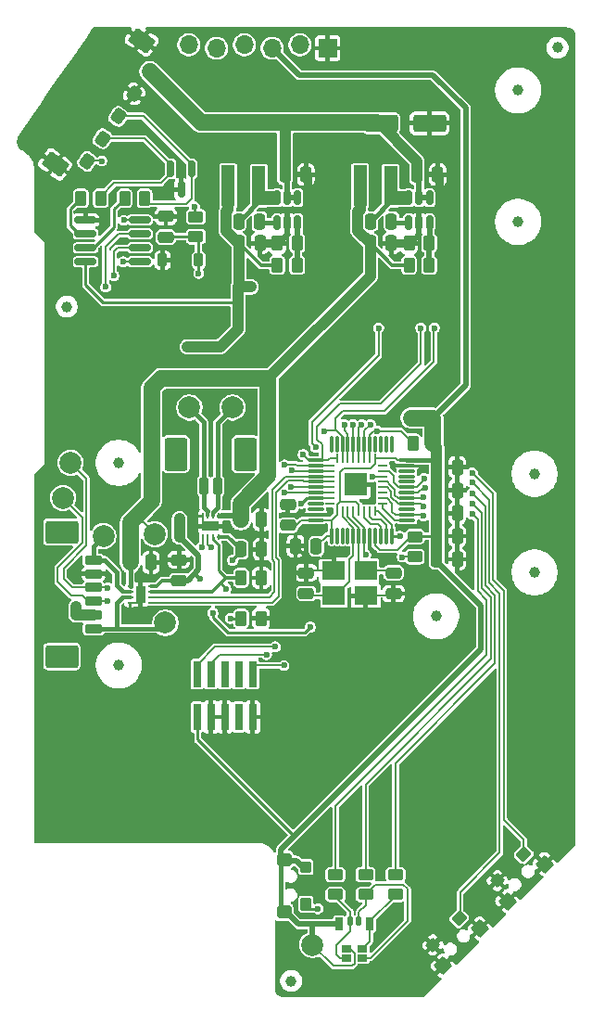
<source format=gbr>
G04 #@! TF.GenerationSoftware,KiCad,Pcbnew,9.0.0*
G04 #@! TF.CreationDate,2025-03-02T22:01:54-06:00*
G04 #@! TF.ProjectId,mobo,6d6f626f-2e6b-4696-9361-645f70636258,rev?*
G04 #@! TF.SameCoordinates,Original*
G04 #@! TF.FileFunction,Copper,L1,Top*
G04 #@! TF.FilePolarity,Positive*
%FSLAX46Y46*%
G04 Gerber Fmt 4.6, Leading zero omitted, Abs format (unit mm)*
G04 Created by KiCad (PCBNEW 9.0.0) date 2025-03-02 22:01:54*
%MOMM*%
%LPD*%
G01*
G04 APERTURE LIST*
G04 Aperture macros list*
%AMRoundRect*
0 Rectangle with rounded corners*
0 $1 Rounding radius*
0 $2 $3 $4 $5 $6 $7 $8 $9 X,Y pos of 4 corners*
0 Add a 4 corners polygon primitive as box body*
4,1,4,$2,$3,$4,$5,$6,$7,$8,$9,$2,$3,0*
0 Add four circle primitives for the rounded corners*
1,1,$1+$1,$2,$3*
1,1,$1+$1,$4,$5*
1,1,$1+$1,$6,$7*
1,1,$1+$1,$8,$9*
0 Add four rect primitives between the rounded corners*
20,1,$1+$1,$2,$3,$4,$5,0*
20,1,$1+$1,$4,$5,$6,$7,0*
20,1,$1+$1,$6,$7,$8,$9,0*
20,1,$1+$1,$8,$9,$2,$3,0*%
G04 Aperture macros list end*
G04 #@! TA.AperFunction,Conductor*
%ADD10C,0.200000*%
G04 #@! TD*
G04 #@! TA.AperFunction,SMDPad,CuDef*
%ADD11C,1.000000*%
G04 #@! TD*
G04 #@! TA.AperFunction,SMDPad,CuDef*
%ADD12C,2.000000*%
G04 #@! TD*
G04 #@! TA.AperFunction,SMDPad,CuDef*
%ADD13RoundRect,0.250000X0.262500X0.450000X-0.262500X0.450000X-0.262500X-0.450000X0.262500X-0.450000X0*%
G04 #@! TD*
G04 #@! TA.AperFunction,SMDPad,CuDef*
%ADD14RoundRect,0.250000X0.250000X0.475000X-0.250000X0.475000X-0.250000X-0.475000X0.250000X-0.475000X0*%
G04 #@! TD*
G04 #@! TA.AperFunction,SMDPad,CuDef*
%ADD15RoundRect,0.250000X-0.250000X-0.475000X0.250000X-0.475000X0.250000X0.475000X-0.250000X0.475000X0*%
G04 #@! TD*
G04 #@! TA.AperFunction,SMDPad,CuDef*
%ADD16RoundRect,0.100000X-0.250000X-0.500000X0.250000X-0.500000X0.250000X0.500000X-0.250000X0.500000X0*%
G04 #@! TD*
G04 #@! TA.AperFunction,SMDPad,CuDef*
%ADD17RoundRect,0.100000X-0.150000X-0.300000X0.150000X-0.300000X0.150000X0.300000X-0.150000X0.300000X0*%
G04 #@! TD*
G04 #@! TA.AperFunction,SMDPad,CuDef*
%ADD18RoundRect,0.062500X-0.187500X-0.062500X0.187500X-0.062500X0.187500X0.062500X-0.187500X0.062500X0*%
G04 #@! TD*
G04 #@! TA.AperFunction,SMDPad,CuDef*
%ADD19R,0.900000X1.600000*%
G04 #@! TD*
G04 #@! TA.AperFunction,SMDPad,CuDef*
%ADD20RoundRect,0.250000X-0.450000X0.262500X-0.450000X-0.262500X0.450000X-0.262500X0.450000X0.262500X0*%
G04 #@! TD*
G04 #@! TA.AperFunction,SMDPad,CuDef*
%ADD21RoundRect,0.250000X-0.262500X-0.450000X0.262500X-0.450000X0.262500X0.450000X-0.262500X0.450000X0*%
G04 #@! TD*
G04 #@! TA.AperFunction,SMDPad,CuDef*
%ADD22RoundRect,0.225000X0.225000X0.375000X-0.225000X0.375000X-0.225000X-0.375000X0.225000X-0.375000X0*%
G04 #@! TD*
G04 #@! TA.AperFunction,SMDPad,CuDef*
%ADD23RoundRect,0.250000X0.450000X-0.262500X0.450000X0.262500X-0.450000X0.262500X-0.450000X-0.262500X0*%
G04 #@! TD*
G04 #@! TA.AperFunction,SMDPad,CuDef*
%ADD24RoundRect,0.075000X0.075000X-0.662500X0.075000X0.662500X-0.075000X0.662500X-0.075000X-0.662500X0*%
G04 #@! TD*
G04 #@! TA.AperFunction,SMDPad,CuDef*
%ADD25RoundRect,0.075000X0.662500X-0.075000X0.662500X0.075000X-0.662500X0.075000X-0.662500X-0.075000X0*%
G04 #@! TD*
G04 #@! TA.AperFunction,SMDPad,CuDef*
%ADD26R,1.200000X3.600000*%
G04 #@! TD*
G04 #@! TA.AperFunction,SMDPad,CuDef*
%ADD27R,1.200000X3.700000*%
G04 #@! TD*
G04 #@! TA.AperFunction,SMDPad,CuDef*
%ADD28R,2.100000X1.800000*%
G04 #@! TD*
G04 #@! TA.AperFunction,SMDPad,CuDef*
%ADD29R,0.740000X2.400000*%
G04 #@! TD*
G04 #@! TA.AperFunction,SMDPad,CuDef*
%ADD30RoundRect,0.150000X-0.150000X0.587500X-0.150000X-0.587500X0.150000X-0.587500X0.150000X0.587500X0*%
G04 #@! TD*
G04 #@! TA.AperFunction,SMDPad,CuDef*
%ADD31RoundRect,0.250000X-0.475000X0.250000X-0.475000X-0.250000X0.475000X-0.250000X0.475000X0.250000X0*%
G04 #@! TD*
G04 #@! TA.AperFunction,SMDPad,CuDef*
%ADD32RoundRect,0.125000X-0.053033X-0.583363X0.583363X0.053033X0.053033X0.583363X-0.583363X-0.053033X0*%
G04 #@! TD*
G04 #@! TA.AperFunction,SMDPad,CuDef*
%ADD33RoundRect,0.125000X-0.017678X-0.548008X0.548008X0.017678X0.017678X0.548008X-0.548008X-0.017678X0*%
G04 #@! TD*
G04 #@! TA.AperFunction,SMDPad,CuDef*
%ADD34RoundRect,0.150000X-0.035355X0.671751X-0.671751X0.035355X0.035355X-0.671751X0.671751X-0.035355X0*%
G04 #@! TD*
G04 #@! TA.AperFunction,SMDPad,CuDef*
%ADD35RoundRect,0.250000X-1.250000X-0.550000X1.250000X-0.550000X1.250000X0.550000X-1.250000X0.550000X0*%
G04 #@! TD*
G04 #@! TA.AperFunction,SMDPad,CuDef*
%ADD36RoundRect,0.062500X-0.062500X0.187500X-0.062500X-0.187500X0.062500X-0.187500X0.062500X0.187500X0*%
G04 #@! TD*
G04 #@! TA.AperFunction,SMDPad,CuDef*
%ADD37R,1.600000X0.900000*%
G04 #@! TD*
G04 #@! TA.AperFunction,ComponentPad*
%ADD38R,1.700000X1.700000*%
G04 #@! TD*
G04 #@! TA.AperFunction,ComponentPad*
%ADD39O,1.700000X1.700000*%
G04 #@! TD*
G04 #@! TA.AperFunction,SMDPad,CuDef*
%ADD40RoundRect,0.200000X-0.600000X0.200000X-0.600000X-0.200000X0.600000X-0.200000X0.600000X0.200000X0*%
G04 #@! TD*
G04 #@! TA.AperFunction,SMDPad,CuDef*
%ADD41RoundRect,0.250001X-1.249999X0.799999X-1.249999X-0.799999X1.249999X-0.799999X1.249999X0.799999X0*%
G04 #@! TD*
G04 #@! TA.AperFunction,SMDPad,CuDef*
%ADD42RoundRect,0.125000X-0.375000X0.450000X-0.375000X-0.450000X0.375000X-0.450000X0.375000X0.450000X0*%
G04 #@! TD*
G04 #@! TA.AperFunction,SMDPad,CuDef*
%ADD43RoundRect,0.125000X-0.375000X0.400000X-0.375000X-0.400000X0.375000X-0.400000X0.375000X0.400000X0*%
G04 #@! TD*
G04 #@! TA.AperFunction,SMDPad,CuDef*
%ADD44RoundRect,0.150000X0.500000X-0.450000X0.500000X0.450000X-0.500000X0.450000X-0.500000X-0.450000X0*%
G04 #@! TD*
G04 #@! TA.AperFunction,SMDPad,CuDef*
%ADD45RoundRect,0.200000X0.200000X0.600000X-0.200000X0.600000X-0.200000X-0.600000X0.200000X-0.600000X0*%
G04 #@! TD*
G04 #@! TA.AperFunction,SMDPad,CuDef*
%ADD46RoundRect,0.250001X0.799999X1.249999X-0.799999X1.249999X-0.799999X-1.249999X0.799999X-1.249999X0*%
G04 #@! TD*
G04 #@! TA.AperFunction,SMDPad,CuDef*
%ADD47RoundRect,0.150000X0.825000X0.150000X-0.825000X0.150000X-0.825000X-0.150000X0.825000X-0.150000X0*%
G04 #@! TD*
G04 #@! TA.AperFunction,SMDPad,CuDef*
%ADD48RoundRect,0.062500X0.062500X-0.375000X0.062500X0.375000X-0.062500X0.375000X-0.062500X-0.375000X0*%
G04 #@! TD*
G04 #@! TA.AperFunction,SMDPad,CuDef*
%ADD49RoundRect,0.062500X0.375000X-0.062500X0.375000X0.062500X-0.375000X0.062500X-0.375000X-0.062500X0*%
G04 #@! TD*
G04 #@! TA.AperFunction,SMDPad,CuDef*
%ADD50R,2.000000X2.000000*%
G04 #@! TD*
G04 #@! TA.AperFunction,SMDPad,CuDef*
%ADD51RoundRect,0.150000X0.150000X-0.512500X0.150000X0.512500X-0.150000X0.512500X-0.150000X-0.512500X0*%
G04 #@! TD*
G04 #@! TA.AperFunction,SMDPad,CuDef*
%ADD52RoundRect,0.250000X0.475000X-0.250000X0.475000X0.250000X-0.475000X0.250000X-0.475000X-0.250000X0*%
G04 #@! TD*
G04 #@! TA.AperFunction,SMDPad,CuDef*
%ADD53RoundRect,0.287500X-0.027585X0.461846X-0.443428X-0.132039X0.027585X-0.461846X0.443428X0.132039X0*%
G04 #@! TD*
G04 #@! TA.AperFunction,SMDPad,CuDef*
%ADD54RoundRect,0.150000X-0.413570X1.022049X-1.101862X0.039067X0.413570X-1.022049X1.101862X-0.039067X0*%
G04 #@! TD*
G04 #@! TA.AperFunction,SMDPad,CuDef*
%ADD55R,0.850000X0.650000*%
G04 #@! TD*
G04 #@! TA.AperFunction,ViaPad*
%ADD56C,0.600000*%
G04 #@! TD*
G04 #@! TA.AperFunction,ViaPad*
%ADD57C,0.800000*%
G04 #@! TD*
G04 #@! TA.AperFunction,Conductor*
%ADD58C,0.500000*%
G04 #@! TD*
G04 #@! TA.AperFunction,Conductor*
%ADD59C,0.250000*%
G04 #@! TD*
G04 #@! TA.AperFunction,Conductor*
%ADD60C,1.000000*%
G04 #@! TD*
G04 #@! TA.AperFunction,Conductor*
%ADD61C,0.300000*%
G04 #@! TD*
G04 #@! TA.AperFunction,Conductor*
%ADD62C,0.750000*%
G04 #@! TD*
G04 #@! TA.AperFunction,Conductor*
%ADD63C,1.500000*%
G04 #@! TD*
G04 #@! TA.AperFunction,Conductor*
%ADD64C,0.400000*%
G04 #@! TD*
G04 APERTURE END LIST*
D10*
X122499999Y-45100000D02*
X123699999Y-45100000D01*
X123699999Y-46150000D01*
X122499999Y-46150000D01*
X122499999Y-45100000D01*
G04 #@! TA.AperFunction,Conductor*
G36*
X122499999Y-45100000D02*
G01*
X123699999Y-45100000D01*
X123699999Y-46150000D01*
X122499999Y-46150000D01*
X122499999Y-45100000D01*
G37*
G04 #@! TD.AperFunction*
X134550000Y-45100000D02*
X135750000Y-45100000D01*
X135750000Y-46150000D01*
X134550000Y-46150000D01*
X134550000Y-45100000D01*
G04 #@! TA.AperFunction,Conductor*
G36*
X134550000Y-45100000D02*
G01*
X135750000Y-45100000D01*
X135750000Y-46150000D01*
X134550000Y-46150000D01*
X134550000Y-45100000D01*
G37*
G04 #@! TD.AperFunction*
D11*
X109300000Y-69800000D03*
D12*
X107900000Y-76500000D03*
D11*
X145800000Y-47800000D03*
D13*
X125612499Y-51750000D03*
X123787499Y-51750000D03*
D14*
X140250000Y-78600000D03*
X138350000Y-78600000D03*
D15*
X136550001Y-43500000D03*
X138449999Y-43500000D03*
D16*
X129450000Y-111900000D03*
D17*
X130450000Y-111625000D03*
X131250000Y-111625000D03*
D16*
X132250000Y-111900000D03*
D18*
X110350000Y-81050000D03*
X110350000Y-81550000D03*
X110350000Y-82050000D03*
X110350000Y-82550000D03*
X112250000Y-82550000D03*
X112250000Y-82050000D03*
X112250000Y-81550000D03*
X112250000Y-81050000D03*
D19*
X111300000Y-81800000D03*
D20*
X129100000Y-107387500D03*
X129100000Y-109212500D03*
D21*
X123787499Y-49750000D03*
X125612499Y-49750000D03*
D22*
X116600000Y-51300000D03*
X113300000Y-51300000D03*
D13*
X122312500Y-80300000D03*
X120487500Y-80300000D03*
D23*
X136350000Y-78362500D03*
X136350000Y-76537500D03*
D24*
X128736665Y-76449760D03*
X129236665Y-76449760D03*
X129736665Y-76449760D03*
X130236665Y-76449760D03*
X130736665Y-76449760D03*
X131236665Y-76449760D03*
X131736665Y-76449760D03*
X132236665Y-76449760D03*
X132736665Y-76449760D03*
X133236665Y-76449760D03*
X133736665Y-76449760D03*
X134236665Y-76449760D03*
D25*
X135649165Y-75037260D03*
X135649165Y-74537260D03*
X135649165Y-74037260D03*
X135649165Y-73537260D03*
X135649165Y-73037260D03*
X135649165Y-72537260D03*
X135649165Y-72037260D03*
X135649165Y-71537260D03*
X135649165Y-71037260D03*
X135649165Y-70537260D03*
X135649165Y-70037260D03*
X135649165Y-69537260D03*
D24*
X134236665Y-68124760D03*
X133736665Y-68124760D03*
X133236665Y-68124760D03*
X132736665Y-68124760D03*
X132236665Y-68124760D03*
X131736665Y-68124760D03*
X131236665Y-68124760D03*
X130736665Y-68124760D03*
X130236665Y-68124760D03*
X129736665Y-68124760D03*
X129236665Y-68124760D03*
X128736665Y-68124760D03*
D25*
X127324165Y-69537260D03*
X127324165Y-70037260D03*
X127324165Y-70537260D03*
X127324165Y-71037260D03*
X127324165Y-71537260D03*
X127324165Y-72037260D03*
X127324165Y-72537260D03*
X127324165Y-73037260D03*
X127324165Y-73537260D03*
X127324165Y-74037260D03*
X127324165Y-74537260D03*
X127324165Y-75037260D03*
D26*
X134150000Y-44500000D03*
D27*
X131350000Y-44500000D03*
D20*
X131850000Y-107387500D03*
X131850000Y-109212500D03*
X134600000Y-107387500D03*
X134600000Y-109212500D03*
D28*
X128962260Y-81938095D03*
X131862260Y-81938095D03*
X131862260Y-79638095D03*
X128962260Y-79638095D03*
D15*
X120300000Y-49750000D03*
X122200000Y-49750000D03*
X132300001Y-47750000D03*
X134199999Y-47750000D03*
D29*
X116460000Y-93000000D03*
X116460000Y-89100000D03*
X117730000Y-93000000D03*
X117730000Y-89100000D03*
X119000000Y-93000000D03*
X119000000Y-89100000D03*
X120270000Y-93000000D03*
X120270000Y-89100000D03*
X121540000Y-93000000D03*
X121540000Y-89100000D03*
D12*
X104200000Y-73000000D03*
X115750000Y-64750000D03*
D14*
X140250000Y-70200000D03*
X138350000Y-70200000D03*
D12*
X104900000Y-69800000D03*
D15*
X132300001Y-49750000D03*
X134199999Y-49750000D03*
D11*
X125050000Y-117100000D03*
D14*
X122350000Y-75000000D03*
X120450000Y-75000000D03*
D12*
X127000000Y-113800000D03*
D11*
X109300000Y-88300000D03*
X104550000Y-55550000D03*
D30*
X115950000Y-42962500D03*
X114050000Y-42962500D03*
X115000000Y-44837500D03*
D31*
X124750000Y-73600000D03*
X124750000Y-75500000D03*
D32*
X140412132Y-111407969D03*
D33*
X138007969Y-113812132D03*
D34*
X138927208Y-115721320D03*
X142321320Y-112327208D03*
D12*
X119700000Y-64750000D03*
D13*
X122312500Y-84000000D03*
X120487500Y-84000000D03*
D35*
X133300000Y-38800000D03*
X137700000Y-38800000D03*
D11*
X145800000Y-35800000D03*
D36*
X118450000Y-74650000D03*
X117950000Y-74650000D03*
X117450000Y-74650000D03*
X116950000Y-74650000D03*
X116950000Y-76550000D03*
X117450000Y-76550000D03*
X117950000Y-76550000D03*
X118450000Y-76550000D03*
D37*
X117700000Y-75600000D03*
D38*
X128400000Y-31950000D03*
D39*
X125860000Y-31650000D03*
X123320000Y-31950000D03*
X120780000Y-31650000D03*
X118240000Y-31950000D03*
X115700000Y-31650000D03*
D21*
X105837500Y-45650000D03*
X107662500Y-45650000D03*
D40*
X107000000Y-78675000D03*
X107000000Y-79925000D03*
X107000000Y-81175000D03*
X107000000Y-82425000D03*
X107000000Y-83675000D03*
X107000000Y-84925000D03*
D41*
X104100000Y-76125000D03*
X104100000Y-87475000D03*
D14*
X140250000Y-72300000D03*
X138350000Y-72300000D03*
D11*
X147300000Y-79800000D03*
D14*
X122350000Y-77700000D03*
X120450000Y-77700000D03*
D11*
X138300000Y-83800000D03*
D42*
X126400000Y-110100000D03*
D43*
X126400000Y-106700000D03*
D44*
X124400000Y-106000000D03*
X124400000Y-110800000D03*
D21*
X135837500Y-49750000D03*
X137662500Y-49750000D03*
D31*
X113600000Y-47300000D03*
X113600000Y-49200000D03*
D45*
X118325000Y-71900000D03*
X117075000Y-71900000D03*
D46*
X120875000Y-69000000D03*
X114525000Y-69000000D03*
D26*
X122099999Y-44500000D03*
D27*
X119299999Y-44500000D03*
D12*
X113550000Y-84400000D03*
D11*
X147300000Y-70800000D03*
D47*
X111225000Y-51455000D03*
X111225000Y-50185000D03*
X111225000Y-48915000D03*
X111225000Y-47645000D03*
X106275000Y-47645000D03*
X106275000Y-48915000D03*
X106275000Y-50185000D03*
X106275000Y-51455000D03*
D23*
X116350000Y-49162500D03*
X116350000Y-47337500D03*
D21*
X136187500Y-68000000D03*
X138012500Y-68000000D03*
D15*
X125450000Y-77400000D03*
X127350000Y-77400000D03*
D13*
X137662500Y-51750000D03*
X135837500Y-51750000D03*
D15*
X120249999Y-47750000D03*
X122149999Y-47750000D03*
D21*
X109837500Y-45650000D03*
X111662500Y-45650000D03*
D48*
X129236665Y-74224760D03*
X129736665Y-74224760D03*
X130236665Y-74224760D03*
X130736665Y-74224760D03*
X131236665Y-74224760D03*
X131736665Y-74224760D03*
X132236665Y-74224760D03*
X132736665Y-74224760D03*
D49*
X133424165Y-73537260D03*
X133424165Y-73037260D03*
X133424165Y-72537260D03*
X133424165Y-72037260D03*
X133424165Y-71537260D03*
X133424165Y-71037260D03*
X133424165Y-70537260D03*
X133424165Y-70037260D03*
D48*
X132736665Y-69349760D03*
X132236665Y-69349760D03*
X131736665Y-69349760D03*
X131236665Y-69349760D03*
X130736665Y-69349760D03*
X130236665Y-69349760D03*
X129736665Y-69349760D03*
X129236665Y-69349760D03*
D49*
X128549165Y-70037260D03*
X128549165Y-70537260D03*
X128549165Y-71037260D03*
X128549165Y-71537260D03*
X128549165Y-72037260D03*
X128549165Y-72537260D03*
X128549165Y-73037260D03*
X128549165Y-73537260D03*
D50*
X130986665Y-71787260D03*
D14*
X112250000Y-78900000D03*
X110350000Y-78900000D03*
D51*
X135800000Y-47887500D03*
X136750000Y-47887500D03*
X137700000Y-47887500D03*
X137700000Y-45612500D03*
X136750000Y-45612500D03*
X135800000Y-45612500D03*
D52*
X126412260Y-81738095D03*
X126412260Y-79838095D03*
D14*
X140250000Y-74400000D03*
X138350000Y-74400000D03*
D51*
X123749999Y-47887500D03*
X124699999Y-47887500D03*
X125649999Y-47887500D03*
X125649999Y-45612500D03*
X124699999Y-45612500D03*
X123749999Y-45612500D03*
D53*
X112138626Y-34080447D03*
X110704684Y-36128327D03*
X109270743Y-38176207D03*
X107836802Y-40224087D03*
X106402861Y-42271967D03*
D54*
X111405808Y-31247851D03*
X103490453Y-42552149D03*
D31*
X134412260Y-79838095D03*
X134412260Y-81738095D03*
D11*
X149400000Y-31900000D03*
D55*
X131575000Y-114125000D03*
X131575000Y-114975000D03*
X130125000Y-114975000D03*
X130125000Y-114125000D03*
D14*
X140250000Y-76500000D03*
X138350000Y-76500000D03*
D32*
X146312132Y-105507969D03*
D33*
X143907969Y-107912132D03*
D34*
X144827208Y-109821320D03*
X148221320Y-106427208D03*
D15*
X124500000Y-43500000D03*
X126399998Y-43500000D03*
D12*
X112600000Y-76300000D03*
D31*
X114800000Y-78650000D03*
X114800000Y-80550000D03*
D56*
X140000000Y-51000000D03*
X140000000Y-49000000D03*
X140000000Y-47000000D03*
X140000000Y-45000000D03*
X140000000Y-43000000D03*
X140000000Y-41000000D03*
X118000000Y-51000000D03*
X118000000Y-49000000D03*
X118000000Y-47000000D03*
X118000000Y-45000000D03*
X118000000Y-43000000D03*
X118000000Y-41000000D03*
X129000000Y-51000000D03*
X129000000Y-49000000D03*
X129000000Y-47000000D03*
X129000000Y-45000000D03*
X129000000Y-43000000D03*
X129000000Y-41000000D03*
X130750000Y-56900000D03*
X131500000Y-57500000D03*
X130050000Y-57500000D03*
X128500000Y-54250000D03*
X127750000Y-53650000D03*
X127050000Y-54250000D03*
X135000000Y-49750000D03*
X123000000Y-49750000D03*
X108800000Y-43400000D03*
X102300000Y-40950000D03*
X119000000Y-91200000D03*
X125000000Y-80600000D03*
X137500000Y-43500000D03*
X136750000Y-49000000D03*
X113400000Y-31550000D03*
X115000000Y-43300000D03*
X128000000Y-102800000D03*
X119000000Y-94600000D03*
X124450000Y-74550000D03*
X143800000Y-110600000D03*
X125449999Y-43500000D03*
X105500000Y-79200000D03*
X137750000Y-46750000D03*
X112850000Y-52750000D03*
X112750000Y-30400000D03*
X108300000Y-80000000D03*
X130400000Y-102700000D03*
X124699999Y-46750000D03*
X109400000Y-31550000D03*
X121050000Y-58900000D03*
X132650000Y-78050000D03*
X131971016Y-59478984D03*
X133200000Y-102700000D03*
X101750000Y-41750000D03*
X122050000Y-76350000D03*
X135750000Y-46750000D03*
X110550000Y-34600000D03*
X121400000Y-79000000D03*
X132900000Y-83700000D03*
X137700000Y-37300000D03*
X140250000Y-68900000D03*
X112550000Y-54100000D03*
X128100000Y-83700000D03*
X135600000Y-57800000D03*
X125200000Y-69200000D03*
X122650000Y-73600000D03*
X126400000Y-78100000D03*
X102050000Y-43400000D03*
X123699999Y-46750000D03*
X135700000Y-80600000D03*
X128200000Y-98900000D03*
X113250000Y-58750000D03*
X104700000Y-43950000D03*
X113800000Y-45000000D03*
D57*
X130436665Y-72337260D03*
D56*
X141600000Y-69700000D03*
X138750000Y-46250000D03*
X121800000Y-59500000D03*
D57*
X131536665Y-71237260D03*
D56*
X113250000Y-53500000D03*
X125400000Y-83100000D03*
X126699999Y-45000000D03*
X141300000Y-80000000D03*
X103250000Y-44200000D03*
X109800000Y-30400000D03*
X113750000Y-52750000D03*
X116200000Y-75600000D03*
X105000000Y-79800000D03*
X127100000Y-64750000D03*
X125600000Y-98900000D03*
X112550000Y-59350000D03*
X112050000Y-36150000D03*
D57*
X130436665Y-71237260D03*
D56*
X137200000Y-70250000D03*
X126200000Y-64500000D03*
X135600000Y-61200000D03*
X112900000Y-32300000D03*
X109200000Y-36200000D03*
X138750000Y-45000000D03*
X109700000Y-35300000D03*
X111700000Y-37050000D03*
X103750000Y-40950000D03*
X118000000Y-52750000D03*
X118500000Y-54250000D03*
X114000000Y-54100000D03*
X141300000Y-77600000D03*
X118100000Y-75600000D03*
X112200000Y-80300000D03*
X110900000Y-37400000D03*
X137150000Y-75500000D03*
X139900000Y-38800000D03*
X117750000Y-53750000D03*
X137700000Y-40300000D03*
X141300000Y-78600000D03*
X126699999Y-46250000D03*
X105300000Y-43200000D03*
X109950000Y-37150000D03*
X111300000Y-82200000D03*
X109950000Y-43400000D03*
X126000000Y-74300000D03*
X104900000Y-41750000D03*
X120350000Y-59500000D03*
X113400000Y-77900000D03*
X111300000Y-83200000D03*
X110400000Y-32300000D03*
X126400000Y-65400000D03*
X135500000Y-38800000D03*
X124699999Y-49000000D03*
X141300000Y-76500000D03*
X136750000Y-46750000D03*
X117300000Y-75600000D03*
X128604165Y-74262260D03*
X141300000Y-75450000D03*
X125699999Y-46750000D03*
D57*
X131536665Y-72337260D03*
D56*
X134600000Y-110900000D03*
X111300000Y-81400000D03*
X137000000Y-63700000D03*
X130187165Y-77900000D03*
X114000000Y-59350000D03*
X136000000Y-65700000D03*
X115550000Y-59200000D03*
X118600000Y-59200000D03*
X121400000Y-53750000D03*
X119700000Y-78700000D03*
X116700000Y-80400000D03*
X137000000Y-65700000D03*
X120800000Y-53750000D03*
X114850000Y-76550000D03*
X114850000Y-74900000D03*
X120200000Y-53750000D03*
X138000000Y-65700000D03*
X105400000Y-82900000D03*
X114850489Y-75700000D03*
X105400000Y-83700000D03*
X117000000Y-59150000D03*
X124400000Y-88300000D03*
X127300000Y-68400000D03*
X133050000Y-57500000D03*
X135200000Y-78400000D03*
X131861444Y-78200000D03*
X109700000Y-51450000D03*
X131500000Y-66300000D03*
X109750000Y-47650000D03*
X132300000Y-66300000D03*
X116600000Y-52500000D03*
X132900000Y-66900000D03*
X138150000Y-57500000D03*
X123600000Y-86600000D03*
X128050000Y-66900000D03*
X126150000Y-69050000D03*
X122800000Y-87300000D03*
X136900000Y-57500000D03*
X141600000Y-70700000D03*
X137200000Y-71200000D03*
X137300000Y-72050000D03*
X132500000Y-71050000D03*
X141600000Y-71600000D03*
X117750003Y-77500000D03*
X125100758Y-70487760D03*
X124450000Y-70000000D03*
X116900000Y-77500000D03*
X127500000Y-110500000D03*
X119500000Y-84000000D03*
X126000000Y-73500000D03*
X129900000Y-66300000D03*
X108100000Y-53750000D03*
X107750000Y-42250000D03*
X116200000Y-46400000D03*
X108300000Y-81200000D03*
X125050000Y-71987760D03*
X108300000Y-82400000D03*
X124450000Y-72535018D03*
X108850000Y-52700000D03*
X130700000Y-66300000D03*
X137150000Y-72900000D03*
X141600000Y-72600000D03*
X141600000Y-73500000D03*
X137150000Y-73800000D03*
X141600000Y-74500000D03*
X137150000Y-74650000D03*
X117900000Y-83500000D03*
X126800000Y-84800000D03*
X119100000Y-81300000D03*
X135000000Y-76500000D03*
D58*
X141000000Y-62725000D02*
X138012500Y-65712500D01*
X141000000Y-37400000D02*
X141000000Y-62725000D01*
X138000000Y-34400000D02*
X141000000Y-37400000D01*
X125770000Y-34400000D02*
X138000000Y-34400000D01*
X123320000Y-31950000D02*
X125770000Y-34400000D01*
D59*
X117950000Y-76800489D02*
X117950000Y-76550000D01*
X118425003Y-77275492D02*
X117950000Y-76800489D01*
X118425003Y-79625003D02*
X118425003Y-77275492D01*
X119100000Y-80300000D02*
X118425003Y-79625003D01*
D10*
X116950000Y-77450000D02*
X116900000Y-77500000D01*
X116950000Y-76550000D02*
X116950000Y-77450000D01*
X117450000Y-76550000D02*
X117450000Y-77250000D01*
X117450000Y-77250000D02*
X117700000Y-77500000D01*
X117700000Y-77500000D02*
X117750003Y-77500000D01*
D60*
X132300001Y-52749999D02*
X122949999Y-62100001D01*
X132300001Y-49750000D02*
X132300001Y-52749999D01*
D61*
X134300001Y-51750000D02*
X135837500Y-51750000D01*
X132300001Y-49750000D02*
X134300001Y-51750000D01*
D62*
X135000000Y-49750000D02*
X135837500Y-49750000D01*
X134199999Y-49750000D02*
X135000000Y-49750000D01*
D60*
X119098999Y-48605134D02*
X120243865Y-49750000D01*
X119299999Y-46693866D02*
X119098999Y-46894866D01*
X120243865Y-49750000D02*
X120300000Y-49750000D01*
X119299999Y-44500000D02*
X119299999Y-46693866D01*
X119098999Y-46894866D02*
X119098999Y-48605134D01*
X132293867Y-49750000D02*
X132300001Y-49750000D01*
X131149001Y-46894866D02*
X131149001Y-48605134D01*
X131350000Y-46693867D02*
X131149001Y-46894866D01*
X131149001Y-48605134D02*
X132293867Y-49750000D01*
X131350000Y-44500000D02*
X131350000Y-46693867D01*
D62*
X123000000Y-49750000D02*
X123787499Y-49750000D01*
X122200000Y-49750000D02*
X123000000Y-49750000D01*
D61*
X122300000Y-51750000D02*
X123787499Y-51750000D01*
X120300000Y-49750000D02*
X122300000Y-51750000D01*
D60*
X120300000Y-53650000D02*
X120200000Y-53750000D01*
X120300000Y-49750000D02*
X120300000Y-53650000D01*
D58*
X126199999Y-46750000D02*
X126699999Y-46250000D01*
X124699999Y-47887500D02*
X124699999Y-49000000D01*
D10*
X130187165Y-77900000D02*
X129600000Y-77900000D01*
D58*
X136750000Y-49000000D02*
X136000000Y-49750000D01*
X138449999Y-43500001D02*
X138250000Y-43500000D01*
D10*
X110350000Y-82550000D02*
X110950000Y-82550000D01*
X117000000Y-74700000D02*
X117000000Y-75300000D01*
X135100000Y-79000000D02*
X135500000Y-79400000D01*
D58*
X124699999Y-46750000D02*
X125699999Y-46750000D01*
D10*
X117000000Y-75300000D02*
X117300000Y-75600000D01*
X128850000Y-78550000D02*
X128900000Y-78600000D01*
X125950000Y-78550000D02*
X128850000Y-78550000D01*
D58*
X138750000Y-46250000D02*
X138750000Y-45250000D01*
X136750000Y-47887500D02*
X136750000Y-49000000D01*
X126699999Y-46250000D02*
X126699999Y-45000000D01*
D10*
X132650000Y-78050000D02*
X132236665Y-77636665D01*
X125437740Y-82195002D02*
X125437740Y-79062260D01*
X110950000Y-82550000D02*
X111300000Y-82200000D01*
X116950000Y-74650000D02*
X117000000Y-74700000D01*
X128329165Y-74537260D02*
X128604165Y-74262260D01*
X132750000Y-78050000D02*
X133700000Y-79000000D01*
X134412260Y-81738095D02*
X134212260Y-81938095D01*
D58*
X137750000Y-46750000D02*
X138250000Y-46750000D01*
D10*
X132236665Y-77636665D02*
X132236665Y-76449760D01*
D58*
X138750000Y-45250000D02*
X138750000Y-43800001D01*
X124699999Y-47887500D02*
X124699999Y-46750000D01*
X123949999Y-49750000D02*
X123787499Y-49750000D01*
D10*
X128900000Y-78600000D02*
X128900000Y-79575835D01*
X126612260Y-79638095D02*
X128962260Y-79638095D01*
D58*
X126399998Y-43500001D02*
X126199999Y-43500000D01*
D10*
X133700000Y-79000000D02*
X135100000Y-79000000D01*
D58*
X126399998Y-43500001D02*
X125449999Y-43500000D01*
X138449999Y-43500001D02*
X137500000Y-43500000D01*
D10*
X135500000Y-82400000D02*
X134800000Y-83100000D01*
D59*
X126400000Y-78100000D02*
X126150000Y-78100000D01*
D10*
X134212260Y-81938095D02*
X131862260Y-81938095D01*
D59*
X126150000Y-78100000D02*
X125450000Y-77400000D01*
D10*
X134800000Y-83100000D02*
X131900000Y-83100000D01*
D58*
X125699999Y-46750000D02*
X126199999Y-46750000D01*
D10*
X128900000Y-79575835D02*
X128962260Y-79638095D01*
D58*
X124699999Y-49000000D02*
X123949999Y-49750000D01*
X138750000Y-43800001D02*
X138449999Y-43500001D01*
D10*
X131900000Y-83100000D02*
X126342738Y-83100000D01*
D58*
X126699999Y-43800001D02*
X126399998Y-43500001D01*
X136750000Y-46750000D02*
X137750000Y-46750000D01*
D10*
X126342738Y-83100000D02*
X125437740Y-82195002D01*
X125437740Y-79062260D02*
X125950000Y-78550000D01*
D58*
X126699999Y-45000000D02*
X126699999Y-43800001D01*
D10*
X131862260Y-83062260D02*
X131900000Y-83100000D01*
D58*
X138250000Y-46750000D02*
X138750000Y-46250000D01*
D10*
X129600000Y-77900000D02*
X128900000Y-78600000D01*
X127324165Y-74537260D02*
X128329165Y-74537260D01*
D58*
X136000000Y-49750000D02*
X135837500Y-49750000D01*
D10*
X132650000Y-78050000D02*
X132750000Y-78050000D01*
X135500000Y-79400000D02*
X135500000Y-82400000D01*
X131862260Y-81938095D02*
X131862260Y-83062260D01*
D58*
X123699999Y-46750000D02*
X124699999Y-46750000D01*
D10*
X126412260Y-79838095D02*
X126612260Y-79638095D01*
D58*
X136750000Y-47887500D02*
X136750000Y-46750000D01*
X135750000Y-46750000D02*
X136750000Y-46750000D01*
D10*
X132736665Y-77325257D02*
X132736665Y-76449760D01*
D58*
X142400000Y-82800000D02*
X138350000Y-78750000D01*
D61*
X112750000Y-81050000D02*
X113250000Y-80550000D01*
D60*
X120200000Y-53750000D02*
X121400000Y-53750000D01*
D10*
X129236665Y-74537260D02*
X129236665Y-74224760D01*
D58*
X127700000Y-111900000D02*
X129450000Y-111900000D01*
D10*
X128736665Y-76449760D02*
X128300240Y-76449760D01*
X129500000Y-70650000D02*
X129850000Y-70300000D01*
D58*
X142400000Y-86800000D02*
X142400000Y-82800000D01*
D10*
X130850000Y-115499022D02*
X130649022Y-115700000D01*
X131236665Y-73598628D02*
X131236665Y-74224760D01*
D58*
X124065812Y-110665812D02*
X124100000Y-110700000D01*
D10*
X134787260Y-69537260D02*
X135649165Y-69537260D01*
D60*
X138350000Y-70200000D02*
X138350000Y-77650000D01*
X106975000Y-83700000D02*
X105400000Y-83700000D01*
D61*
X116700000Y-80400000D02*
X116225000Y-79925000D01*
D63*
X138012500Y-68000000D02*
X138012500Y-65712500D01*
D58*
X116600000Y-79550000D02*
X115600000Y-80550000D01*
D60*
X138350000Y-70200000D02*
X138350000Y-69350000D01*
D58*
X124100000Y-106100000D02*
X124065812Y-106134188D01*
D64*
X124400000Y-106100000D02*
X124100000Y-106400000D01*
D10*
X133161408Y-77750000D02*
X132736665Y-77325257D01*
D58*
X116600000Y-78300000D02*
X116600000Y-79550000D01*
D10*
X130850000Y-114550000D02*
X130850000Y-115499022D01*
D61*
X118450000Y-76550000D02*
X119300000Y-76550000D01*
D10*
X130425000Y-114125000D02*
X130850000Y-114550000D01*
D61*
X112250000Y-81050000D02*
X112750000Y-81050000D01*
D10*
X127324165Y-75037260D02*
X128736665Y-75037260D01*
X132300000Y-70300000D02*
X132736665Y-69863335D01*
D60*
X118600000Y-59200000D02*
X120200000Y-57600000D01*
D59*
X138350000Y-76500000D02*
X136387500Y-76500000D01*
D60*
X120200000Y-55150000D02*
X120200000Y-54250000D01*
D10*
X129500000Y-73100000D02*
X129500000Y-73350000D01*
D64*
X124100000Y-110400000D02*
X124400000Y-110700000D01*
D10*
X129500000Y-73350000D02*
X130988037Y-73350000D01*
D58*
X124100000Y-106100000D02*
X125500000Y-106100000D01*
D10*
X128300240Y-76449760D02*
X127350000Y-77400000D01*
D59*
X116510000Y-94200000D02*
X116510000Y-95049022D01*
D10*
X128736665Y-76449760D02*
X128736665Y-75037260D01*
X126750000Y-75050000D02*
X126762740Y-75037260D01*
D59*
X136387500Y-76500000D02*
X136350000Y-76537500D01*
D58*
X124100000Y-110700000D02*
X124500000Y-110700000D01*
X114850000Y-76550000D02*
X116350000Y-78050000D01*
D60*
X120200000Y-57600000D02*
X120200000Y-55150000D01*
D58*
X127000000Y-113800000D02*
X127000000Y-112000000D01*
D10*
X133800000Y-77750000D02*
X134750000Y-77750000D01*
X132736665Y-69863335D02*
X132736665Y-69349760D01*
D58*
X124100000Y-105100000D02*
X125375000Y-103825000D01*
X125375000Y-103825000D02*
X142400000Y-86800000D01*
D10*
X126000000Y-75050000D02*
X125550000Y-75500000D01*
X134599760Y-69349760D02*
X134787260Y-69537260D01*
D59*
X107850000Y-55150000D02*
X120200000Y-55150000D01*
D10*
X130988037Y-73350000D02*
X131236665Y-73598628D01*
D58*
X115600000Y-80550000D02*
X114800000Y-80550000D01*
D60*
X115550000Y-59200000D02*
X118600000Y-59200000D01*
D61*
X119700000Y-78700000D02*
X120450000Y-77950000D01*
D60*
X138012500Y-65712500D02*
X138000000Y-65700000D01*
D10*
X138162740Y-69537260D02*
X138350000Y-69350000D01*
D58*
X116350000Y-78050000D02*
X116600000Y-78300000D01*
D60*
X105400000Y-83700000D02*
X105400000Y-82900000D01*
X107000000Y-83675000D02*
X106975000Y-83700000D01*
D59*
X106275000Y-51455000D02*
X106275000Y-53575000D01*
D58*
X125500000Y-106100000D02*
X126100000Y-106700000D01*
D10*
X129236665Y-73613335D02*
X129500000Y-73350000D01*
D60*
X138350000Y-69350000D02*
X138350000Y-68337500D01*
D10*
X125550000Y-75500000D02*
X124750000Y-75500000D01*
D63*
X138000000Y-65700000D02*
X136000000Y-65700000D01*
D64*
X124100000Y-106400000D02*
X124100000Y-110400000D01*
D10*
X129236665Y-74224760D02*
X129236665Y-73613335D01*
D58*
X125700000Y-111900000D02*
X127100000Y-111900000D01*
D10*
X130649022Y-115700000D02*
X128900000Y-115700000D01*
X126762740Y-75037260D02*
X127324165Y-75037260D01*
X132736665Y-69349760D02*
X134599760Y-69349760D01*
X127000000Y-112000000D02*
X127100000Y-111900000D01*
D61*
X113250000Y-80550000D02*
X114800000Y-80550000D01*
D10*
X128900000Y-115700000D02*
X127000000Y-113800000D01*
D58*
X127100000Y-111900000D02*
X127700000Y-111900000D01*
X124100000Y-106100000D02*
X124100000Y-105100000D01*
D10*
X128736665Y-75037260D02*
X129236665Y-74537260D01*
D61*
X120450000Y-77950000D02*
X120450000Y-77700000D01*
D59*
X125285978Y-103825000D02*
X125375000Y-103825000D01*
X106275000Y-53575000D02*
X107850000Y-55150000D01*
D61*
X116225000Y-79925000D02*
X116600000Y-79550000D01*
D10*
X133800000Y-77750000D02*
X133161408Y-77750000D01*
D60*
X114850000Y-76550000D02*
X114850000Y-74900000D01*
D10*
X134750000Y-77750000D02*
X135962500Y-76537500D01*
X130125000Y-114125000D02*
X130425000Y-114125000D01*
X129500000Y-73100000D02*
X129500000Y-70650000D01*
D64*
X135649165Y-69537260D02*
X138162740Y-69537260D01*
D61*
X119300000Y-76550000D02*
X120450000Y-77700000D01*
D60*
X120200000Y-54250000D02*
X120200000Y-53750000D01*
D10*
X129850000Y-70300000D02*
X132300000Y-70300000D01*
D60*
X138350000Y-68337500D02*
X138012500Y-68000000D01*
X138350000Y-77650000D02*
X138350000Y-78600000D01*
X138350000Y-78600000D02*
X138350000Y-78750000D01*
D10*
X135962500Y-76537500D02*
X136350000Y-76537500D01*
D59*
X116510000Y-95049022D02*
X125285978Y-103825000D01*
D58*
X124500000Y-110700000D02*
X125700000Y-111900000D01*
D10*
X126000000Y-75050000D02*
X126750000Y-75050000D01*
X127300000Y-68400000D02*
X126950000Y-68050000D01*
X121900000Y-88300000D02*
X121540000Y-88660000D01*
X130736665Y-74224760D02*
X130736665Y-74687260D01*
X121540000Y-88660000D02*
X121540000Y-89100000D01*
X130736665Y-74687260D02*
X131736665Y-75687260D01*
X131736665Y-75687260D02*
X131736665Y-76449760D01*
X126950000Y-66050000D02*
X133050000Y-59950000D01*
X124400000Y-88300000D02*
X121900000Y-88300000D01*
X135237500Y-78362500D02*
X136350000Y-78362500D01*
X131861444Y-78200000D02*
X131736665Y-78075221D01*
X131736665Y-78075221D02*
X131736665Y-76449760D01*
X126950000Y-68050000D02*
X126950000Y-66050000D01*
X135200000Y-78400000D02*
X135237500Y-78362500D01*
X133050000Y-59950000D02*
X133050000Y-57500000D01*
D58*
X124500000Y-43500000D02*
X124500000Y-43850002D01*
X136750000Y-45612500D02*
X137700000Y-45612500D01*
D60*
X124500000Y-43500000D02*
X124500000Y-38750000D01*
D63*
X124500000Y-38750000D02*
X132800000Y-38750000D01*
D58*
X136550001Y-43850002D02*
X136750000Y-44050001D01*
X136750000Y-44050001D02*
X136750000Y-45612500D01*
X124699999Y-44050001D02*
X124699999Y-45612500D01*
D63*
X112138626Y-34080447D02*
X116808179Y-38750000D01*
D60*
X136550001Y-42250001D02*
X132800000Y-38500000D01*
X136550001Y-43500000D02*
X136550001Y-42250001D01*
D63*
X116808179Y-38750000D02*
X124500000Y-38750000D01*
D58*
X124699999Y-45612500D02*
X125649999Y-45612500D01*
X124500000Y-43850002D02*
X124699999Y-44050001D01*
X136550001Y-43500000D02*
X136550001Y-43850002D01*
D10*
X130736665Y-78263335D02*
X130736665Y-76449760D01*
X129736665Y-74224760D02*
X129736665Y-74737260D01*
X128962260Y-81938095D02*
X129111282Y-81938095D01*
X130400000Y-80649377D02*
X130400000Y-78600000D01*
X129736665Y-74737260D02*
X130736665Y-75737260D01*
X130736665Y-75737260D02*
X130736665Y-76449760D01*
X129111282Y-81938095D02*
X130400000Y-80649377D01*
X130400000Y-78600000D02*
X130736665Y-78263335D01*
X126612260Y-81938095D02*
X128962260Y-81938095D01*
D64*
X135800000Y-47887500D02*
X134337499Y-47887500D01*
X134337499Y-47887500D02*
X134199999Y-47750000D01*
D10*
X131236665Y-69349760D02*
X131236665Y-68124760D01*
X109705000Y-51455000D02*
X111225000Y-51455000D01*
X131236665Y-66563335D02*
X131236665Y-68037260D01*
X109700000Y-51450000D02*
X109705000Y-51455000D01*
X131500000Y-66300000D02*
X131236665Y-66563335D01*
X109800000Y-47650000D02*
X109805000Y-47645000D01*
X131736665Y-69349760D02*
X131736665Y-68124760D01*
X131736665Y-66863335D02*
X131736665Y-68037260D01*
X132300000Y-66300000D02*
X131736665Y-66863335D01*
X109750000Y-47650000D02*
X109800000Y-47650000D01*
X109805000Y-47645000D02*
X111225000Y-47645000D01*
X132236665Y-69349760D02*
X132236665Y-68124760D01*
X132236665Y-67263335D02*
X132600000Y-66900000D01*
D59*
X113637500Y-49162500D02*
X113600000Y-49200000D01*
X116350000Y-49162500D02*
X113637500Y-49162500D01*
X116550000Y-49362500D02*
X116550000Y-51250000D01*
X116600000Y-52500000D02*
X116600000Y-51300000D01*
X116350000Y-49162500D02*
X116550000Y-49362500D01*
D10*
X132236665Y-68037260D02*
X132236665Y-67263335D01*
D59*
X116550000Y-51250000D02*
X116600000Y-51300000D01*
D10*
X132900000Y-66900000D02*
X135087500Y-66900000D01*
X135087500Y-66900000D02*
X136187500Y-68000000D01*
X132600000Y-66900000D02*
X132900000Y-66900000D01*
X115950000Y-42962500D02*
X115950000Y-45650000D01*
X112162500Y-46150000D02*
X111662500Y-45650000D01*
X111533189Y-38133189D02*
X115950000Y-42550000D01*
X109209307Y-38133189D02*
X111533189Y-38133189D01*
X115950000Y-45650000D02*
X115450000Y-46150000D01*
X115450000Y-46150000D02*
X112162500Y-46150000D01*
X115950000Y-42550000D02*
X115950000Y-42962500D01*
X111681069Y-40181069D02*
X114050000Y-42550000D01*
X108900000Y-44250000D02*
X107662500Y-45487500D01*
X114050000Y-43350000D02*
X113150000Y-44250000D01*
X113150000Y-44250000D02*
X108900000Y-44250000D01*
X107662500Y-45487500D02*
X107662500Y-45650000D01*
X114050000Y-42962500D02*
X114050000Y-43350000D01*
X114050000Y-42550000D02*
X114050000Y-42962500D01*
X107775366Y-40181069D02*
X111681069Y-40181069D01*
X129100000Y-65750000D02*
X129100000Y-66400000D01*
X118100000Y-86600000D02*
X116460000Y-88240000D01*
X116460000Y-88240000D02*
X116460000Y-89100000D01*
X128150000Y-66800000D02*
X129100000Y-66800000D01*
X129100000Y-66800000D02*
X129100000Y-66400000D01*
X138100000Y-57550000D02*
X138100000Y-60550000D01*
X129736665Y-67428321D02*
X129736665Y-68037260D01*
X138150000Y-57500000D02*
X138100000Y-57550000D01*
X133550000Y-65100000D02*
X129750000Y-65100000D01*
X129100000Y-66400000D02*
X129100000Y-66791656D01*
X129736665Y-69349760D02*
X129736665Y-68124760D01*
X138100000Y-60550000D02*
X133550000Y-65100000D01*
X129750000Y-65100000D02*
X129100000Y-65750000D01*
X123600000Y-86600000D02*
X118100000Y-86600000D01*
X128050000Y-66900000D02*
X128150000Y-66800000D01*
X129100000Y-66791656D02*
X129736665Y-67428321D01*
X127900000Y-68150000D02*
X127900000Y-69350000D01*
X127324165Y-69537260D02*
X128429165Y-69537260D01*
X127400000Y-67650000D02*
X127900000Y-68150000D01*
X122800000Y-87300000D02*
X118550000Y-87300000D01*
X118550000Y-87300000D02*
X117730000Y-88120000D01*
X136900000Y-57500000D02*
X136900000Y-60750000D01*
X117730000Y-88120000D02*
X117730000Y-89100000D01*
X127712740Y-69537260D02*
X127324165Y-69537260D01*
X127400000Y-66500000D02*
X127400000Y-67650000D01*
X126637260Y-69537260D02*
X127324165Y-69537260D01*
X136900000Y-60750000D02*
X133250000Y-64400000D01*
X129500000Y-64400000D02*
X127400000Y-66500000D01*
X128616665Y-69349760D02*
X129236665Y-69349760D01*
X126150000Y-69050000D02*
X126637260Y-69537260D01*
X128429165Y-69537260D02*
X128616665Y-69349760D01*
X127900000Y-69350000D02*
X127712740Y-69537260D01*
X133250000Y-64400000D02*
X129500000Y-64400000D01*
X130236665Y-74224760D02*
X130236665Y-74737260D01*
X131236665Y-79012500D02*
X131862260Y-79638095D01*
X130236665Y-74737260D02*
X131236665Y-75737260D01*
X134412260Y-79838095D02*
X134212260Y-79638095D01*
X131236665Y-76449760D02*
X131236665Y-79012500D01*
X134212260Y-79638095D02*
X131862260Y-79638095D01*
X131236665Y-75737260D02*
X131236665Y-76449760D01*
X131850000Y-109212500D02*
X131850000Y-110200000D01*
X135700000Y-111600000D02*
X135700000Y-108700000D01*
X131250000Y-110800000D02*
X131250000Y-111625000D01*
X131575000Y-114975000D02*
X132325000Y-114975000D01*
X132762500Y-108300000D02*
X131850000Y-109212500D01*
X131850000Y-110200000D02*
X131250000Y-110800000D01*
X135700000Y-108700000D02*
X135300000Y-108300000D01*
X132325000Y-114975000D02*
X135700000Y-111600000D01*
X135300000Y-108300000D02*
X132762500Y-108300000D01*
X130450000Y-111625000D02*
X130450000Y-112550978D01*
X130450000Y-112550978D02*
X129200000Y-113800978D01*
X129200000Y-113800978D02*
X129200000Y-114650000D01*
X129200000Y-114650000D02*
X129525000Y-114975000D01*
X130450000Y-110750000D02*
X129100000Y-109400000D01*
X129100000Y-109400000D02*
X129100000Y-109212500D01*
X130450000Y-111625000D02*
X130450000Y-110750000D01*
X129525000Y-114975000D02*
X130125000Y-114975000D01*
D64*
X132300001Y-47750000D02*
X134425001Y-45625000D01*
D10*
X134400000Y-70950000D02*
X134400000Y-71600000D01*
X133424165Y-70537260D02*
X133987260Y-70537260D01*
X137200000Y-71350000D02*
X136512740Y-72037260D01*
X134400000Y-71600000D02*
X134837260Y-72037260D01*
X137200000Y-71200000D02*
X137200000Y-71350000D01*
X133987260Y-70537260D02*
X134400000Y-70950000D01*
X136512740Y-72037260D02*
X135649165Y-72037260D01*
X143500000Y-80505704D02*
X144500000Y-81505704D01*
X143500000Y-72600000D02*
X143500000Y-80505704D01*
X146312132Y-104207969D02*
X146312132Y-105507969D01*
X134837260Y-72037260D02*
X135649165Y-72037260D01*
X144500000Y-81505704D02*
X144500000Y-102395837D01*
X141600000Y-70700000D02*
X143500000Y-72600000D01*
X144500000Y-102395837D02*
X146312132Y-104207969D01*
X140512132Y-108987868D02*
X140512132Y-111607969D01*
X132500000Y-71050000D02*
X132512740Y-71037260D01*
X137100000Y-72050000D02*
X136612740Y-72537260D01*
X144100000Y-105400000D02*
X140512132Y-108987868D01*
X141600000Y-71600000D02*
X143149520Y-73149520D01*
X132512740Y-71037260D02*
X133424165Y-71037260D01*
X143149520Y-80749520D02*
X144100000Y-81700000D01*
X136612740Y-72537260D02*
X135649165Y-72537260D01*
X137300000Y-72050000D02*
X137100000Y-72050000D01*
X143149520Y-73149520D02*
X143149520Y-80749520D01*
X144100000Y-81700000D02*
X144100000Y-105400000D01*
D64*
X110350000Y-78900000D02*
X110350000Y-81025489D01*
D58*
X118650000Y-74650000D02*
X118700000Y-74600000D01*
D63*
X110350000Y-78900000D02*
X110350000Y-75250000D01*
X120450000Y-75000000D02*
X120450000Y-73500000D01*
D64*
X118450000Y-74650000D02*
X118650000Y-74650000D01*
D58*
X118700000Y-74600000D02*
X120050000Y-74600000D01*
D63*
X113149999Y-62100001D02*
X122949999Y-62100001D01*
X112300000Y-73300000D02*
X112300000Y-62950000D01*
X112300000Y-62950000D02*
X113149999Y-62100001D01*
D58*
X120050000Y-74600000D02*
X120450000Y-75000000D01*
D10*
X112600000Y-76300000D02*
X111550000Y-75250000D01*
D63*
X120450000Y-73500000D02*
X122950000Y-71000000D01*
D10*
X111550000Y-75250000D02*
X110350000Y-75250000D01*
D63*
X110350000Y-75250000D02*
X112300000Y-73300000D01*
X122950000Y-71000000D02*
X122950000Y-62100000D01*
D10*
X125100758Y-70487760D02*
X125150258Y-70537260D01*
X127324165Y-70537260D02*
X128549165Y-70537260D01*
X125150258Y-70537260D02*
X127234165Y-70537260D01*
X125587260Y-70037260D02*
X127234165Y-70037260D01*
X127324165Y-70037260D02*
X128549165Y-70037260D01*
X125488249Y-69938249D02*
X125587260Y-70037260D01*
X124450000Y-70000000D02*
X124511751Y-69938249D01*
X124511751Y-69938249D02*
X125488249Y-69938249D01*
X123650000Y-72550000D02*
X123650000Y-78478577D01*
X127324165Y-71537260D02*
X128549165Y-71537260D01*
X123899031Y-78727609D02*
X123899031Y-82000969D01*
X126105704Y-71400000D02*
X124800000Y-71400000D01*
X127234165Y-71537260D02*
X126242964Y-71537260D01*
X123650000Y-78478577D02*
X123899031Y-78727609D01*
X124800000Y-71400000D02*
X123650000Y-72550000D01*
X123899031Y-82000969D02*
X123350000Y-82550000D01*
X123350000Y-82550000D02*
X112250000Y-82550000D01*
X126242964Y-71537260D02*
X126105704Y-71400000D01*
X123300000Y-72250000D02*
X123300000Y-78622873D01*
X123050000Y-82050000D02*
X112250000Y-82050000D01*
X123300000Y-78622873D02*
X123549511Y-78872384D01*
X127324165Y-71037260D02*
X128549165Y-71037260D01*
X127234165Y-71037260D02*
X124512740Y-71037260D01*
X123549511Y-81550489D02*
X123050000Y-82050000D01*
X123549511Y-78872384D02*
X123549511Y-81550489D01*
X124512740Y-71037260D02*
X123300000Y-72250000D01*
X127324165Y-73037260D02*
X128549165Y-73037260D01*
D59*
X126800000Y-110500000D02*
X126400000Y-110100000D01*
X126000000Y-73500000D02*
X126462740Y-73037260D01*
X126462740Y-73037260D02*
X127234165Y-73037260D01*
X119500000Y-84000000D02*
X120487500Y-84000000D01*
X127500000Y-110500000D02*
X126800000Y-110500000D01*
D10*
X129900000Y-66300000D02*
X129900000Y-66800000D01*
X108100000Y-53750000D02*
X108100000Y-50100000D01*
X130236665Y-69349760D02*
X130236665Y-68124760D01*
X109285000Y-48915000D02*
X111225000Y-48915000D01*
X129900000Y-66800000D02*
X130236665Y-67136665D01*
X130236665Y-67136665D02*
X130236665Y-68037260D01*
X108100000Y-50100000D02*
X109285000Y-48915000D01*
D59*
X116200000Y-47187500D02*
X116350000Y-47337500D01*
X116200000Y-46400000D02*
X116200000Y-47187500D01*
D10*
X107728949Y-42228949D02*
X106341425Y-42228949D01*
X107750000Y-42250000D02*
X107728949Y-42228949D01*
X108275000Y-81175000D02*
X107000000Y-81175000D01*
X108300000Y-81200000D02*
X108275000Y-81175000D01*
X127324165Y-72037260D02*
X128549165Y-72037260D01*
X107000000Y-81175000D02*
X105075000Y-81175000D01*
X104250489Y-80350489D02*
X104250489Y-79449511D01*
X125099500Y-72037260D02*
X127234165Y-72037260D01*
X105075000Y-81175000D02*
X104250489Y-80350489D01*
X106349519Y-71249519D02*
X104900000Y-69800000D01*
X125050000Y-71987760D02*
X125099500Y-72037260D01*
X106349519Y-77350481D02*
X106349519Y-71249519D01*
X104250489Y-79449511D02*
X106349519Y-77350481D01*
X106000000Y-77100000D02*
X106000000Y-74800000D01*
X106525000Y-82425000D02*
X106000000Y-81900000D01*
X108300000Y-82400000D02*
X107025000Y-82400000D01*
X105000000Y-81900000D02*
X103700000Y-80600000D01*
X106000000Y-74800000D02*
X104200000Y-73000000D01*
X124452242Y-72537260D02*
X127234165Y-72537260D01*
X107000000Y-82425000D02*
X106525000Y-82425000D01*
X103700000Y-80600000D02*
X103700000Y-79400000D01*
X127324165Y-72537260D02*
X128549165Y-72537260D01*
X124450000Y-72535018D02*
X124452242Y-72537260D01*
X107025000Y-82400000D02*
X107000000Y-82425000D01*
X106000000Y-81900000D02*
X105000000Y-81900000D01*
X103700000Y-79400000D02*
X106000000Y-77100000D01*
D58*
X137700000Y-49712500D02*
X137662500Y-49750000D01*
X137700000Y-47887500D02*
X137700000Y-49712500D01*
X137662501Y-51750000D02*
X137662500Y-49750000D01*
D64*
X122287498Y-47887500D02*
X122149998Y-47750000D01*
X123749999Y-47887500D02*
X122287498Y-47887500D01*
D59*
X104850000Y-46637500D02*
X104850000Y-48150000D01*
X104850000Y-48150000D02*
X105615000Y-48915000D01*
X105837500Y-45650000D02*
X104850000Y-46637500D01*
X105615000Y-48915000D02*
X106275000Y-48915000D01*
X108850000Y-46637500D02*
X108850000Y-48300000D01*
X106965000Y-50185000D02*
X106275000Y-50185000D01*
X108850000Y-48300000D02*
X106965000Y-50185000D01*
X109837500Y-45650000D02*
X108850000Y-46637500D01*
D10*
X130736665Y-69349760D02*
X130736665Y-68124760D01*
X130736665Y-66336665D02*
X130736665Y-68037260D01*
X108850000Y-50500000D02*
X109165000Y-50185000D01*
X108850000Y-52700000D02*
X108850000Y-50500000D01*
X109165000Y-50185000D02*
X111225000Y-50185000D01*
X130700000Y-66300000D02*
X130736665Y-66336665D01*
D61*
X109650000Y-81550000D02*
X110350000Y-81550000D01*
D64*
X107000000Y-78675000D02*
X107000000Y-77400000D01*
X107000000Y-77400000D02*
X107900000Y-76500000D01*
X109100000Y-81000000D02*
X109100000Y-79800000D01*
D61*
X109600000Y-81500000D02*
X109650000Y-81550000D01*
D64*
X107975000Y-78675000D02*
X107000000Y-78675000D01*
X109100000Y-79800000D02*
X107975000Y-78675000D01*
X109600000Y-81500000D02*
X109100000Y-81000000D01*
X107000000Y-84925000D02*
X113025000Y-84925000D01*
X109100000Y-84925000D02*
X107000000Y-84925000D01*
D61*
X109650000Y-82050000D02*
X110350000Y-82050000D01*
D64*
X113025000Y-84925000D02*
X113550000Y-84400000D01*
X109600000Y-82100000D02*
X109100000Y-82600000D01*
X109100000Y-82600000D02*
X109100000Y-84925000D01*
D61*
X109600000Y-82100000D02*
X109650000Y-82050000D01*
D64*
X118000000Y-74200000D02*
X118325000Y-73875000D01*
X118325000Y-71900000D02*
X118325000Y-66125000D01*
D61*
X117950000Y-74250000D02*
X117950000Y-74650000D01*
D64*
X118325000Y-73875000D02*
X118325000Y-71900000D01*
D61*
X118000000Y-74200000D02*
X117950000Y-74250000D01*
D64*
X118325000Y-66125000D02*
X119700000Y-64750000D01*
D61*
X117450000Y-74250000D02*
X117450000Y-74650000D01*
D64*
X117075000Y-71900000D02*
X117075000Y-66075000D01*
X117400000Y-74200000D02*
X117075000Y-73875000D01*
X117075000Y-73875000D02*
X117075000Y-71900000D01*
D61*
X117400000Y-74200000D02*
X117450000Y-74250000D01*
D64*
X117075000Y-66075000D02*
X115750000Y-64750000D01*
D10*
X134549999Y-72290036D02*
X134550000Y-72320019D01*
X134600000Y-97200000D02*
X134600000Y-107387500D01*
X134550000Y-72320019D02*
X134550000Y-72750000D01*
X134111185Y-71845518D02*
X134111185Y-71851222D01*
X134837260Y-73037260D02*
X135649165Y-73037260D01*
X142800000Y-81000000D02*
X143700000Y-81900000D01*
X134111185Y-71851222D02*
X134549999Y-72290036D01*
X143700000Y-88100000D02*
X134600000Y-97200000D01*
X133802927Y-71537260D02*
X134111185Y-71845518D01*
X133424165Y-71537260D02*
X133802927Y-71537260D01*
X134550000Y-72750000D02*
X134837260Y-73037260D01*
X143700000Y-81900000D02*
X143700000Y-88100000D01*
X141600000Y-72600000D02*
X142800000Y-73800000D01*
X137012740Y-73037260D02*
X135649165Y-73037260D01*
X137150000Y-72900000D02*
X137012740Y-73037260D01*
X142800000Y-73800000D02*
X142800000Y-81000000D01*
X142449520Y-74349520D02*
X142449520Y-81249520D01*
X143300000Y-87700000D02*
X131850000Y-99150000D01*
X143300000Y-82100000D02*
X143300000Y-87700000D01*
X137150000Y-73800000D02*
X136887260Y-73537260D01*
X134840112Y-73537260D02*
X134200480Y-72897628D01*
X135649165Y-73537260D02*
X134840112Y-73537260D01*
X134200480Y-72434813D02*
X133802927Y-72037260D01*
X131850000Y-99150000D02*
X131850000Y-107387500D01*
X141600000Y-73500000D02*
X142449520Y-74349520D01*
X133802927Y-72037260D02*
X133424165Y-72037260D01*
X134200480Y-72897628D02*
X134200480Y-72434813D01*
X142449520Y-81249520D02*
X143300000Y-82100000D01*
X136887260Y-73537260D02*
X135649165Y-73537260D01*
X134300000Y-74250000D02*
X134300000Y-73491444D01*
X133845816Y-73037260D02*
X133424165Y-73037260D01*
X134300000Y-73491444D02*
X133845816Y-73037260D01*
X135649165Y-74537260D02*
X134587260Y-74537260D01*
X137150000Y-74650000D02*
X137037260Y-74537260D01*
X142100000Y-75000000D02*
X142100000Y-81500000D01*
X134587260Y-74537260D02*
X134300000Y-74250000D01*
X141600000Y-74500000D02*
X142100000Y-75000000D01*
X129100000Y-101100000D02*
X129100000Y-107387500D01*
X142900000Y-87300000D02*
X129100000Y-101100000D01*
X142100000Y-81500000D02*
X142900000Y-82300000D01*
X137037260Y-74537260D02*
X135649165Y-74537260D01*
X142900000Y-82300000D02*
X142900000Y-87300000D01*
X132236665Y-74224760D02*
X132236665Y-74716665D01*
X132236665Y-74716665D02*
X132520000Y-75000000D01*
X133736665Y-75506665D02*
X133736665Y-76449760D01*
X132520000Y-75000000D02*
X133230000Y-75000000D01*
X133230000Y-75000000D02*
X133736665Y-75506665D01*
X132290000Y-75360000D02*
X132970000Y-75360000D01*
X132970000Y-75360000D02*
X133236665Y-75626665D01*
X131736665Y-74806665D02*
X132290000Y-75360000D01*
X131736665Y-74224760D02*
X131736665Y-74806665D01*
X133236665Y-75626665D02*
X133236665Y-76449760D01*
D59*
X134949760Y-76449760D02*
X134236665Y-76449760D01*
D61*
X117850000Y-81550000D02*
X118650000Y-80750000D01*
D10*
X132736665Y-74224760D02*
X133024760Y-74224760D01*
D59*
X126800000Y-84800000D02*
X126300000Y-85300000D01*
X119300000Y-85300000D02*
X117900000Y-83900000D01*
X118650000Y-80850000D02*
X118650000Y-80750000D01*
X117900000Y-83900000D02*
X117900000Y-83500000D01*
D10*
X134236665Y-75436665D02*
X134236665Y-76449760D01*
D59*
X126300000Y-85300000D02*
X119300000Y-85300000D01*
D61*
X118650000Y-80750000D02*
X119100000Y-80300000D01*
X112250000Y-81550000D02*
X117850000Y-81550000D01*
D59*
X135000000Y-76500000D02*
X134949760Y-76449760D01*
X119100000Y-81300000D02*
X118650000Y-80850000D01*
D61*
X119100000Y-80300000D02*
X120687500Y-80300000D01*
D59*
X120487500Y-80300000D02*
X119100000Y-80300000D01*
D10*
X133024760Y-74224760D02*
X134236665Y-75436665D01*
X133424165Y-73974165D02*
X133424165Y-73537260D01*
X134487260Y-75037260D02*
X133424165Y-73974165D01*
X135649165Y-75037260D02*
X134487260Y-75037260D01*
X134600000Y-109212500D02*
X134600000Y-109300000D01*
X132250000Y-111650000D02*
X132250000Y-111900000D01*
X131575000Y-114125000D02*
X132250000Y-113450000D01*
X134600000Y-109300000D02*
X132250000Y-111650000D01*
X132250000Y-113450000D02*
X132250000Y-111900000D01*
D64*
X120250000Y-47750000D02*
X122375000Y-45625000D01*
D58*
X125649999Y-47887500D02*
X125649999Y-49712500D01*
X125612500Y-51750000D02*
X125612499Y-49750000D01*
X125649999Y-49712500D02*
X125612499Y-49750000D01*
G04 #@! TA.AperFunction,Conductor*
G36*
X110389571Y-30055084D02*
G01*
X110404405Y-30054826D01*
X110417936Y-30064301D01*
X110433651Y-30069407D01*
X110442373Y-30081412D01*
X110454525Y-30089921D01*
X110459902Y-30105539D01*
X110469615Y-30118907D01*
X110469615Y-30133745D01*
X110474445Y-30147773D01*
X110469615Y-30163570D01*
X110469615Y-30180093D01*
X110456556Y-30206284D01*
X110394189Y-30295352D01*
X111356691Y-30969304D01*
X111844231Y-30273026D01*
X111783635Y-30230596D01*
X111746813Y-30181731D01*
X111745745Y-30120555D01*
X111780839Y-30070435D01*
X111838691Y-30050515D01*
X111840419Y-30050500D01*
X126800172Y-30050500D01*
X150255830Y-30050500D01*
X150295140Y-30050500D01*
X150304843Y-30050977D01*
X150436514Y-30063945D01*
X150455549Y-30067731D01*
X150577495Y-30104723D01*
X150595412Y-30112144D01*
X150707811Y-30172223D01*
X150723934Y-30182997D01*
X150822443Y-30263840D01*
X150836159Y-30277556D01*
X150917000Y-30376063D01*
X150927780Y-30392194D01*
X150987852Y-30504580D01*
X150995279Y-30522511D01*
X151032268Y-30644450D01*
X151036054Y-30663484D01*
X151049023Y-30795155D01*
X151049500Y-30804859D01*
X151049500Y-104655230D01*
X151030593Y-104713421D01*
X151020504Y-104725234D01*
X149455648Y-106290089D01*
X149401131Y-106317866D01*
X149340699Y-106308295D01*
X149297434Y-106265030D01*
X149296448Y-106263040D01*
X149269077Y-106206206D01*
X149249598Y-106182695D01*
X148999136Y-105932233D01*
X148362741Y-106568629D01*
X147726346Y-107205023D01*
X147976814Y-107455491D01*
X148000316Y-107474964D01*
X148000318Y-107474966D01*
X148057152Y-107502336D01*
X148101376Y-107544619D01*
X148112301Y-107604821D01*
X148085754Y-107659947D01*
X148084201Y-107661536D01*
X146061536Y-109684201D01*
X146007019Y-109711978D01*
X145946587Y-109702407D01*
X145903322Y-109659142D01*
X145902336Y-109657152D01*
X145874965Y-109600318D01*
X145855486Y-109576807D01*
X145605024Y-109326345D01*
X144968629Y-109962741D01*
X144332234Y-110599135D01*
X144582702Y-110849603D01*
X144606204Y-110869076D01*
X144606206Y-110869078D01*
X144663040Y-110896448D01*
X144707264Y-110938731D01*
X144718189Y-110998933D01*
X144691642Y-111054059D01*
X144690089Y-111055648D01*
X143555648Y-112190089D01*
X143501131Y-112217866D01*
X143440699Y-112208295D01*
X143397434Y-112165030D01*
X143396448Y-112163040D01*
X143369077Y-112106206D01*
X143349598Y-112082695D01*
X143099136Y-111832233D01*
X142462741Y-112468629D01*
X141826346Y-113105023D01*
X142076814Y-113355491D01*
X142100316Y-113374964D01*
X142100318Y-113374966D01*
X142157152Y-113402336D01*
X142201376Y-113444619D01*
X142212301Y-113504821D01*
X142185754Y-113559947D01*
X142184201Y-113561536D01*
X140161536Y-115584201D01*
X140107019Y-115611978D01*
X140046587Y-115602407D01*
X140003322Y-115559142D01*
X140002336Y-115557152D01*
X139974965Y-115500318D01*
X139955486Y-115476807D01*
X139705024Y-115226345D01*
X139068629Y-115862741D01*
X138432234Y-116499135D01*
X138682702Y-116749603D01*
X138706204Y-116769076D01*
X138706206Y-116769078D01*
X138763040Y-116796448D01*
X138807264Y-116838731D01*
X138818189Y-116898933D01*
X138791642Y-116954059D01*
X138790089Y-116955648D01*
X137225235Y-118520504D01*
X137170718Y-118548281D01*
X137155231Y-118549500D01*
X124304887Y-118549500D01*
X124295139Y-118549019D01*
X124164258Y-118536069D01*
X124145142Y-118532248D01*
X124092169Y-118516101D01*
X124024041Y-118495335D01*
X124006044Y-118487843D01*
X123894518Y-118427911D01*
X123878337Y-118417036D01*
X123780721Y-118336412D01*
X123766987Y-118322580D01*
X123687056Y-118224380D01*
X123676312Y-118208144D01*
X123617166Y-118096171D01*
X123609812Y-118078143D01*
X123573758Y-117956755D01*
X123570078Y-117937623D01*
X123558048Y-117806470D01*
X123557634Y-117797545D01*
X123557633Y-117797203D01*
X123557916Y-117757623D01*
X123557585Y-117756695D01*
X123557575Y-117748239D01*
X123557574Y-117747400D01*
X123557577Y-117747390D01*
X123557574Y-117747344D01*
X123557132Y-117001456D01*
X124049500Y-117001456D01*
X124049500Y-117198543D01*
X124087949Y-117391834D01*
X124087949Y-117391836D01*
X124163367Y-117573913D01*
X124163368Y-117573914D01*
X124272861Y-117737782D01*
X124412218Y-117877139D01*
X124576086Y-117986632D01*
X124758165Y-118062051D01*
X124951459Y-118100500D01*
X124951460Y-118100500D01*
X125148540Y-118100500D01*
X125148541Y-118100500D01*
X125341835Y-118062051D01*
X125523914Y-117986632D01*
X125687782Y-117877139D01*
X125827139Y-117737782D01*
X125936632Y-117573914D01*
X126012051Y-117391835D01*
X126050500Y-117198541D01*
X126050500Y-117001459D01*
X126012051Y-116808165D01*
X125936632Y-116626086D01*
X125827139Y-116462218D01*
X125687782Y-116322861D01*
X125523914Y-116213368D01*
X125523915Y-116213368D01*
X125523913Y-116213367D01*
X125341835Y-116137949D01*
X125148543Y-116099500D01*
X125148541Y-116099500D01*
X124951459Y-116099500D01*
X124951456Y-116099500D01*
X124758165Y-116137949D01*
X124758163Y-116137949D01*
X124576086Y-116213367D01*
X124412218Y-116322861D01*
X124412214Y-116322864D01*
X124272864Y-116462214D01*
X124272861Y-116462218D01*
X124163367Y-116626086D01*
X124087949Y-116808163D01*
X124087949Y-116808165D01*
X124049500Y-117001456D01*
X123557132Y-117001456D01*
X123553951Y-111629619D01*
X123572824Y-111571420D01*
X123622303Y-111535427D01*
X123683488Y-111535390D01*
X123696419Y-111540617D01*
X123798607Y-111590573D01*
X123866740Y-111600500D01*
X124722389Y-111600500D01*
X124780580Y-111619407D01*
X124792393Y-111629496D01*
X125423386Y-112260489D01*
X125452975Y-112277572D01*
X125526114Y-112319799D01*
X125640691Y-112350500D01*
X126450500Y-112350500D01*
X126465412Y-112355345D01*
X126481093Y-112355345D01*
X126493778Y-112364561D01*
X126508691Y-112369407D01*
X126517907Y-112382092D01*
X126530593Y-112391309D01*
X126535438Y-112406221D01*
X126544655Y-112418907D01*
X126549500Y-112449500D01*
X126549500Y-112621520D01*
X126530593Y-112679711D01*
X126495445Y-112709729D01*
X126370811Y-112773233D01*
X126370804Y-112773237D01*
X126217928Y-112884309D01*
X126084309Y-113017928D01*
X125973238Y-113170803D01*
X125887453Y-113339167D01*
X125829058Y-113518886D01*
X125799500Y-113705515D01*
X125799500Y-113894484D01*
X125829058Y-114081113D01*
X125887453Y-114260832D01*
X125963987Y-114411040D01*
X125973240Y-114429199D01*
X126084310Y-114582073D01*
X126217927Y-114715690D01*
X126370801Y-114826760D01*
X126539168Y-114912547D01*
X126718882Y-114970940D01*
X126718883Y-114970940D01*
X126718886Y-114970941D01*
X126905516Y-115000500D01*
X126905519Y-115000500D01*
X127094484Y-115000500D01*
X127281113Y-114970941D01*
X127281114Y-114970940D01*
X127281118Y-114970940D01*
X127460832Y-114912547D01*
X127546952Y-114868665D01*
X127607382Y-114859094D01*
X127661899Y-114886870D01*
X128715489Y-115940460D01*
X128715491Y-115940461D01*
X128715492Y-115940462D01*
X128715493Y-115940463D01*
X128784008Y-115980020D01*
X128784006Y-115980020D01*
X128784010Y-115980021D01*
X128784012Y-115980022D01*
X128860438Y-116000500D01*
X128860440Y-116000500D01*
X130688585Y-116000500D01*
X130688585Y-116000499D01*
X130765011Y-115980021D01*
X130833533Y-115940460D01*
X130861507Y-115912485D01*
X130889483Y-115884511D01*
X130989971Y-115784022D01*
X131088030Y-115685963D01*
X137800374Y-115685963D01*
X137800374Y-115685965D01*
X137820592Y-115820102D01*
X137820592Y-115820103D01*
X137879450Y-115942321D01*
X137898929Y-115965832D01*
X138149390Y-116216293D01*
X138644363Y-115721319D01*
X138114034Y-115190990D01*
X137898931Y-115406095D01*
X137898928Y-115406099D01*
X137879451Y-115429605D01*
X137879447Y-115429610D01*
X137820591Y-115551827D01*
X137820590Y-115551829D01*
X137800374Y-115685963D01*
X131088030Y-115685963D01*
X131090460Y-115683533D01*
X131103794Y-115660438D01*
X131130021Y-115615011D01*
X131142197Y-115569569D01*
X131143733Y-115565386D01*
X131160017Y-115544659D01*
X131174368Y-115522562D01*
X131178679Y-115520907D01*
X131181534Y-115517274D01*
X131206892Y-115510077D01*
X131231490Y-115500636D01*
X131236670Y-115500500D01*
X132019747Y-115500500D01*
X132019748Y-115500500D01*
X132078231Y-115488867D01*
X132144552Y-115444552D01*
X132188867Y-115378231D01*
X132191367Y-115365662D01*
X132193452Y-115355184D01*
X132223350Y-115301800D01*
X132278915Y-115276186D01*
X132290549Y-115275500D01*
X132364563Y-115275500D01*
X132364563Y-115275499D01*
X132440989Y-115255021D01*
X132509511Y-115215460D01*
X132565460Y-115159511D01*
X133188055Y-114536916D01*
X137566027Y-114536916D01*
X137713423Y-114684311D01*
X137794940Y-114743538D01*
X137922978Y-114785139D01*
X137922979Y-114785140D01*
X138057602Y-114785140D01*
X138057602Y-114785139D01*
X138185640Y-114743538D01*
X138185643Y-114743537D01*
X138267157Y-114684314D01*
X138432231Y-114519238D01*
X138007968Y-114094975D01*
X137566027Y-114536916D01*
X133188055Y-114536916D01*
X133962473Y-113762498D01*
X137034961Y-113762498D01*
X137034961Y-113897122D01*
X137076563Y-114025162D01*
X137135783Y-114106672D01*
X137135788Y-114106678D01*
X137283183Y-114254072D01*
X137725124Y-113812131D01*
X138290812Y-113812131D01*
X138715075Y-114236394D01*
X138829456Y-114122013D01*
X138883973Y-114094236D01*
X138944405Y-114103807D01*
X138987670Y-114147072D01*
X138998460Y-114192017D01*
X138998460Y-114280098D01*
X139039383Y-114432825D01*
X139052889Y-114456218D01*
X139065610Y-114516066D01*
X139040723Y-114571961D01*
X138987735Y-114602554D01*
X138952397Y-114603611D01*
X138891855Y-114594486D01*
X138891851Y-114594486D01*
X138757718Y-114614702D01*
X138635495Y-114673562D01*
X138611984Y-114693041D01*
X138396878Y-114908147D01*
X138927207Y-115438475D01*
X139422181Y-114943502D01*
X139422181Y-114917473D01*
X139421444Y-114916027D01*
X139422181Y-114911373D01*
X139422181Y-114902496D01*
X139423587Y-114902496D01*
X139431015Y-114855595D01*
X139474280Y-114812330D01*
X139519225Y-114801540D01*
X139678014Y-114801540D01*
X139678016Y-114801540D01*
X139830743Y-114760617D01*
X139967674Y-114681560D01*
X140079478Y-114569756D01*
X140158535Y-114432825D01*
X140199458Y-114280098D01*
X140199458Y-114121984D01*
X140158535Y-113969257D01*
X140079478Y-113832326D01*
X139967674Y-113720522D01*
X139830743Y-113641465D01*
X139678016Y-113600542D01*
X139519902Y-113600542D01*
X139367175Y-113641465D01*
X139230244Y-113720522D01*
X139149978Y-113800787D01*
X139095464Y-113828563D01*
X139035032Y-113818992D01*
X138991767Y-113775727D01*
X138980977Y-113730782D01*
X138980977Y-113727142D01*
X138980976Y-113727141D01*
X138939374Y-113599101D01*
X138880154Y-113517591D01*
X138880149Y-113517585D01*
X138732753Y-113370190D01*
X138290812Y-113812131D01*
X137725124Y-113812131D01*
X137300861Y-113387868D01*
X137135789Y-113552942D01*
X137076562Y-113634458D01*
X137034961Y-113762498D01*
X133962473Y-113762498D01*
X134619946Y-113105025D01*
X137583706Y-113105025D01*
X138007968Y-113529287D01*
X138449909Y-113087346D01*
X138302514Y-112939952D01*
X138220997Y-112880725D01*
X138092959Y-112839124D01*
X137958335Y-112839124D01*
X137830297Y-112880725D01*
X137830294Y-112880726D01*
X137748784Y-112939946D01*
X137583706Y-113105025D01*
X134619946Y-113105025D01*
X135940460Y-111784511D01*
X135980022Y-111715988D01*
X136000500Y-111639562D01*
X136000500Y-111560438D01*
X136000500Y-108660438D01*
X135980021Y-108584011D01*
X135940460Y-108515489D01*
X135923252Y-108498281D01*
X135884512Y-108459540D01*
X135484511Y-108059540D01*
X135472825Y-108052793D01*
X135456433Y-108043329D01*
X135415494Y-107997860D01*
X135409099Y-107937010D01*
X135426278Y-107898807D01*
X135452793Y-107862882D01*
X135497646Y-107734699D01*
X135500499Y-107704273D01*
X135500500Y-107704273D01*
X135500500Y-107070727D01*
X135500499Y-107070725D01*
X135500382Y-107069480D01*
X135497646Y-107040301D01*
X135452793Y-106912118D01*
X135372150Y-106802850D01*
X135372146Y-106802847D01*
X135372144Y-106802845D01*
X135262883Y-106722207D01*
X135134703Y-106677355D01*
X135134694Y-106677353D01*
X135104274Y-106674500D01*
X135104266Y-106674500D01*
X134999500Y-106674500D01*
X134941309Y-106655593D01*
X134905345Y-106606093D01*
X134900500Y-106575500D01*
X134900500Y-97365479D01*
X134919407Y-97307288D01*
X134929496Y-97295475D01*
X143630496Y-88594475D01*
X143685013Y-88566698D01*
X143745445Y-88576269D01*
X143788710Y-88619534D01*
X143799500Y-88664479D01*
X143799500Y-105234521D01*
X143780593Y-105292712D01*
X143770504Y-105304525D01*
X140327621Y-108747408D01*
X140327620Y-108747407D01*
X140271671Y-108803357D01*
X140232112Y-108871875D01*
X140232110Y-108871879D01*
X140211632Y-108948303D01*
X140211632Y-110576805D01*
X140192725Y-110634996D01*
X140182636Y-110646808D01*
X139571639Y-111257806D01*
X139542529Y-111295740D01*
X139503269Y-111403608D01*
X139503269Y-111518396D01*
X139542529Y-111626263D01*
X139571637Y-111664197D01*
X140155904Y-112248462D01*
X140193838Y-112277572D01*
X140301705Y-112316832D01*
X140301706Y-112316832D01*
X140412044Y-112316832D01*
X140470235Y-112335739D01*
X140506199Y-112385239D01*
X140506199Y-112446425D01*
X140470235Y-112495925D01*
X140461545Y-112501568D01*
X140432326Y-112518437D01*
X140432325Y-112518438D01*
X140320520Y-112630243D01*
X140241463Y-112767174D01*
X140200540Y-112919902D01*
X140200540Y-112979547D01*
X140200540Y-113078016D01*
X140241463Y-113230744D01*
X140320520Y-113367675D01*
X140432325Y-113479480D01*
X140569256Y-113558537D01*
X140721984Y-113599460D01*
X140721986Y-113599460D01*
X140880096Y-113599460D01*
X140880098Y-113599460D01*
X141032826Y-113558537D01*
X141169757Y-113479480D01*
X141281562Y-113367675D01*
X141360619Y-113230744D01*
X141401542Y-113078016D01*
X141401542Y-112919902D01*
X141401542Y-112919229D01*
X141420449Y-112861038D01*
X141469949Y-112825074D01*
X141502495Y-112825074D01*
X141502495Y-112822182D01*
X141543501Y-112822182D01*
X142038475Y-112327207D01*
X141508146Y-111796878D01*
X141293043Y-112011983D01*
X141293040Y-112011987D01*
X141273563Y-112035493D01*
X141273559Y-112035498D01*
X141214703Y-112157715D01*
X141214702Y-112157717D01*
X141194486Y-112291851D01*
X141194486Y-112291854D01*
X141203611Y-112352394D01*
X141193588Y-112412752D01*
X141150001Y-112455692D01*
X141089499Y-112464812D01*
X141056218Y-112452886D01*
X141032827Y-112439381D01*
X140956415Y-112418907D01*
X140880098Y-112398458D01*
X140721984Y-112398458D01*
X140704770Y-112403070D01*
X140655830Y-112416183D01*
X140594728Y-112412980D01*
X140547179Y-112374474D01*
X140531344Y-112315373D01*
X140553271Y-112258252D01*
X140560204Y-112250552D01*
X140562285Y-112248470D01*
X140562294Y-112248464D01*
X141252625Y-111558131D01*
X141281735Y-111520197D01*
X141283978Y-111514035D01*
X141790990Y-111514035D01*
X142321319Y-112044363D01*
X142816292Y-111549391D01*
X142565825Y-111298924D01*
X142542323Y-111279451D01*
X142542321Y-111279449D01*
X142420103Y-111220592D01*
X142285966Y-111200374D01*
X142285963Y-111200374D01*
X142151830Y-111220590D01*
X142029607Y-111279450D01*
X142006096Y-111298929D01*
X141790990Y-111514035D01*
X141283978Y-111514035D01*
X141320995Y-111412330D01*
X141320995Y-111297542D01*
X141281735Y-111189675D01*
X141252627Y-111151741D01*
X140841627Y-110740742D01*
X140813851Y-110686226D01*
X140812632Y-110670739D01*
X140812632Y-109785963D01*
X143700374Y-109785963D01*
X143700374Y-109785965D01*
X143720592Y-109920102D01*
X143720592Y-109920103D01*
X143779450Y-110042321D01*
X143798929Y-110065832D01*
X144049390Y-110316293D01*
X144544363Y-109821319D01*
X144014034Y-109290990D01*
X143798931Y-109506095D01*
X143798928Y-109506099D01*
X143779451Y-109529605D01*
X143779447Y-109529610D01*
X143720591Y-109651827D01*
X143720590Y-109651829D01*
X143700374Y-109785963D01*
X140812632Y-109785963D01*
X140812632Y-109153346D01*
X140831539Y-109095155D01*
X140841622Y-109083348D01*
X141288054Y-108636916D01*
X143466027Y-108636916D01*
X143613423Y-108784311D01*
X143694940Y-108843538D01*
X143822978Y-108885139D01*
X143822979Y-108885140D01*
X143957602Y-108885140D01*
X143957602Y-108885139D01*
X144085640Y-108843538D01*
X144085643Y-108843537D01*
X144167157Y-108784314D01*
X144332231Y-108619238D01*
X143907968Y-108194975D01*
X143466027Y-108636916D01*
X141288054Y-108636916D01*
X142062472Y-107862498D01*
X142934961Y-107862498D01*
X142934961Y-107997122D01*
X142976563Y-108125162D01*
X143035783Y-108206672D01*
X143035788Y-108206678D01*
X143183183Y-108354072D01*
X143625124Y-107912131D01*
X144190812Y-107912131D01*
X144615075Y-108336394D01*
X144729456Y-108222013D01*
X144783973Y-108194236D01*
X144844405Y-108203807D01*
X144887670Y-108247072D01*
X144898460Y-108292017D01*
X144898460Y-108380098D01*
X144939383Y-108532825D01*
X144952889Y-108556218D01*
X144965610Y-108616066D01*
X144940723Y-108671961D01*
X144887735Y-108702554D01*
X144852397Y-108703611D01*
X144791855Y-108694486D01*
X144791851Y-108694486D01*
X144657718Y-108714702D01*
X144535495Y-108773562D01*
X144511984Y-108793041D01*
X144296878Y-109008147D01*
X144827207Y-109538475D01*
X145322181Y-109043502D01*
X145322181Y-109017473D01*
X145321444Y-109016027D01*
X145322181Y-109011373D01*
X145322181Y-109002496D01*
X145323587Y-109002496D01*
X145331015Y-108955595D01*
X145374280Y-108912330D01*
X145419225Y-108901540D01*
X145578014Y-108901540D01*
X145578016Y-108901540D01*
X145730743Y-108860617D01*
X145867674Y-108781560D01*
X145979478Y-108669756D01*
X146058535Y-108532825D01*
X146099458Y-108380098D01*
X146099458Y-108221984D01*
X146058535Y-108069257D01*
X145979478Y-107932326D01*
X145867674Y-107820522D01*
X145730743Y-107741465D01*
X145578016Y-107700542D01*
X145419902Y-107700542D01*
X145267175Y-107741465D01*
X145130244Y-107820522D01*
X145049978Y-107900787D01*
X144995464Y-107928563D01*
X144935032Y-107918992D01*
X144891767Y-107875727D01*
X144880977Y-107830782D01*
X144880977Y-107827142D01*
X144880976Y-107827141D01*
X144839374Y-107699101D01*
X144780154Y-107617591D01*
X144780149Y-107617585D01*
X144632753Y-107470190D01*
X144190812Y-107912131D01*
X143625124Y-107912131D01*
X143200861Y-107487868D01*
X143035789Y-107652942D01*
X142976562Y-107734458D01*
X142934961Y-107862498D01*
X142062472Y-107862498D01*
X142719945Y-107205025D01*
X143483706Y-107205025D01*
X143907968Y-107629287D01*
X144349909Y-107187346D01*
X144202514Y-107039952D01*
X144120997Y-106980725D01*
X143992959Y-106939124D01*
X143858335Y-106939124D01*
X143730297Y-106980725D01*
X143730294Y-106980726D01*
X143648784Y-107039946D01*
X143483706Y-107205025D01*
X142719945Y-107205025D01*
X144340460Y-105584511D01*
X144340463Y-105584506D01*
X144380020Y-105515992D01*
X144380020Y-105515990D01*
X144380022Y-105515988D01*
X144400500Y-105439562D01*
X144400500Y-105360438D01*
X144400500Y-102960316D01*
X144419407Y-102902125D01*
X144468907Y-102866161D01*
X144530093Y-102866161D01*
X144569504Y-102890312D01*
X145982636Y-104303444D01*
X146010413Y-104357961D01*
X146011632Y-104373448D01*
X146011632Y-104776805D01*
X145992725Y-104834996D01*
X145982636Y-104846808D01*
X145471639Y-105357806D01*
X145442529Y-105395740D01*
X145403269Y-105503608D01*
X145403269Y-105618396D01*
X145442529Y-105726263D01*
X145471637Y-105764197D01*
X146055904Y-106348462D01*
X146093838Y-106377572D01*
X146201705Y-106416832D01*
X146201706Y-106416832D01*
X146312044Y-106416832D01*
X146370235Y-106435739D01*
X146406199Y-106485239D01*
X146406199Y-106546425D01*
X146370235Y-106595925D01*
X146361545Y-106601568D01*
X146332326Y-106618437D01*
X146332325Y-106618438D01*
X146220520Y-106730243D01*
X146141463Y-106867174D01*
X146100540Y-107019902D01*
X146100540Y-107079547D01*
X146100540Y-107178016D01*
X146141463Y-107330744D01*
X146220520Y-107467675D01*
X146332325Y-107579480D01*
X146469256Y-107658537D01*
X146621984Y-107699460D01*
X146621986Y-107699460D01*
X146780096Y-107699460D01*
X146780098Y-107699460D01*
X146932826Y-107658537D01*
X147069757Y-107579480D01*
X147181562Y-107467675D01*
X147260619Y-107330744D01*
X147301542Y-107178016D01*
X147301542Y-107019902D01*
X147301542Y-107019229D01*
X147320449Y-106961038D01*
X147369949Y-106925074D01*
X147402495Y-106925074D01*
X147402495Y-106922182D01*
X147443501Y-106922182D01*
X147938475Y-106427207D01*
X147408146Y-105896878D01*
X147193043Y-106111983D01*
X147193040Y-106111987D01*
X147173563Y-106135493D01*
X147173559Y-106135498D01*
X147114703Y-106257715D01*
X147114702Y-106257717D01*
X147094486Y-106391851D01*
X147094486Y-106391854D01*
X147103611Y-106452394D01*
X147093588Y-106512752D01*
X147050001Y-106555692D01*
X146989499Y-106564812D01*
X146956218Y-106552886D01*
X146932827Y-106539381D01*
X146881916Y-106525740D01*
X146780098Y-106498458D01*
X146621984Y-106498458D01*
X146604770Y-106503070D01*
X146555830Y-106516183D01*
X146494728Y-106512980D01*
X146447179Y-106474474D01*
X146431344Y-106415373D01*
X146453271Y-106358252D01*
X146460204Y-106350552D01*
X146462285Y-106348470D01*
X146462294Y-106348464D01*
X147152625Y-105658131D01*
X147181735Y-105620197D01*
X147183978Y-105614035D01*
X147690990Y-105614035D01*
X148221319Y-106144363D01*
X148716292Y-105649391D01*
X148465825Y-105398924D01*
X148442323Y-105379451D01*
X148442321Y-105379449D01*
X148320103Y-105320592D01*
X148185966Y-105300374D01*
X148185963Y-105300374D01*
X148051830Y-105320590D01*
X147929607Y-105379450D01*
X147906096Y-105398929D01*
X147690990Y-105614035D01*
X147183978Y-105614035D01*
X147220995Y-105512330D01*
X147220995Y-105397542D01*
X147181735Y-105289675D01*
X147152627Y-105251741D01*
X146641627Y-104740742D01*
X146613851Y-104686226D01*
X146612632Y-104670739D01*
X146612632Y-104168407D01*
X146601890Y-104128318D01*
X146601890Y-104128317D01*
X146592155Y-104091984D01*
X146592154Y-104091983D01*
X146592154Y-104091981D01*
X146552592Y-104023458D01*
X144829496Y-102300362D01*
X144801719Y-102245845D01*
X144800500Y-102230358D01*
X144800500Y-81466144D01*
X144800499Y-81466138D01*
X144795080Y-81445913D01*
X144780022Y-81389716D01*
X144780020Y-81389713D01*
X144780020Y-81389711D01*
X144740463Y-81321197D01*
X144740462Y-81321196D01*
X144740461Y-81321195D01*
X144740460Y-81321193D01*
X143829496Y-80410229D01*
X143801719Y-80355712D01*
X143800500Y-80340225D01*
X143800500Y-79662324D01*
X145199500Y-79662324D01*
X145199500Y-79937675D01*
X145230211Y-80170948D01*
X145235440Y-80210666D01*
X145258790Y-80297809D01*
X145306704Y-80476631D01*
X145412074Y-80731016D01*
X145443529Y-80785497D01*
X145545201Y-80961599D01*
X145549753Y-80969482D01*
X145655131Y-81106814D01*
X145717372Y-81187928D01*
X145912072Y-81382628D01*
X146006408Y-81455014D01*
X146114681Y-81538095D01*
X146130521Y-81550249D01*
X146368979Y-81687923D01*
X146368980Y-81687923D01*
X146368983Y-81687925D01*
X146623368Y-81793295D01*
X146889334Y-81864560D01*
X147162326Y-81900500D01*
X147162327Y-81900500D01*
X147437673Y-81900500D01*
X147437674Y-81900500D01*
X147710666Y-81864560D01*
X147976632Y-81793295D01*
X148231021Y-81687923D01*
X148469479Y-81550249D01*
X148687928Y-81382628D01*
X148882628Y-81187928D01*
X149050249Y-80969479D01*
X149187923Y-80731021D01*
X149293295Y-80476632D01*
X149364560Y-80210666D01*
X149400500Y-79937674D01*
X149400500Y-79662326D01*
X149364560Y-79389334D01*
X149293295Y-79123368D01*
X149240891Y-78996855D01*
X149187925Y-78868983D01*
X149175392Y-78847275D01*
X149050249Y-78630521D01*
X148882628Y-78412072D01*
X148687928Y-78217372D01*
X148579416Y-78134108D01*
X148469482Y-78049753D01*
X148465782Y-78047617D01*
X148241391Y-77918064D01*
X148231016Y-77912074D01*
X147976631Y-77806704D01*
X147839299Y-77769907D01*
X147710666Y-77735440D01*
X147710659Y-77735439D01*
X147437675Y-77699500D01*
X147437674Y-77699500D01*
X147162326Y-77699500D01*
X147162324Y-77699500D01*
X146889340Y-77735439D01*
X146889338Y-77735439D01*
X146889334Y-77735440D01*
X146788805Y-77762376D01*
X146623368Y-77806704D01*
X146368983Y-77912074D01*
X146130517Y-78049753D01*
X145912075Y-78217369D01*
X145717369Y-78412075D01*
X145549753Y-78630517D01*
X145412074Y-78868983D01*
X145306704Y-79123368D01*
X145264587Y-79280554D01*
X145235440Y-79389334D01*
X145235439Y-79389338D01*
X145235439Y-79389340D01*
X145199500Y-79662324D01*
X143800500Y-79662324D01*
X143800500Y-72560439D01*
X143800500Y-72560438D01*
X143791191Y-72525699D01*
X143788698Y-72516391D01*
X143788698Y-72516390D01*
X143784048Y-72499038D01*
X143780022Y-72484012D01*
X143759727Y-72448860D01*
X143740463Y-72415493D01*
X143740462Y-72415492D01*
X143740461Y-72415491D01*
X143740460Y-72415489D01*
X142129496Y-70804525D01*
X142125869Y-70797407D01*
X142119407Y-70792712D01*
X142112243Y-70770663D01*
X142101719Y-70750008D01*
X142100500Y-70734521D01*
X142100500Y-70662324D01*
X145199500Y-70662324D01*
X145199500Y-70937675D01*
X145235347Y-71209957D01*
X145235440Y-71210666D01*
X145269007Y-71335941D01*
X145306704Y-71476631D01*
X145412074Y-71731016D01*
X145412077Y-71731021D01*
X145531940Y-71938630D01*
X145549753Y-71969482D01*
X145626526Y-72069535D01*
X145717372Y-72187928D01*
X145912072Y-72382628D01*
X145998388Y-72448860D01*
X146109485Y-72534108D01*
X146130521Y-72550249D01*
X146368979Y-72687923D01*
X146368980Y-72687923D01*
X146368983Y-72687925D01*
X146578063Y-72774529D01*
X146623368Y-72793295D01*
X146889334Y-72864560D01*
X147162326Y-72900500D01*
X147162327Y-72900500D01*
X147437673Y-72900500D01*
X147437674Y-72900500D01*
X147710666Y-72864560D01*
X147976632Y-72793295D01*
X148231021Y-72687923D01*
X148469479Y-72550249D01*
X148687928Y-72382628D01*
X148882628Y-72187928D01*
X149050249Y-71969479D01*
X149187923Y-71731021D01*
X149293295Y-71476632D01*
X149364560Y-71210666D01*
X149400500Y-70937674D01*
X149400500Y-70662326D01*
X149364560Y-70389334D01*
X149293295Y-70123368D01*
X149269488Y-70065892D01*
X149187925Y-69868983D01*
X149179042Y-69853597D01*
X149050249Y-69630521D01*
X148882628Y-69412072D01*
X148687928Y-69217372D01*
X148555676Y-69115892D01*
X148469482Y-69049753D01*
X148468628Y-69049260D01*
X148301859Y-68952975D01*
X148231016Y-68912074D01*
X147976631Y-68806704D01*
X147847670Y-68772150D01*
X147710666Y-68735440D01*
X147710659Y-68735439D01*
X147437675Y-68699500D01*
X147437674Y-68699500D01*
X147162326Y-68699500D01*
X147162324Y-68699500D01*
X146889340Y-68735439D01*
X146889338Y-68735439D01*
X146889334Y-68735440D01*
X146788805Y-68762376D01*
X146623368Y-68806704D01*
X146368983Y-68912074D01*
X146130517Y-69049753D01*
X145912075Y-69217369D01*
X145717369Y-69412075D01*
X145549753Y-69630517D01*
X145412074Y-69868983D01*
X145306704Y-70123368D01*
X145262376Y-70288805D01*
X145235440Y-70389334D01*
X145235439Y-70389338D01*
X145235439Y-70389340D01*
X145199500Y-70662324D01*
X142100500Y-70662324D01*
X142100500Y-70634109D01*
X142098582Y-70626950D01*
X142066392Y-70506814D01*
X142066390Y-70506811D01*
X142066390Y-70506809D01*
X142000503Y-70392690D01*
X142000501Y-70392688D01*
X142000500Y-70392686D01*
X141907314Y-70299500D01*
X141907311Y-70299498D01*
X141907309Y-70299496D01*
X141793189Y-70233609D01*
X141793191Y-70233609D01*
X141743799Y-70220375D01*
X141665892Y-70199500D01*
X141534108Y-70199500D01*
X141456200Y-70220375D01*
X141406809Y-70233609D01*
X141292690Y-70299496D01*
X141292689Y-70299497D01*
X141292686Y-70299499D01*
X141292686Y-70299500D01*
X141199500Y-70392686D01*
X141199498Y-70392688D01*
X141194912Y-70397275D01*
X141193829Y-70396192D01*
X141149706Y-70426513D01*
X141088542Y-70424907D01*
X141051591Y-70401592D01*
X141049999Y-70400000D01*
X140450001Y-70400000D01*
X140450000Y-70400001D01*
X140450000Y-72099999D01*
X140450001Y-72100000D01*
X141049999Y-72100000D01*
X141050000Y-72099999D01*
X141050000Y-71996821D01*
X141056180Y-71977800D01*
X141057979Y-71957883D01*
X141065415Y-71949376D01*
X141068907Y-71938630D01*
X141085087Y-71926874D01*
X141098249Y-71911819D01*
X141109264Y-71909308D01*
X141118407Y-71902666D01*
X141138407Y-71902666D01*
X141157905Y-71898222D01*
X141167401Y-71902666D01*
X141179593Y-71902666D01*
X141214159Y-71922287D01*
X141216655Y-71924469D01*
X141292686Y-72000500D01*
X141324899Y-72019098D01*
X141332183Y-72025466D01*
X141343151Y-72043836D01*
X141357465Y-72059734D01*
X141358495Y-72069535D01*
X141363549Y-72078000D01*
X141361624Y-72099310D01*
X141363860Y-72120584D01*
X141358931Y-72129119D01*
X141358045Y-72138938D01*
X141343963Y-72155045D01*
X141333267Y-72173572D01*
X141318192Y-72184524D01*
X141317775Y-72185002D01*
X141317425Y-72185081D01*
X141316525Y-72185736D01*
X141292688Y-72199498D01*
X141199496Y-72292690D01*
X141133609Y-72406810D01*
X141133608Y-72406814D01*
X141131283Y-72415493D01*
X141128301Y-72426622D01*
X141094978Y-72477937D01*
X141037856Y-72499864D01*
X141032674Y-72500000D01*
X140450001Y-72500000D01*
X140450000Y-72500001D01*
X140450000Y-76299999D01*
X140450001Y-76300000D01*
X141049999Y-76300000D01*
X141050000Y-76299999D01*
X141050000Y-75981941D01*
X141049999Y-75981935D01*
X141039386Y-75893556D01*
X140983919Y-75752904D01*
X140892564Y-75632435D01*
X140772092Y-75541077D01*
X140766193Y-75537761D01*
X140767215Y-75535941D01*
X140727481Y-75503165D01*
X140712182Y-75443923D01*
X140734625Y-75387003D01*
X140766922Y-75363536D01*
X140766193Y-75362239D01*
X140772092Y-75358922D01*
X140892564Y-75267564D01*
X140983919Y-75147095D01*
X141039386Y-75006443D01*
X141049999Y-74918064D01*
X141050000Y-74918058D01*
X141050000Y-74896821D01*
X141068907Y-74838630D01*
X141118407Y-74802666D01*
X141179593Y-74802666D01*
X141219001Y-74826815D01*
X141292686Y-74900500D01*
X141292688Y-74900501D01*
X141292690Y-74900503D01*
X141406810Y-74966390D01*
X141406808Y-74966390D01*
X141406812Y-74966391D01*
X141406814Y-74966392D01*
X141534108Y-75000500D01*
X141534110Y-75000500D01*
X141634521Y-75000500D01*
X141642118Y-75002968D01*
X141650008Y-75001719D01*
X141670663Y-75012243D01*
X141692712Y-75019407D01*
X141704525Y-75029496D01*
X141770504Y-75095475D01*
X141798281Y-75149992D01*
X141799500Y-75165479D01*
X141799500Y-81323389D01*
X141780593Y-81381580D01*
X141731093Y-81417544D01*
X141669907Y-81417544D01*
X141630496Y-81393393D01*
X140026055Y-79788952D01*
X139998278Y-79734435D01*
X140007849Y-79674003D01*
X140026055Y-79648944D01*
X140050000Y-79624999D01*
X140050000Y-78800001D01*
X140450000Y-78800001D01*
X140450000Y-79624999D01*
X140450001Y-79625000D01*
X140543058Y-79625000D01*
X140543064Y-79624999D01*
X140631443Y-79614386D01*
X140772095Y-79558919D01*
X140892564Y-79467564D01*
X140983919Y-79347095D01*
X141039386Y-79206443D01*
X141049999Y-79118064D01*
X141050000Y-79118058D01*
X141050000Y-78800001D01*
X141049999Y-78800000D01*
X140450001Y-78800000D01*
X140450000Y-78800001D01*
X140050000Y-78800001D01*
X140049999Y-78800000D01*
X139450001Y-78800000D01*
X139450000Y-78800001D01*
X139450000Y-78973889D01*
X139431093Y-79032080D01*
X139381593Y-79068044D01*
X139320407Y-79068044D01*
X139280996Y-79043893D01*
X139079496Y-78842393D01*
X139051719Y-78787876D01*
X139050500Y-78772389D01*
X139050500Y-76700001D01*
X139450000Y-76700001D01*
X139450000Y-77018064D01*
X139460613Y-77106443D01*
X139516080Y-77247095D01*
X139607435Y-77367564D01*
X139727907Y-77458922D01*
X139733807Y-77462239D01*
X139732784Y-77464057D01*
X139772522Y-77496843D01*
X139787817Y-77556086D01*
X139765368Y-77613004D01*
X139733078Y-77636464D01*
X139733807Y-77637761D01*
X139727907Y-77641077D01*
X139607435Y-77732435D01*
X139516080Y-77852904D01*
X139460613Y-77993556D01*
X139450000Y-78081935D01*
X139450000Y-78399999D01*
X139450001Y-78400000D01*
X140049999Y-78400000D01*
X140050000Y-78399999D01*
X140050000Y-76700001D01*
X140450000Y-76700001D01*
X140450000Y-78399999D01*
X140450001Y-78400000D01*
X141049999Y-78400000D01*
X141050000Y-78399999D01*
X141050000Y-78081941D01*
X141049999Y-78081935D01*
X141039386Y-77993556D01*
X140983919Y-77852904D01*
X140892564Y-77732435D01*
X140772092Y-77641077D01*
X140766193Y-77637761D01*
X140767215Y-77635941D01*
X140727481Y-77603165D01*
X140712182Y-77543923D01*
X140734625Y-77487003D01*
X140766922Y-77463536D01*
X140766193Y-77462239D01*
X140772092Y-77458922D01*
X140892564Y-77367564D01*
X140983919Y-77247095D01*
X141039386Y-77106443D01*
X141049999Y-77018064D01*
X141050000Y-77018058D01*
X141050000Y-76700001D01*
X141049999Y-76700000D01*
X140450001Y-76700000D01*
X140450000Y-76700001D01*
X140050000Y-76700001D01*
X140049999Y-76700000D01*
X139450001Y-76700000D01*
X139450000Y-76700001D01*
X139050500Y-76700001D01*
X139050500Y-74600001D01*
X139450000Y-74600001D01*
X139450000Y-74918064D01*
X139460613Y-75006443D01*
X139516080Y-75147095D01*
X139607435Y-75267564D01*
X139727907Y-75358922D01*
X139733807Y-75362239D01*
X139732784Y-75364057D01*
X139772522Y-75396843D01*
X139787817Y-75456086D01*
X139765368Y-75513004D01*
X139733078Y-75536464D01*
X139733807Y-75537761D01*
X139727907Y-75541077D01*
X139607435Y-75632435D01*
X139516080Y-75752904D01*
X139460613Y-75893556D01*
X139450000Y-75981935D01*
X139450000Y-76299999D01*
X139450001Y-76300000D01*
X140049999Y-76300000D01*
X140050000Y-76299999D01*
X140050000Y-74600001D01*
X140049999Y-74600000D01*
X139450001Y-74600000D01*
X139450000Y-74600001D01*
X139050500Y-74600001D01*
X139050500Y-72500001D01*
X139450000Y-72500001D01*
X139450000Y-72818064D01*
X139460613Y-72906443D01*
X139516080Y-73047095D01*
X139607435Y-73167564D01*
X139727907Y-73258922D01*
X139733807Y-73262239D01*
X139732784Y-73264057D01*
X139772522Y-73296843D01*
X139787817Y-73356086D01*
X139765368Y-73413004D01*
X139733078Y-73436464D01*
X139733807Y-73437761D01*
X139727907Y-73441077D01*
X139607435Y-73532435D01*
X139516080Y-73652904D01*
X139460613Y-73793556D01*
X139450000Y-73881935D01*
X139450000Y-74199999D01*
X139450001Y-74200000D01*
X140049999Y-74200000D01*
X140050000Y-74199999D01*
X140050000Y-72500001D01*
X140049999Y-72500000D01*
X139450001Y-72500000D01*
X139450000Y-72500001D01*
X139050500Y-72500001D01*
X139050500Y-70400001D01*
X139450000Y-70400001D01*
X139450000Y-70718064D01*
X139460613Y-70806443D01*
X139516080Y-70947095D01*
X139607435Y-71067564D01*
X139727907Y-71158922D01*
X139733807Y-71162239D01*
X139732784Y-71164057D01*
X139772522Y-71196843D01*
X139787817Y-71256086D01*
X139765368Y-71313004D01*
X139733078Y-71336464D01*
X139733807Y-71337761D01*
X139727907Y-71341077D01*
X139607435Y-71432435D01*
X139516080Y-71552904D01*
X139460613Y-71693556D01*
X139450000Y-71781935D01*
X139450000Y-72099999D01*
X139450001Y-72100000D01*
X140049999Y-72100000D01*
X140050000Y-72099999D01*
X140050000Y-70400001D01*
X140049999Y-70400000D01*
X139450001Y-70400000D01*
X139450000Y-70400001D01*
X139050500Y-70400001D01*
X139050500Y-69681935D01*
X139450000Y-69681935D01*
X139450000Y-69999999D01*
X139450001Y-70000000D01*
X140049999Y-70000000D01*
X140050000Y-69999999D01*
X140050000Y-69175001D01*
X140450000Y-69175001D01*
X140450000Y-69999999D01*
X140450001Y-70000000D01*
X141049999Y-70000000D01*
X141050000Y-69999999D01*
X141050000Y-69681941D01*
X141049999Y-69681935D01*
X141039386Y-69593556D01*
X140983919Y-69452904D01*
X140892564Y-69332435D01*
X140772095Y-69241080D01*
X140631443Y-69185613D01*
X140543064Y-69175000D01*
X140450001Y-69175000D01*
X140450000Y-69175001D01*
X140050000Y-69175001D01*
X140049999Y-69175000D01*
X139956935Y-69175000D01*
X139868556Y-69185613D01*
X139727904Y-69241080D01*
X139607435Y-69332435D01*
X139516080Y-69452904D01*
X139460613Y-69593556D01*
X139450000Y-69681935D01*
X139050500Y-69681935D01*
X139050500Y-68268508D01*
X139050500Y-68268507D01*
X139038228Y-68206814D01*
X139023580Y-68133172D01*
X138970775Y-68005689D01*
X138970536Y-68005111D01*
X138963000Y-67967226D01*
X138963000Y-65618885D01*
X138962999Y-65618881D01*
X138936859Y-65487464D01*
X138944051Y-65426705D01*
X138963950Y-65398151D01*
X141360489Y-63001614D01*
X141419799Y-62898887D01*
X141446161Y-62800501D01*
X141450500Y-62784309D01*
X141450500Y-47662324D01*
X143699500Y-47662324D01*
X143699500Y-47937675D01*
X143721811Y-48107147D01*
X143735440Y-48210666D01*
X143771092Y-48343721D01*
X143806704Y-48476631D01*
X143912074Y-48731016D01*
X143936320Y-48773011D01*
X144040147Y-48952845D01*
X144049753Y-48969482D01*
X144120835Y-49062118D01*
X144217372Y-49187928D01*
X144412072Y-49382628D01*
X144570605Y-49504274D01*
X144623801Y-49545093D01*
X144630521Y-49550249D01*
X144868979Y-49687923D01*
X144868980Y-49687923D01*
X144868983Y-49687925D01*
X145011974Y-49747154D01*
X145123368Y-49793295D01*
X145389334Y-49864560D01*
X145662326Y-49900500D01*
X145662327Y-49900500D01*
X145937673Y-49900500D01*
X145937674Y-49900500D01*
X146210666Y-49864560D01*
X146476632Y-49793295D01*
X146731021Y-49687923D01*
X146969479Y-49550249D01*
X147187928Y-49382628D01*
X147382628Y-49187928D01*
X147550249Y-48969479D01*
X147687923Y-48731021D01*
X147793295Y-48476632D01*
X147864560Y-48210666D01*
X147900500Y-47937674D01*
X147900500Y-47662326D01*
X147864560Y-47389334D01*
X147793295Y-47123368D01*
X147767924Y-47062118D01*
X147687925Y-46868983D01*
X147687589Y-46868401D01*
X147550249Y-46630521D01*
X147548608Y-46628383D01*
X147486657Y-46547646D01*
X147382628Y-46412072D01*
X147187928Y-46217372D01*
X147079416Y-46134108D01*
X146969482Y-46049753D01*
X146731016Y-45912074D01*
X146476631Y-45806704D01*
X146355521Y-45774253D01*
X146210666Y-45735440D01*
X146210659Y-45735439D01*
X145937675Y-45699500D01*
X145937674Y-45699500D01*
X145662326Y-45699500D01*
X145662324Y-45699500D01*
X145389340Y-45735439D01*
X145389338Y-45735439D01*
X145389334Y-45735440D01*
X145288805Y-45762376D01*
X145123368Y-45806704D01*
X144868983Y-45912074D01*
X144630517Y-46049753D01*
X144412075Y-46217369D01*
X144217369Y-46412075D01*
X144049753Y-46630517D01*
X143912074Y-46868983D01*
X143806704Y-47123368D01*
X143770598Y-47258121D01*
X143735440Y-47389334D01*
X143735439Y-47389338D01*
X143735439Y-47389340D01*
X143699500Y-47662324D01*
X141450500Y-47662324D01*
X141450500Y-37340691D01*
X141419799Y-37226114D01*
X141419799Y-37226113D01*
X141360490Y-37123386D01*
X139899428Y-35662324D01*
X143699500Y-35662324D01*
X143699500Y-35937675D01*
X143725757Y-36137114D01*
X143735440Y-36210666D01*
X143774253Y-36355521D01*
X143806704Y-36476631D01*
X143912074Y-36731016D01*
X143912077Y-36731021D01*
X144049751Y-36969479D01*
X144217372Y-37187928D01*
X144412072Y-37382628D01*
X144630521Y-37550249D01*
X144868979Y-37687923D01*
X144868980Y-37687923D01*
X144868983Y-37687925D01*
X145068346Y-37770504D01*
X145123368Y-37793295D01*
X145389334Y-37864560D01*
X145662326Y-37900500D01*
X145662327Y-37900500D01*
X145937673Y-37900500D01*
X145937674Y-37900500D01*
X146210666Y-37864560D01*
X146476632Y-37793295D01*
X146731021Y-37687923D01*
X146969479Y-37550249D01*
X147187928Y-37382628D01*
X147382628Y-37187928D01*
X147550249Y-36969479D01*
X147687923Y-36731021D01*
X147793295Y-36476632D01*
X147864560Y-36210666D01*
X147900500Y-35937674D01*
X147900500Y-35662326D01*
X147864560Y-35389334D01*
X147793295Y-35123368D01*
X147773743Y-35076165D01*
X147687925Y-34868983D01*
X147677254Y-34850500D01*
X147550249Y-34630521D01*
X147382628Y-34412072D01*
X147187928Y-34217372D01*
X146969479Y-34049751D01*
X146731021Y-33912077D01*
X146731016Y-33912074D01*
X146476631Y-33806704D01*
X146355521Y-33774253D01*
X146210666Y-33735440D01*
X146210659Y-33735439D01*
X145937675Y-33699500D01*
X145937674Y-33699500D01*
X145662326Y-33699500D01*
X145662324Y-33699500D01*
X145389340Y-33735439D01*
X145389338Y-33735439D01*
X145389334Y-33735440D01*
X145288805Y-33762376D01*
X145123368Y-33806704D01*
X144868983Y-33912074D01*
X144630517Y-34049753D01*
X144412075Y-34217369D01*
X144217369Y-34412075D01*
X144049753Y-34630517D01*
X143912074Y-34868983D01*
X143806704Y-35123368D01*
X143776681Y-35235418D01*
X143735440Y-35389334D01*
X143735439Y-35389338D01*
X143735439Y-35389340D01*
X143699500Y-35662324D01*
X139899428Y-35662324D01*
X138276614Y-34039511D01*
X138276611Y-34039509D01*
X138276610Y-34039508D01*
X138276609Y-34039507D01*
X138173892Y-33980203D01*
X138173889Y-33980202D01*
X138173887Y-33980201D01*
X138138853Y-33970814D01*
X138138851Y-33970813D01*
X138088423Y-33957301D01*
X138059309Y-33949500D01*
X138059308Y-33949500D01*
X125997611Y-33949500D01*
X125939420Y-33930593D01*
X125927607Y-33920504D01*
X124356496Y-32349393D01*
X124328719Y-32294876D01*
X124329402Y-32260075D01*
X124330128Y-32256424D01*
X124330130Y-32256420D01*
X124370500Y-32053465D01*
X124370500Y-31846535D01*
X124330130Y-31643580D01*
X124289931Y-31546532D01*
X124809500Y-31546532D01*
X124809500Y-31753467D01*
X124849869Y-31956418D01*
X124929058Y-32147597D01*
X125044020Y-32319651D01*
X125044023Y-32319655D01*
X125190345Y-32465977D01*
X125362402Y-32580941D01*
X125553580Y-32660130D01*
X125756535Y-32700500D01*
X125756536Y-32700500D01*
X125963464Y-32700500D01*
X125963465Y-32700500D01*
X126166420Y-32660130D01*
X126357598Y-32580941D01*
X126529655Y-32465977D01*
X126675977Y-32319655D01*
X126790941Y-32147598D01*
X126870130Y-31956420D01*
X126910500Y-31753465D01*
X126910500Y-31546535D01*
X126870130Y-31343580D01*
X126790941Y-31152402D01*
X126778659Y-31134020D01*
X126760838Y-31107349D01*
X126725995Y-31055202D01*
X127250000Y-31055202D01*
X127250000Y-31749999D01*
X127250001Y-31750000D01*
X127938120Y-31750000D01*
X127934075Y-31757007D01*
X127900000Y-31884174D01*
X127900000Y-32015826D01*
X127934075Y-32142993D01*
X127938120Y-32150000D01*
X127250002Y-32150000D01*
X127250001Y-32150001D01*
X127250001Y-32844791D01*
X127252909Y-32869874D01*
X127298213Y-32972477D01*
X127377522Y-33051786D01*
X127480127Y-33097090D01*
X127505203Y-33099999D01*
X128199998Y-33099999D01*
X128200000Y-33099998D01*
X128200000Y-32411879D01*
X128207007Y-32415925D01*
X128334174Y-32450000D01*
X128465826Y-32450000D01*
X128592993Y-32415925D01*
X128600000Y-32411879D01*
X128600000Y-33099998D01*
X128600001Y-33099999D01*
X129294790Y-33099999D01*
X129294791Y-33099998D01*
X129319874Y-33097090D01*
X129422477Y-33051786D01*
X129501786Y-32972477D01*
X129547090Y-32869872D01*
X129549999Y-32844797D01*
X129550000Y-32844795D01*
X129550000Y-32150001D01*
X129549999Y-32150000D01*
X128861880Y-32150000D01*
X128865925Y-32142993D01*
X128900000Y-32015826D01*
X128900000Y-31884174D01*
X128877835Y-31801456D01*
X148399500Y-31801456D01*
X148399500Y-31998543D01*
X148437949Y-32191834D01*
X148437949Y-32191836D01*
X148513367Y-32373913D01*
X148513368Y-32373914D01*
X148622861Y-32537782D01*
X148762218Y-32677139D01*
X148926086Y-32786632D01*
X149108165Y-32862051D01*
X149301459Y-32900500D01*
X149301460Y-32900500D01*
X149498540Y-32900500D01*
X149498541Y-32900500D01*
X149691835Y-32862051D01*
X149873914Y-32786632D01*
X150037782Y-32677139D01*
X150177139Y-32537782D01*
X150286632Y-32373914D01*
X150362051Y-32191835D01*
X150400500Y-31998541D01*
X150400500Y-31801459D01*
X150362051Y-31608165D01*
X150286632Y-31426086D01*
X150177139Y-31262218D01*
X150037782Y-31122861D01*
X149886254Y-31021613D01*
X149873913Y-31013367D01*
X149691835Y-30937949D01*
X149498543Y-30899500D01*
X149498541Y-30899500D01*
X149301459Y-30899500D01*
X149301456Y-30899500D01*
X149108165Y-30937949D01*
X149108163Y-30937949D01*
X148926086Y-31013367D01*
X148762218Y-31122861D01*
X148762214Y-31122864D01*
X148622864Y-31262214D01*
X148622861Y-31262218D01*
X148513367Y-31426086D01*
X148437949Y-31608163D01*
X148437949Y-31608165D01*
X148399500Y-31801456D01*
X128877835Y-31801456D01*
X128865925Y-31757007D01*
X128861880Y-31750000D01*
X129549998Y-31750000D01*
X129549999Y-31749999D01*
X129549999Y-31055210D01*
X129549998Y-31055208D01*
X129547090Y-31030125D01*
X129501786Y-30927522D01*
X129422477Y-30848213D01*
X129319872Y-30802909D01*
X129294797Y-30800000D01*
X128600001Y-30800000D01*
X128600000Y-30800001D01*
X128600000Y-31488120D01*
X128592993Y-31484075D01*
X128465826Y-31450000D01*
X128334174Y-31450000D01*
X128207007Y-31484075D01*
X128200000Y-31488120D01*
X128200000Y-30800001D01*
X128199999Y-30800000D01*
X127505210Y-30800000D01*
X127505207Y-30800001D01*
X127480125Y-30802909D01*
X127377522Y-30848213D01*
X127298213Y-30927522D01*
X127252909Y-31030127D01*
X127250000Y-31055202D01*
X126725995Y-31055202D01*
X126675979Y-30980348D01*
X126675977Y-30980345D01*
X126529655Y-30834023D01*
X126486008Y-30804859D01*
X126357597Y-30719058D01*
X126166418Y-30639869D01*
X125963467Y-30599500D01*
X125963465Y-30599500D01*
X125756535Y-30599500D01*
X125756532Y-30599500D01*
X125553581Y-30639869D01*
X125362402Y-30719058D01*
X125190348Y-30834020D01*
X125044020Y-30980348D01*
X124929058Y-31152402D01*
X124849869Y-31343581D01*
X124809500Y-31546532D01*
X124289931Y-31546532D01*
X124250941Y-31452402D01*
X124135977Y-31280345D01*
X123989655Y-31134023D01*
X123989651Y-31134020D01*
X123817597Y-31019058D01*
X123626418Y-30939869D01*
X123423467Y-30899500D01*
X123423465Y-30899500D01*
X123216535Y-30899500D01*
X123216532Y-30899500D01*
X123013581Y-30939869D01*
X122822402Y-31019058D01*
X122650348Y-31134020D01*
X122504020Y-31280348D01*
X122389058Y-31452402D01*
X122309869Y-31643581D01*
X122269500Y-31846532D01*
X122269500Y-32053467D01*
X122309869Y-32256418D01*
X122389058Y-32447597D01*
X122504020Y-32619651D01*
X122504023Y-32619655D01*
X122650345Y-32765977D01*
X122822402Y-32880941D01*
X123013580Y-32960130D01*
X123216535Y-33000500D01*
X123216536Y-33000500D01*
X123423464Y-33000500D01*
X123423465Y-33000500D01*
X123626420Y-32960130D01*
X123626424Y-32960128D01*
X123630075Y-32959402D01*
X123690836Y-32966594D01*
X123719393Y-32986496D01*
X125493386Y-34760489D01*
X125493388Y-34760490D01*
X125493389Y-34760491D01*
X125493390Y-34760492D01*
X125596107Y-34819796D01*
X125596109Y-34819797D01*
X125596113Y-34819799D01*
X125620322Y-34826284D01*
X125620325Y-34826287D01*
X125620326Y-34826286D01*
X125710688Y-34850499D01*
X125710690Y-34850500D01*
X125710691Y-34850500D01*
X137772389Y-34850500D01*
X137830580Y-34869407D01*
X137842393Y-34879496D01*
X140520504Y-37557607D01*
X140548281Y-37612124D01*
X140549500Y-37627611D01*
X140549500Y-62497388D01*
X140530593Y-62555579D01*
X140520504Y-62567392D01*
X138335201Y-64752694D01*
X138280684Y-64780471D01*
X138245885Y-64779788D01*
X138166214Y-64763940D01*
X138093618Y-64749500D01*
X138093616Y-64749500D01*
X135906384Y-64749500D01*
X135906381Y-64749500D01*
X135722750Y-64786026D01*
X135549770Y-64857677D01*
X135549761Y-64857681D01*
X135394092Y-64961698D01*
X135394088Y-64961701D01*
X135261701Y-65094088D01*
X135261698Y-65094092D01*
X135157681Y-65249761D01*
X135157677Y-65249770D01*
X135086026Y-65422750D01*
X135049500Y-65606381D01*
X135049500Y-65793618D01*
X135086026Y-65977249D01*
X135157677Y-66150229D01*
X135157681Y-66150238D01*
X135213723Y-66234109D01*
X135261698Y-66305908D01*
X135394092Y-66438302D01*
X135460463Y-66482649D01*
X135549761Y-66542318D01*
X135549767Y-66542320D01*
X135549769Y-66542322D01*
X135722749Y-66613973D01*
X135906384Y-66650500D01*
X136963000Y-66650500D01*
X137021191Y-66669407D01*
X137057155Y-66718907D01*
X137062000Y-66749500D01*
X137062000Y-67352325D01*
X137043093Y-67410516D01*
X136993593Y-67446480D01*
X136932407Y-67446480D01*
X136882907Y-67410516D01*
X136869556Y-67385023D01*
X136858968Y-67354765D01*
X136852793Y-67337118D01*
X136829035Y-67304927D01*
X136772154Y-67227855D01*
X136772152Y-67227853D01*
X136772150Y-67227850D01*
X136772146Y-67227847D01*
X136772144Y-67227845D01*
X136662883Y-67147207D01*
X136534703Y-67102355D01*
X136534694Y-67102353D01*
X136504274Y-67099500D01*
X136504266Y-67099500D01*
X135870734Y-67099500D01*
X135870725Y-67099500D01*
X135840303Y-67102353D01*
X135806061Y-67114334D01*
X135744891Y-67115704D01*
X135703364Y-67090892D01*
X135272011Y-66659540D01*
X135233255Y-66637164D01*
X135233254Y-66637164D01*
X135203488Y-66619978D01*
X135127064Y-66599500D01*
X135127062Y-66599500D01*
X133348321Y-66599500D01*
X133290130Y-66580593D01*
X133278323Y-66570509D01*
X133207314Y-66499500D01*
X133207311Y-66499498D01*
X133207309Y-66499496D01*
X133093189Y-66433609D01*
X133093191Y-66433609D01*
X133011800Y-66411801D01*
X132965892Y-66399500D01*
X132899500Y-66399500D01*
X132841309Y-66380593D01*
X132805345Y-66331093D01*
X132800500Y-66300500D01*
X132800500Y-66234109D01*
X132800500Y-66234108D01*
X132766392Y-66106814D01*
X132766390Y-66106811D01*
X132766390Y-66106809D01*
X132700503Y-65992690D01*
X132700501Y-65992688D01*
X132700500Y-65992686D01*
X132607314Y-65899500D01*
X132607311Y-65899498D01*
X132607309Y-65899496D01*
X132493189Y-65833609D01*
X132493191Y-65833609D01*
X132443799Y-65820375D01*
X132365892Y-65799500D01*
X132234108Y-65799500D01*
X132156200Y-65820375D01*
X132106809Y-65833609D01*
X131992690Y-65899496D01*
X131992684Y-65899501D01*
X131970002Y-65922183D01*
X131915485Y-65949959D01*
X131855053Y-65940387D01*
X131829998Y-65922183D01*
X131807315Y-65899501D01*
X131807309Y-65899496D01*
X131693189Y-65833609D01*
X131693191Y-65833609D01*
X131643799Y-65820375D01*
X131565892Y-65799500D01*
X131434108Y-65799500D01*
X131356200Y-65820375D01*
X131306809Y-65833609D01*
X131192690Y-65899496D01*
X131192684Y-65899501D01*
X131170002Y-65922183D01*
X131115485Y-65949959D01*
X131055053Y-65940387D01*
X131029998Y-65922183D01*
X131007315Y-65899501D01*
X131007309Y-65899496D01*
X130893189Y-65833609D01*
X130893191Y-65833609D01*
X130843799Y-65820375D01*
X130765892Y-65799500D01*
X130634108Y-65799500D01*
X130556200Y-65820375D01*
X130506809Y-65833609D01*
X130392690Y-65899496D01*
X130392684Y-65899501D01*
X130370002Y-65922183D01*
X130315485Y-65949959D01*
X130255053Y-65940387D01*
X130229998Y-65922183D01*
X130207315Y-65899501D01*
X130207309Y-65899496D01*
X130093189Y-65833609D01*
X130093191Y-65833609D01*
X130043799Y-65820375D01*
X129965892Y-65799500D01*
X129834108Y-65799500D01*
X129723687Y-65829087D01*
X129701085Y-65835143D01*
X129639983Y-65831940D01*
X129592433Y-65793435D01*
X129576598Y-65734334D01*
X129598525Y-65677213D01*
X129605459Y-65669512D01*
X129845476Y-65429496D01*
X129899992Y-65401719D01*
X129915479Y-65400500D01*
X133589563Y-65400500D01*
X133589563Y-65400499D01*
X133665989Y-65380021D01*
X133734511Y-65340460D01*
X133790460Y-65284511D01*
X138340460Y-60734511D01*
X138380022Y-60665988D01*
X138400500Y-60589562D01*
X138400500Y-60510438D01*
X138400500Y-57990458D01*
X138419407Y-57932267D01*
X138449999Y-57904722D01*
X138457314Y-57900500D01*
X138550500Y-57807314D01*
X138550503Y-57807309D01*
X138616390Y-57693190D01*
X138616390Y-57693188D01*
X138616392Y-57693186D01*
X138650500Y-57565892D01*
X138650500Y-57434108D01*
X138616392Y-57306814D01*
X138616390Y-57306811D01*
X138616390Y-57306809D01*
X138550503Y-57192690D01*
X138550501Y-57192688D01*
X138550500Y-57192686D01*
X138457314Y-57099500D01*
X138457311Y-57099498D01*
X138457309Y-57099496D01*
X138343189Y-57033609D01*
X138343191Y-57033609D01*
X138293799Y-57020375D01*
X138215892Y-56999500D01*
X138084108Y-56999500D01*
X138006200Y-57020375D01*
X137956809Y-57033609D01*
X137842690Y-57099496D01*
X137749496Y-57192690D01*
X137683609Y-57306809D01*
X137683608Y-57306814D01*
X137649500Y-57434108D01*
X137649500Y-57565892D01*
X137677125Y-57668992D01*
X137683609Y-57693190D01*
X137749496Y-57807309D01*
X137749498Y-57807311D01*
X137749500Y-57807314D01*
X137770505Y-57828319D01*
X137798281Y-57882834D01*
X137799500Y-57898321D01*
X137799500Y-60384521D01*
X137780593Y-60442712D01*
X137770504Y-60454525D01*
X137369504Y-60855525D01*
X137314987Y-60883302D01*
X137254555Y-60873731D01*
X137211290Y-60830466D01*
X137200500Y-60785521D01*
X137200500Y-57948321D01*
X137219407Y-57890130D01*
X137229490Y-57878323D01*
X137300500Y-57807314D01*
X137300503Y-57807309D01*
X137366390Y-57693190D01*
X137366390Y-57693188D01*
X137366392Y-57693186D01*
X137400500Y-57565892D01*
X137400500Y-57434108D01*
X137366392Y-57306814D01*
X137366390Y-57306811D01*
X137366390Y-57306809D01*
X137300503Y-57192690D01*
X137300501Y-57192688D01*
X137300500Y-57192686D01*
X137207314Y-57099500D01*
X137207311Y-57099498D01*
X137207309Y-57099496D01*
X137093189Y-57033609D01*
X137093191Y-57033609D01*
X137043799Y-57020375D01*
X136965892Y-56999500D01*
X136834108Y-56999500D01*
X136756200Y-57020375D01*
X136706809Y-57033609D01*
X136592690Y-57099496D01*
X136499496Y-57192690D01*
X136433609Y-57306809D01*
X136433608Y-57306814D01*
X136399500Y-57434108D01*
X136399500Y-57565892D01*
X136427125Y-57668992D01*
X136433609Y-57693190D01*
X136499496Y-57807309D01*
X136499498Y-57807311D01*
X136499500Y-57807314D01*
X136570505Y-57878319D01*
X136598281Y-57932834D01*
X136599500Y-57948321D01*
X136599500Y-60584521D01*
X136580593Y-60642712D01*
X136570504Y-60654525D01*
X133154525Y-64070504D01*
X133100008Y-64098281D01*
X133084521Y-64099500D01*
X129564479Y-64099500D01*
X129506288Y-64080593D01*
X129470324Y-64031093D01*
X129470324Y-63969907D01*
X129494475Y-63930496D01*
X130423362Y-63001609D01*
X133290460Y-60134511D01*
X133330022Y-60065988D01*
X133350500Y-59989562D01*
X133350500Y-59910438D01*
X133350500Y-57948321D01*
X133369407Y-57890130D01*
X133379490Y-57878323D01*
X133450500Y-57807314D01*
X133450503Y-57807309D01*
X133516390Y-57693190D01*
X133516390Y-57693188D01*
X133516392Y-57693186D01*
X133550500Y-57565892D01*
X133550500Y-57434108D01*
X133516392Y-57306814D01*
X133516390Y-57306811D01*
X133516390Y-57306809D01*
X133450503Y-57192690D01*
X133450501Y-57192688D01*
X133450500Y-57192686D01*
X133357314Y-57099500D01*
X133357311Y-57099498D01*
X133357309Y-57099496D01*
X133243189Y-57033609D01*
X133243191Y-57033609D01*
X133193799Y-57020375D01*
X133115892Y-56999500D01*
X132984108Y-56999500D01*
X132906200Y-57020375D01*
X132856809Y-57033609D01*
X132742690Y-57099496D01*
X132649496Y-57192690D01*
X132583609Y-57306809D01*
X132583608Y-57306814D01*
X132549500Y-57434108D01*
X132549500Y-57565892D01*
X132577125Y-57668992D01*
X132583609Y-57693190D01*
X132649496Y-57807309D01*
X132649498Y-57807311D01*
X132649500Y-57807314D01*
X132720505Y-57878319D01*
X132748281Y-57932834D01*
X132749500Y-57948321D01*
X132749500Y-59784521D01*
X132730593Y-59842712D01*
X132720504Y-59854525D01*
X126765489Y-65809540D01*
X126765488Y-65809539D01*
X126709539Y-65865489D01*
X126669980Y-65934007D01*
X126669978Y-65934011D01*
X126649500Y-66010435D01*
X126649500Y-68089564D01*
X126669976Y-68165982D01*
X126669982Y-68165995D01*
X126676879Y-68177942D01*
X126676883Y-68177947D01*
X126680673Y-68184511D01*
X126709540Y-68234511D01*
X126774315Y-68299286D01*
X126777694Y-68303494D01*
X126786720Y-68327300D01*
X126798281Y-68349991D01*
X126799056Y-68359837D01*
X126799385Y-68360705D01*
X126799182Y-68361447D01*
X126799500Y-68365478D01*
X126799500Y-68465892D01*
X126829579Y-68578151D01*
X126833609Y-68593190D01*
X126899496Y-68707309D01*
X126899498Y-68707311D01*
X126899500Y-68707314D01*
X126992686Y-68800500D01*
X126992688Y-68800501D01*
X126992690Y-68800503D01*
X127106810Y-68866390D01*
X127106808Y-68866390D01*
X127106812Y-68866391D01*
X127106814Y-68866392D01*
X127234108Y-68900500D01*
X127234110Y-68900500D01*
X127365890Y-68900500D01*
X127365892Y-68900500D01*
X127474879Y-68871297D01*
X127535978Y-68874500D01*
X127583528Y-68913005D01*
X127599500Y-68966924D01*
X127599500Y-69087760D01*
X127580593Y-69145951D01*
X127531093Y-69181915D01*
X127500500Y-69186760D01*
X126752739Y-69186760D01*
X126745141Y-69184291D01*
X126737252Y-69185541D01*
X126716596Y-69175016D01*
X126694548Y-69167853D01*
X126682735Y-69157764D01*
X126679496Y-69154525D01*
X126651719Y-69100008D01*
X126650500Y-69084521D01*
X126650500Y-68984109D01*
X126646502Y-68969187D01*
X126616392Y-68856814D01*
X126616390Y-68856811D01*
X126616390Y-68856809D01*
X126550503Y-68742690D01*
X126550501Y-68742688D01*
X126550500Y-68742686D01*
X126457314Y-68649500D01*
X126457311Y-68649498D01*
X126457309Y-68649496D01*
X126343189Y-68583609D01*
X126343191Y-68583609D01*
X126293799Y-68570375D01*
X126215892Y-68549500D01*
X126084108Y-68549500D01*
X126006200Y-68570375D01*
X125956809Y-68583609D01*
X125842690Y-68649496D01*
X125749496Y-68742690D01*
X125683609Y-68856809D01*
X125669752Y-68908525D01*
X125649500Y-68984108D01*
X125649500Y-69115892D01*
X125665338Y-69175000D01*
X125683609Y-69243190D01*
X125749496Y-69357309D01*
X125749498Y-69357311D01*
X125749500Y-69357314D01*
X125842686Y-69450500D01*
X125842688Y-69450501D01*
X125842690Y-69450503D01*
X125956810Y-69516390D01*
X125956808Y-69516390D01*
X125956812Y-69516391D01*
X125956814Y-69516392D01*
X126052883Y-69542133D01*
X126104197Y-69575457D01*
X126126124Y-69632579D01*
X126110288Y-69691679D01*
X126062739Y-69730184D01*
X126027260Y-69736760D01*
X125752738Y-69736760D01*
X125695672Y-69718658D01*
X125688736Y-69713765D01*
X125672760Y-69697789D01*
X125639911Y-69678824D01*
X125636013Y-69676573D01*
X125636011Y-69676572D01*
X125604239Y-69658228D01*
X125604237Y-69658227D01*
X125527813Y-69637749D01*
X125527811Y-69637749D01*
X124836570Y-69637749D01*
X124778379Y-69618842D01*
X124766572Y-69608758D01*
X124757314Y-69599500D01*
X124757311Y-69599498D01*
X124757309Y-69599496D01*
X124643189Y-69533609D01*
X124643191Y-69533609D01*
X124578927Y-69516390D01*
X124515892Y-69499500D01*
X124384108Y-69499500D01*
X124321073Y-69516390D01*
X124256809Y-69533609D01*
X124142690Y-69599496D01*
X124142689Y-69599497D01*
X124142686Y-69599499D01*
X124142686Y-69599500D01*
X124069501Y-69672684D01*
X124014987Y-69700460D01*
X123954555Y-69690889D01*
X123911290Y-69647624D01*
X123900500Y-69602679D01*
X123900500Y-62181164D01*
X123919407Y-62122973D01*
X123929490Y-62111166D01*
X132844115Y-53196542D01*
X132920776Y-53081810D01*
X132973581Y-52954327D01*
X133000501Y-52818993D01*
X133000501Y-52681005D01*
X133000501Y-51185189D01*
X133019408Y-51126998D01*
X133068908Y-51091034D01*
X133130094Y-51091034D01*
X133169502Y-51115183D01*
X134084789Y-52030470D01*
X134164375Y-52076419D01*
X134164713Y-52076614D01*
X134253857Y-52100500D01*
X135025500Y-52100500D01*
X135083691Y-52119407D01*
X135119655Y-52168907D01*
X135124500Y-52199500D01*
X135124500Y-52254274D01*
X135127353Y-52284694D01*
X135127355Y-52284703D01*
X135172207Y-52412883D01*
X135252845Y-52522144D01*
X135252847Y-52522146D01*
X135252850Y-52522150D01*
X135252853Y-52522152D01*
X135252855Y-52522154D01*
X135362116Y-52602792D01*
X135362117Y-52602792D01*
X135362118Y-52602793D01*
X135490301Y-52647646D01*
X135520725Y-52650499D01*
X135520727Y-52650500D01*
X135520734Y-52650500D01*
X136154273Y-52650500D01*
X136154273Y-52650499D01*
X136184699Y-52647646D01*
X136312882Y-52602793D01*
X136422150Y-52522150D01*
X136502793Y-52412882D01*
X136547646Y-52284699D01*
X136550499Y-52254273D01*
X136550500Y-52254273D01*
X136550500Y-51245727D01*
X136550499Y-51245725D01*
X136547646Y-51215305D01*
X136547646Y-51215301D01*
X136502793Y-51087118D01*
X136450160Y-51015803D01*
X136422154Y-50977855D01*
X136422152Y-50977853D01*
X136422150Y-50977850D01*
X136422146Y-50977847D01*
X136422144Y-50977845D01*
X136312884Y-50897207D01*
X136308895Y-50895812D01*
X136260215Y-50858746D01*
X136242619Y-50800146D01*
X136262828Y-50742394D01*
X136305276Y-50710270D01*
X136372094Y-50683920D01*
X136492564Y-50592564D01*
X136583919Y-50472095D01*
X136639386Y-50331443D01*
X136649999Y-50243064D01*
X136650000Y-50243058D01*
X136650000Y-49950001D01*
X136649999Y-49950000D01*
X134400000Y-49950000D01*
X134399999Y-49950001D01*
X134399999Y-50774999D01*
X134400000Y-50775000D01*
X134493057Y-50775000D01*
X134493063Y-50774999D01*
X134581442Y-50764386D01*
X134722094Y-50708919D01*
X134842563Y-50617564D01*
X134933915Y-50497099D01*
X134934921Y-50495311D01*
X134936086Y-50494237D01*
X134938011Y-50491699D01*
X134938466Y-50492044D01*
X134979916Y-50453848D01*
X135040688Y-50446752D01*
X135094026Y-50476731D01*
X135100106Y-50483999D01*
X135182431Y-50592560D01*
X135182435Y-50592564D01*
X135302904Y-50683919D01*
X135369724Y-50710270D01*
X135416921Y-50749207D01*
X135432218Y-50808449D01*
X135409772Y-50865369D01*
X135366106Y-50895811D01*
X135362118Y-50897206D01*
X135362116Y-50897207D01*
X135252855Y-50977845D01*
X135252845Y-50977855D01*
X135172207Y-51087116D01*
X135127355Y-51215296D01*
X135127353Y-51215305D01*
X135124500Y-51245725D01*
X135124500Y-51300500D01*
X135105593Y-51358691D01*
X135056093Y-51394655D01*
X135025500Y-51399500D01*
X134486191Y-51399500D01*
X134428000Y-51380593D01*
X134416187Y-51370504D01*
X133980344Y-50934661D01*
X133952567Y-50880144D01*
X133962138Y-50819712D01*
X133980345Y-50794653D01*
X133999999Y-50774999D01*
X133999999Y-49950001D01*
X133999998Y-49950000D01*
X133400000Y-49950000D01*
X133399999Y-49950001D01*
X133399999Y-50115308D01*
X133381092Y-50173499D01*
X133331592Y-50209463D01*
X133270406Y-50209463D01*
X133230995Y-50185312D01*
X133029497Y-49983814D01*
X133001720Y-49929297D01*
X133000501Y-49913810D01*
X133000501Y-49220727D01*
X133000500Y-49220725D01*
X132997647Y-49190305D01*
X132997647Y-49190301D01*
X132952794Y-49062118D01*
X132945088Y-49051677D01*
X132872155Y-48952855D01*
X132872153Y-48952853D01*
X132872151Y-48952850D01*
X132872147Y-48952847D01*
X132872145Y-48952845D01*
X132762884Y-48872207D01*
X132680683Y-48843444D01*
X132632003Y-48806379D01*
X132614406Y-48747779D01*
X132634614Y-48690027D01*
X132680683Y-48656556D01*
X132705689Y-48647806D01*
X132762883Y-48627793D01*
X132872151Y-48547150D01*
X132952794Y-48437882D01*
X132997647Y-48309699D01*
X133000500Y-48279273D01*
X133000501Y-48279273D01*
X133000501Y-47656900D01*
X133019408Y-47598709D01*
X133029491Y-47586902D01*
X133330495Y-47285897D01*
X133385012Y-47258121D01*
X133445444Y-47267692D01*
X133488709Y-47310957D01*
X133499499Y-47355902D01*
X133499499Y-48279274D01*
X133502352Y-48309694D01*
X133502354Y-48309703D01*
X133547206Y-48437883D01*
X133627844Y-48547144D01*
X133627846Y-48547146D01*
X133627849Y-48547150D01*
X133627852Y-48547152D01*
X133627853Y-48547153D01*
X133716844Y-48612831D01*
X133752437Y-48662598D01*
X133751979Y-48723782D01*
X133715646Y-48773011D01*
X133694377Y-48784583D01*
X133677904Y-48791079D01*
X133557434Y-48882435D01*
X133466079Y-49002904D01*
X133410612Y-49143556D01*
X133399999Y-49231935D01*
X133399999Y-49549999D01*
X133400000Y-49550000D01*
X136649999Y-49550000D01*
X136650000Y-49549999D01*
X136650000Y-49256941D01*
X136649999Y-49256935D01*
X136649794Y-49255223D01*
X136648653Y-49245725D01*
X136949500Y-49245725D01*
X136949500Y-50254274D01*
X136952353Y-50284694D01*
X136952355Y-50284703D01*
X136997207Y-50412883D01*
X137077845Y-50522144D01*
X137077847Y-50522146D01*
X137077850Y-50522150D01*
X137077853Y-50522152D01*
X137077854Y-50522153D01*
X137171788Y-50591479D01*
X137180698Y-50603937D01*
X137193093Y-50612943D01*
X137198049Y-50628198D01*
X137207381Y-50641246D01*
X137212000Y-50671134D01*
X137212000Y-50828865D01*
X137193093Y-50887056D01*
X137171788Y-50908520D01*
X137077855Y-50977845D01*
X137077845Y-50977855D01*
X136997207Y-51087116D01*
X136952355Y-51215296D01*
X136952353Y-51215305D01*
X136949500Y-51245725D01*
X136949500Y-52254274D01*
X136952353Y-52284694D01*
X136952355Y-52284703D01*
X136997207Y-52412883D01*
X137077845Y-52522144D01*
X137077847Y-52522146D01*
X137077850Y-52522150D01*
X137077853Y-52522152D01*
X137077855Y-52522154D01*
X137187116Y-52602792D01*
X137187117Y-52602792D01*
X137187118Y-52602793D01*
X137315301Y-52647646D01*
X137345725Y-52650499D01*
X137345727Y-52650500D01*
X137345734Y-52650500D01*
X137979273Y-52650500D01*
X137979273Y-52650499D01*
X138009699Y-52647646D01*
X138137882Y-52602793D01*
X138247150Y-52522150D01*
X138327793Y-52412882D01*
X138372646Y-52284699D01*
X138375499Y-52254273D01*
X138375500Y-52254273D01*
X138375500Y-51245727D01*
X138375499Y-51245725D01*
X138372646Y-51215305D01*
X138372646Y-51215301D01*
X138327793Y-51087118D01*
X138275160Y-51015803D01*
X138247154Y-50977855D01*
X138247152Y-50977853D01*
X138247150Y-50977850D01*
X138247146Y-50977847D01*
X138247144Y-50977845D01*
X138153212Y-50908520D01*
X138144301Y-50896061D01*
X138131907Y-50887056D01*
X138126949Y-50871798D01*
X138117619Y-50858752D01*
X138113000Y-50828865D01*
X138113000Y-50671134D01*
X138131907Y-50612943D01*
X138153212Y-50591479D01*
X138173546Y-50576472D01*
X138247150Y-50522150D01*
X138327793Y-50412882D01*
X138372646Y-50284699D01*
X138375499Y-50254273D01*
X138375500Y-50254273D01*
X138375500Y-49245727D01*
X138375499Y-49245725D01*
X138374206Y-49231935D01*
X138372646Y-49215301D01*
X138327793Y-49087118D01*
X138315284Y-49070169D01*
X138266961Y-49004693D01*
X138247150Y-48977850D01*
X138247149Y-48977849D01*
X138247147Y-48977847D01*
X138190712Y-48936196D01*
X138155119Y-48886429D01*
X138150500Y-48856541D01*
X138150500Y-48606267D01*
X138160559Y-48562787D01*
X138161694Y-48560466D01*
X138190573Y-48501393D01*
X138200500Y-48433260D01*
X138200500Y-47341740D01*
X138190573Y-47273607D01*
X138187681Y-47267692D01*
X138146575Y-47183608D01*
X138139198Y-47168517D01*
X138056483Y-47085802D01*
X138056481Y-47085801D01*
X137951395Y-47034427D01*
X137924139Y-47030456D01*
X137883260Y-47024500D01*
X137516740Y-47024500D01*
X137482673Y-47029463D01*
X137448604Y-47034427D01*
X137345877Y-47084648D01*
X137285295Y-47093219D01*
X137231245Y-47064543D01*
X137222741Y-47054494D01*
X137221794Y-47053211D01*
X137221790Y-47053207D01*
X137112647Y-46972654D01*
X136984601Y-46927850D01*
X136954211Y-46925000D01*
X136950001Y-46925000D01*
X136950000Y-46925001D01*
X136950000Y-48849998D01*
X136950001Y-48849999D01*
X136954201Y-48849999D01*
X136968142Y-48848692D01*
X137027844Y-48862085D01*
X137068271Y-48908012D01*
X137073982Y-48968930D01*
X137057038Y-49006048D01*
X136997207Y-49087116D01*
X136952355Y-49215296D01*
X136952353Y-49215305D01*
X136949500Y-49245725D01*
X136648653Y-49245725D01*
X136639386Y-49168556D01*
X136583918Y-49027902D01*
X136544724Y-48976217D01*
X136524628Y-48918426D01*
X136542338Y-48859860D01*
X136550000Y-48850700D01*
X136550000Y-46925000D01*
X136545806Y-46925001D01*
X136545784Y-46925002D01*
X136515399Y-46927850D01*
X136515397Y-46927850D01*
X136387350Y-46972655D01*
X136278210Y-47053205D01*
X136278205Y-47053210D01*
X136277251Y-47054503D01*
X136276063Y-47055351D01*
X136272966Y-47058450D01*
X136272451Y-47057935D01*
X136227480Y-47090091D01*
X136166297Y-47089627D01*
X136154129Y-47084651D01*
X136086431Y-47051556D01*
X136051394Y-47034427D01*
X136034359Y-47031945D01*
X135983260Y-47024500D01*
X135616740Y-47024500D01*
X135582673Y-47029463D01*
X135548604Y-47034427D01*
X135443518Y-47085801D01*
X135360801Y-47168518D01*
X135309427Y-47273604D01*
X135299500Y-47341743D01*
X135299500Y-47388000D01*
X135280593Y-47446191D01*
X135231093Y-47482155D01*
X135200500Y-47487000D01*
X134999499Y-47487000D01*
X134941308Y-47468093D01*
X134905344Y-47418593D01*
X134900499Y-47388000D01*
X134900499Y-47220727D01*
X134900498Y-47220725D01*
X134899099Y-47205803D01*
X134897645Y-47190301D01*
X134852792Y-47062118D01*
X134847165Y-47054494D01*
X134772153Y-46952855D01*
X134772151Y-46952853D01*
X134772149Y-46952850D01*
X134772145Y-46952847D01*
X134772143Y-46952845D01*
X134662882Y-46872207D01*
X134534702Y-46827355D01*
X134534693Y-46827353D01*
X134504273Y-46824500D01*
X134504265Y-46824500D01*
X134030901Y-46824500D01*
X134008853Y-46817336D01*
X133985956Y-46813710D01*
X133980307Y-46808061D01*
X133972710Y-46805593D01*
X133959082Y-46786836D01*
X133942691Y-46770445D01*
X133941441Y-46762555D01*
X133936746Y-46756093D01*
X133936746Y-46732907D01*
X133933120Y-46710013D01*
X133936746Y-46702896D01*
X133936746Y-46694907D01*
X133960896Y-46655497D01*
X134086898Y-46529495D01*
X134141414Y-46501719D01*
X134156901Y-46500500D01*
X134769747Y-46500500D01*
X134769748Y-46500500D01*
X134828231Y-46488867D01*
X134860680Y-46467185D01*
X134915682Y-46450500D01*
X135494870Y-46450500D01*
X135538349Y-46460558D01*
X135548607Y-46465573D01*
X135616740Y-46475500D01*
X135616743Y-46475500D01*
X135983257Y-46475500D01*
X135983260Y-46475500D01*
X136051393Y-46465573D01*
X136156483Y-46414198D01*
X136204998Y-46365682D01*
X136259513Y-46337907D01*
X136319945Y-46347478D01*
X136345000Y-46365681D01*
X136393517Y-46414198D01*
X136430282Y-46432171D01*
X136498604Y-46465572D01*
X136498605Y-46465572D01*
X136498607Y-46465573D01*
X136566740Y-46475500D01*
X136566743Y-46475500D01*
X136933257Y-46475500D01*
X136933260Y-46475500D01*
X137001393Y-46465573D01*
X137106483Y-46414198D01*
X137154998Y-46365682D01*
X137209513Y-46337907D01*
X137269945Y-46347478D01*
X137295000Y-46365681D01*
X137343517Y-46414198D01*
X137380282Y-46432171D01*
X137448604Y-46465572D01*
X137448605Y-46465572D01*
X137448607Y-46465573D01*
X137516740Y-46475500D01*
X137516743Y-46475500D01*
X137883257Y-46475500D01*
X137883260Y-46475500D01*
X137951393Y-46465573D01*
X138056483Y-46414198D01*
X138139198Y-46331483D01*
X138190573Y-46226393D01*
X138200500Y-46158260D01*
X138200500Y-45066740D01*
X138190573Y-44998607D01*
X138189636Y-44996691D01*
X138161189Y-44938500D01*
X138139198Y-44893517D01*
X138056483Y-44810802D01*
X138056481Y-44810801D01*
X137951395Y-44759427D01*
X137924139Y-44755456D01*
X137883260Y-44749500D01*
X137516740Y-44749500D01*
X137482673Y-44754463D01*
X137448604Y-44759427D01*
X137342980Y-44811064D01*
X137282398Y-44819635D01*
X137228348Y-44790959D01*
X137201476Y-44735991D01*
X137200500Y-44722123D01*
X137200500Y-44211258D01*
X137206056Y-44178560D01*
X137212176Y-44161067D01*
X137247647Y-44059699D01*
X137250500Y-44029273D01*
X137250501Y-44029273D01*
X137250501Y-43700001D01*
X137649999Y-43700001D01*
X137649999Y-44018064D01*
X137660612Y-44106443D01*
X137716079Y-44247095D01*
X137807434Y-44367564D01*
X137927903Y-44458919D01*
X138068555Y-44514386D01*
X138156934Y-44524999D01*
X138156941Y-44525000D01*
X138249998Y-44525000D01*
X138249999Y-44524999D01*
X138249999Y-43700001D01*
X138649999Y-43700001D01*
X138649999Y-44524999D01*
X138650000Y-44525000D01*
X138743057Y-44525000D01*
X138743063Y-44524999D01*
X138831442Y-44514386D01*
X138972094Y-44458919D01*
X139092563Y-44367564D01*
X139183918Y-44247095D01*
X139239385Y-44106443D01*
X139249998Y-44018064D01*
X139249999Y-44018058D01*
X139249999Y-43700001D01*
X139249998Y-43700000D01*
X138650000Y-43700000D01*
X138649999Y-43700001D01*
X138249999Y-43700001D01*
X138249998Y-43700000D01*
X137650000Y-43700000D01*
X137649999Y-43700001D01*
X137250501Y-43700001D01*
X137250501Y-42981935D01*
X137649999Y-42981935D01*
X137649999Y-43299999D01*
X137650000Y-43300000D01*
X138249998Y-43300000D01*
X138249999Y-43299999D01*
X138249999Y-42475001D01*
X138649999Y-42475001D01*
X138649999Y-43299999D01*
X138650000Y-43300000D01*
X139249998Y-43300000D01*
X139249999Y-43299999D01*
X139249999Y-42981941D01*
X139249998Y-42981935D01*
X139239385Y-42893556D01*
X139183918Y-42752904D01*
X139092563Y-42632435D01*
X138972094Y-42541080D01*
X138831442Y-42485613D01*
X138743063Y-42475000D01*
X138650000Y-42475000D01*
X138649999Y-42475001D01*
X138249999Y-42475001D01*
X138249998Y-42475000D01*
X138156934Y-42475000D01*
X138068555Y-42485613D01*
X137927903Y-42541080D01*
X137807434Y-42632435D01*
X137716079Y-42752904D01*
X137660612Y-42893556D01*
X137649999Y-42981935D01*
X137250501Y-42981935D01*
X137250501Y-42181009D01*
X137250501Y-42181008D01*
X137223581Y-42045673D01*
X137223069Y-42044438D01*
X137180924Y-41942690D01*
X137170777Y-41918192D01*
X137115325Y-41835202D01*
X137094115Y-41803458D01*
X134970138Y-39679481D01*
X134942361Y-39624964D01*
X134951045Y-39570129D01*
X134950343Y-39569884D01*
X134951697Y-39566013D01*
X134951932Y-39564532D01*
X134952619Y-39563209D01*
X134952787Y-39562889D01*
X134952793Y-39562882D01*
X134997646Y-39434699D01*
X135000499Y-39404273D01*
X135000500Y-39404273D01*
X135000500Y-39000001D01*
X135900000Y-39000001D01*
X135900000Y-39393064D01*
X135910613Y-39481443D01*
X135966080Y-39622095D01*
X136057435Y-39742564D01*
X136177904Y-39833919D01*
X136318556Y-39889386D01*
X136406935Y-39899999D01*
X136406942Y-39900000D01*
X137499999Y-39900000D01*
X137500000Y-39899999D01*
X137500000Y-39000001D01*
X137900000Y-39000001D01*
X137900000Y-39899999D01*
X137900001Y-39900000D01*
X138993058Y-39900000D01*
X138993064Y-39899999D01*
X139081443Y-39889386D01*
X139222095Y-39833919D01*
X139342564Y-39742564D01*
X139433919Y-39622095D01*
X139489386Y-39481443D01*
X139499999Y-39393064D01*
X139500000Y-39393058D01*
X139500000Y-39000001D01*
X139499999Y-39000000D01*
X137900001Y-39000000D01*
X137900000Y-39000001D01*
X137500000Y-39000001D01*
X137499999Y-39000000D01*
X135900001Y-39000000D01*
X135900000Y-39000001D01*
X135000500Y-39000001D01*
X135000500Y-38206935D01*
X135900000Y-38206935D01*
X135900000Y-38599999D01*
X135900001Y-38600000D01*
X137499999Y-38600000D01*
X137500000Y-38599999D01*
X137500000Y-37700001D01*
X137900000Y-37700001D01*
X137900000Y-38599999D01*
X137900001Y-38600000D01*
X139499999Y-38600000D01*
X139500000Y-38599999D01*
X139500000Y-38206941D01*
X139499999Y-38206935D01*
X139489386Y-38118556D01*
X139433919Y-37977904D01*
X139342564Y-37857435D01*
X139222095Y-37766080D01*
X139081443Y-37710613D01*
X138993064Y-37700000D01*
X137900001Y-37700000D01*
X137900000Y-37700001D01*
X137500000Y-37700001D01*
X137499999Y-37700000D01*
X136406935Y-37700000D01*
X136318556Y-37710613D01*
X136177904Y-37766080D01*
X136057435Y-37857435D01*
X135966080Y-37977904D01*
X135910613Y-38118556D01*
X135900000Y-38206935D01*
X135000500Y-38206935D01*
X135000500Y-38195727D01*
X135000499Y-38195725D01*
X134997646Y-38165305D01*
X134997646Y-38165301D01*
X134952793Y-38037118D01*
X134909091Y-37977904D01*
X134872154Y-37927855D01*
X134872152Y-37927853D01*
X134872150Y-37927850D01*
X134872146Y-37927847D01*
X134872144Y-37927845D01*
X134762883Y-37847207D01*
X134634703Y-37802355D01*
X134634694Y-37802353D01*
X134604274Y-37799500D01*
X134604266Y-37799500D01*
X132893616Y-37799500D01*
X124593616Y-37799500D01*
X117242897Y-37799500D01*
X117184706Y-37780593D01*
X117172893Y-37770504D01*
X112744537Y-33342148D01*
X112744534Y-33342145D01*
X112700185Y-33312511D01*
X112588863Y-33238127D01*
X112588851Y-33238121D01*
X112415876Y-33166474D01*
X112232245Y-33129947D01*
X112232243Y-33129947D01*
X112170797Y-33129947D01*
X112165687Y-33128621D01*
X112123922Y-33129947D01*
X112045009Y-33129947D01*
X112045005Y-33129947D01*
X112038024Y-33131336D01*
X112038023Y-33131335D01*
X112030013Y-33132928D01*
X112025430Y-33133074D01*
X112019509Y-33135017D01*
X112013632Y-33136187D01*
X112013626Y-33136189D01*
X111861374Y-33166474D01*
X111688400Y-33238121D01*
X111688388Y-33238127D01*
X111532718Y-33342145D01*
X111532714Y-33342148D01*
X111400327Y-33474535D01*
X111400324Y-33474539D01*
X111296306Y-33630209D01*
X111296300Y-33630221D01*
X111224653Y-33803195D01*
X111224653Y-33803197D01*
X111188126Y-33986827D01*
X111188126Y-34174066D01*
X111207484Y-34271384D01*
X111209077Y-34279391D01*
X111209671Y-34298098D01*
X111217600Y-34322242D01*
X111224653Y-34357697D01*
X111246823Y-34411221D01*
X111253457Y-34431420D01*
X111257805Y-34437737D01*
X111261801Y-34447384D01*
X111296302Y-34530676D01*
X111296303Y-34530677D01*
X111400324Y-34686355D01*
X116069877Y-39355908D01*
X116202271Y-39488302D01*
X116268642Y-39532649D01*
X116357940Y-39592318D01*
X116357946Y-39592320D01*
X116357948Y-39592322D01*
X116530928Y-39663973D01*
X116572037Y-39672150D01*
X116714562Y-39700500D01*
X116714563Y-39700500D01*
X123700500Y-39700500D01*
X123758691Y-39719407D01*
X123794655Y-39768907D01*
X123799500Y-39799500D01*
X123799500Y-44029274D01*
X123802353Y-44059694D01*
X123802355Y-44059703D01*
X123847207Y-44187883D01*
X123927845Y-44297144D01*
X123927847Y-44297146D01*
X123927850Y-44297150D01*
X123927853Y-44297152D01*
X123927855Y-44297154D01*
X124037116Y-44377792D01*
X124037117Y-44377792D01*
X124037118Y-44377793D01*
X124165301Y-44422646D01*
X124165308Y-44422646D01*
X124171185Y-44423931D01*
X124170557Y-44426802D01*
X124215885Y-44446357D01*
X124247090Y-44498987D01*
X124249499Y-44520692D01*
X124249499Y-44722123D01*
X124230592Y-44780314D01*
X124181092Y-44816278D01*
X124119906Y-44816278D01*
X124107019Y-44811064D01*
X124001394Y-44759427D01*
X123974138Y-44755456D01*
X123933259Y-44749500D01*
X123566739Y-44749500D01*
X123498606Y-44759427D01*
X123437211Y-44789441D01*
X123393731Y-44799500D01*
X122999499Y-44799500D01*
X122941308Y-44780593D01*
X122905344Y-44731093D01*
X122900499Y-44700500D01*
X122900499Y-42680253D01*
X122900497Y-42680241D01*
X122897710Y-42666231D01*
X122888866Y-42621769D01*
X122844551Y-42555448D01*
X122836139Y-42549827D01*
X122778232Y-42511134D01*
X122778230Y-42511133D01*
X122778227Y-42511132D01*
X122778226Y-42511132D01*
X122719757Y-42499501D01*
X122719747Y-42499500D01*
X121480251Y-42499500D01*
X121480250Y-42499500D01*
X121480240Y-42499501D01*
X121421771Y-42511132D01*
X121421765Y-42511134D01*
X121355450Y-42555445D01*
X121355444Y-42555451D01*
X121311133Y-42621766D01*
X121311131Y-42621772D01*
X121299500Y-42680241D01*
X121299499Y-42680253D01*
X121299499Y-46093099D01*
X121280592Y-46151290D01*
X121270503Y-46163103D01*
X120637313Y-46796292D01*
X120582796Y-46824069D01*
X120558074Y-46824856D01*
X120554276Y-46824500D01*
X120554265Y-46824500D01*
X120099499Y-46824500D01*
X120084587Y-46819655D01*
X120068906Y-46819655D01*
X120056220Y-46810438D01*
X120041308Y-46805593D01*
X120032091Y-46792907D01*
X120019406Y-46783691D01*
X120014560Y-46768778D01*
X120005344Y-46756093D01*
X120000499Y-46725500D01*
X120000499Y-46576903D01*
X120019406Y-46518712D01*
X120044496Y-46494588D01*
X120044551Y-46494552D01*
X120088866Y-46428231D01*
X120100499Y-46369748D01*
X120100499Y-42630252D01*
X120088866Y-42571769D01*
X120044551Y-42505448D01*
X120035651Y-42499501D01*
X119978232Y-42461134D01*
X119978230Y-42461133D01*
X119978227Y-42461132D01*
X119978226Y-42461132D01*
X119919757Y-42449501D01*
X119919747Y-42449500D01*
X118680251Y-42449500D01*
X118680250Y-42449500D01*
X118680240Y-42449501D01*
X118621771Y-42461132D01*
X118621765Y-42461134D01*
X118555450Y-42505445D01*
X118555444Y-42505451D01*
X118511133Y-42571766D01*
X118511131Y-42571772D01*
X118499500Y-42630241D01*
X118499499Y-42630253D01*
X118499499Y-46369746D01*
X118499500Y-46369758D01*
X118509921Y-46422144D01*
X118511132Y-46428231D01*
X118511133Y-46428233D01*
X118512763Y-46432167D01*
X118517564Y-46493164D01*
X118503615Y-46525054D01*
X118478222Y-46563057D01*
X118425419Y-46690536D01*
X118425419Y-46690538D01*
X118398499Y-46825870D01*
X118398499Y-48674130D01*
X118425419Y-48809461D01*
X118425419Y-48809463D01*
X118478222Y-48936942D01*
X118531046Y-49016000D01*
X118554885Y-49051677D01*
X119570505Y-50067297D01*
X119598281Y-50121812D01*
X119599500Y-50137299D01*
X119599500Y-53357813D01*
X119582818Y-53412811D01*
X119579224Y-53418190D01*
X119526420Y-53545670D01*
X119526420Y-53545672D01*
X119499500Y-53681004D01*
X119499500Y-54725500D01*
X119480593Y-54783691D01*
X119431093Y-54819655D01*
X119400500Y-54824500D01*
X108025835Y-54824500D01*
X107967644Y-54805593D01*
X107955831Y-54795504D01*
X106629496Y-53469169D01*
X106601719Y-53414652D01*
X106600500Y-53399165D01*
X106600500Y-52054500D01*
X106619407Y-51996309D01*
X106668907Y-51960345D01*
X106699500Y-51955500D01*
X107133257Y-51955500D01*
X107133260Y-51955500D01*
X107201393Y-51945573D01*
X107306483Y-51894198D01*
X107389198Y-51811483D01*
X107440573Y-51706393D01*
X107450500Y-51638260D01*
X107450500Y-51271740D01*
X107440573Y-51203607D01*
X107389198Y-51098517D01*
X107306483Y-51015802D01*
X107306481Y-51015801D01*
X107201395Y-50964427D01*
X107174139Y-50960456D01*
X107133260Y-50954500D01*
X105416740Y-50954500D01*
X105382673Y-50959463D01*
X105348604Y-50964427D01*
X105243518Y-51015801D01*
X105160801Y-51098518D01*
X105109427Y-51203604D01*
X105104463Y-51237673D01*
X105099500Y-51271740D01*
X105099500Y-51638260D01*
X105100218Y-51643186D01*
X105109427Y-51706395D01*
X105144099Y-51777317D01*
X105160802Y-51811483D01*
X105243517Y-51894198D01*
X105288912Y-51916390D01*
X105348604Y-51945572D01*
X105348605Y-51945572D01*
X105348607Y-51945573D01*
X105416740Y-51955500D01*
X105850500Y-51955500D01*
X105908691Y-51974407D01*
X105944655Y-52023907D01*
X105949500Y-52054500D01*
X105949500Y-53532147D01*
X105949500Y-53617853D01*
X105966421Y-53681004D01*
X105971683Y-53700643D01*
X106014531Y-53774857D01*
X106014532Y-53774858D01*
X106014533Y-53774859D01*
X106014535Y-53774862D01*
X106827622Y-54587949D01*
X107589534Y-55349861D01*
X107589535Y-55349862D01*
X107589534Y-55349862D01*
X107650135Y-55410462D01*
X107650138Y-55410465D01*
X107724362Y-55453318D01*
X107807147Y-55475500D01*
X107892853Y-55475500D01*
X119400500Y-55475500D01*
X119458691Y-55494407D01*
X119494655Y-55543907D01*
X119499500Y-55574500D01*
X119499500Y-57268835D01*
X119480593Y-57327026D01*
X119470504Y-57338839D01*
X118338839Y-58470504D01*
X118284322Y-58498281D01*
X118268835Y-58499500D01*
X115481004Y-58499500D01*
X115345672Y-58526420D01*
X115345670Y-58526420D01*
X115218193Y-58579222D01*
X115218182Y-58579228D01*
X115103458Y-58655885D01*
X115005885Y-58753458D01*
X114929228Y-58868182D01*
X114929222Y-58868193D01*
X114876420Y-58995670D01*
X114876420Y-58995672D01*
X114849500Y-59131004D01*
X114849500Y-59268995D01*
X114876420Y-59404327D01*
X114876420Y-59404329D01*
X114929222Y-59531806D01*
X114929228Y-59531817D01*
X115005885Y-59646541D01*
X115103458Y-59744114D01*
X115218182Y-59820771D01*
X115218193Y-59820777D01*
X115229666Y-59825529D01*
X115345672Y-59873580D01*
X115481007Y-59900500D01*
X115481008Y-59900500D01*
X118668993Y-59900500D01*
X118668994Y-59900500D01*
X118804328Y-59873580D01*
X118931811Y-59820775D01*
X119046543Y-59744114D01*
X120744114Y-58046543D01*
X120820775Y-57931811D01*
X120873580Y-57804328D01*
X120900500Y-57668994D01*
X120900500Y-57531006D01*
X120900500Y-55081007D01*
X120900500Y-54549500D01*
X120919407Y-54491309D01*
X120968907Y-54455345D01*
X120999500Y-54450500D01*
X121468992Y-54450500D01*
X121468993Y-54450500D01*
X121604328Y-54423580D01*
X121731811Y-54370775D01*
X121846542Y-54294114D01*
X121944114Y-54196542D01*
X122020775Y-54081811D01*
X122073580Y-53954328D01*
X122100500Y-53818993D01*
X122100500Y-53681007D01*
X122073580Y-53545672D01*
X122020775Y-53418189D01*
X122020774Y-53418187D01*
X122020771Y-53418182D01*
X121944114Y-53303458D01*
X121846541Y-53205885D01*
X121731817Y-53129228D01*
X121731806Y-53129222D01*
X121604328Y-53076420D01*
X121468995Y-53049500D01*
X121468993Y-53049500D01*
X121099500Y-53049500D01*
X121041309Y-53030593D01*
X121005345Y-52981093D01*
X121000500Y-52950500D01*
X121000500Y-51185189D01*
X121019407Y-51126998D01*
X121068907Y-51091034D01*
X121130093Y-51091034D01*
X121169501Y-51115183D01*
X122084788Y-52030470D01*
X122164374Y-52076419D01*
X122164712Y-52076614D01*
X122253856Y-52100500D01*
X122975499Y-52100500D01*
X123033690Y-52119407D01*
X123069654Y-52168907D01*
X123074499Y-52199500D01*
X123074499Y-52254274D01*
X123077352Y-52284694D01*
X123077354Y-52284703D01*
X123122206Y-52412883D01*
X123202844Y-52522144D01*
X123202846Y-52522146D01*
X123202849Y-52522150D01*
X123202852Y-52522152D01*
X123202854Y-52522154D01*
X123312115Y-52602792D01*
X123312116Y-52602792D01*
X123312117Y-52602793D01*
X123440300Y-52647646D01*
X123470724Y-52650499D01*
X123470726Y-52650500D01*
X123470733Y-52650500D01*
X124104272Y-52650500D01*
X124104272Y-52650499D01*
X124134698Y-52647646D01*
X124262881Y-52602793D01*
X124372149Y-52522150D01*
X124452792Y-52412882D01*
X124497645Y-52284699D01*
X124500498Y-52254273D01*
X124500499Y-52254273D01*
X124500499Y-51245727D01*
X124500498Y-51245725D01*
X124497645Y-51215305D01*
X124497645Y-51215301D01*
X124452792Y-51087118D01*
X124400159Y-51015803D01*
X124372153Y-50977855D01*
X124372151Y-50977853D01*
X124372149Y-50977850D01*
X124372145Y-50977847D01*
X124372143Y-50977845D01*
X124262883Y-50897207D01*
X124258894Y-50895812D01*
X124210214Y-50858746D01*
X124192618Y-50800146D01*
X124212827Y-50742394D01*
X124255275Y-50710270D01*
X124322093Y-50683920D01*
X124442563Y-50592564D01*
X124533918Y-50472095D01*
X124589385Y-50331443D01*
X124599998Y-50243064D01*
X124599999Y-50243058D01*
X124599999Y-49950001D01*
X124599998Y-49950000D01*
X122400001Y-49950000D01*
X122400000Y-49950001D01*
X122400000Y-50774999D01*
X122400001Y-50775000D01*
X122493058Y-50775000D01*
X122493064Y-50774999D01*
X122581443Y-50764386D01*
X122722095Y-50708919D01*
X122842564Y-50617564D01*
X122842567Y-50617561D01*
X122918094Y-50517964D01*
X122968320Y-50483022D01*
X123029493Y-50484275D01*
X123075862Y-50517963D01*
X123132434Y-50592564D01*
X123252903Y-50683919D01*
X123319723Y-50710270D01*
X123366920Y-50749207D01*
X123382217Y-50808449D01*
X123359771Y-50865369D01*
X123316105Y-50895811D01*
X123312117Y-50897206D01*
X123312115Y-50897207D01*
X123202854Y-50977845D01*
X123202844Y-50977855D01*
X123122206Y-51087116D01*
X123077354Y-51215296D01*
X123077352Y-51215305D01*
X123074499Y-51245725D01*
X123074499Y-51300500D01*
X123055592Y-51358691D01*
X123006092Y-51394655D01*
X122975499Y-51399500D01*
X122486190Y-51399500D01*
X122427999Y-51380593D01*
X122416186Y-51370504D01*
X121980344Y-50934662D01*
X121952567Y-50880145D01*
X121962138Y-50819713D01*
X121980345Y-50794654D01*
X122000000Y-50774999D01*
X122000000Y-49950001D01*
X121999999Y-49950000D01*
X121400001Y-49950000D01*
X121400000Y-49950001D01*
X121400000Y-50115310D01*
X121381093Y-50173501D01*
X121331593Y-50209465D01*
X121270407Y-50209465D01*
X121230996Y-50185314D01*
X121029496Y-49983814D01*
X121001719Y-49929297D01*
X121000500Y-49913810D01*
X121000500Y-49220727D01*
X121000499Y-49220725D01*
X120997646Y-49190305D01*
X120997646Y-49190301D01*
X120952793Y-49062118D01*
X120945087Y-49051677D01*
X120872154Y-48952855D01*
X120872152Y-48952853D01*
X120872150Y-48952850D01*
X120872146Y-48952847D01*
X120872144Y-48952845D01*
X120762883Y-48872207D01*
X120655682Y-48834695D01*
X120607001Y-48797629D01*
X120589405Y-48739029D01*
X120609614Y-48681277D01*
X120655681Y-48647807D01*
X120712881Y-48627793D01*
X120822149Y-48547150D01*
X120902792Y-48437882D01*
X120947645Y-48309699D01*
X120950498Y-48279273D01*
X120950499Y-48279273D01*
X120950499Y-47656901D01*
X120969406Y-47598710D01*
X120979489Y-47586903D01*
X121280495Y-47285896D01*
X121335012Y-47258120D01*
X121395444Y-47267691D01*
X121438709Y-47310956D01*
X121449499Y-47355901D01*
X121449499Y-48279274D01*
X121452352Y-48309694D01*
X121452354Y-48309703D01*
X121497206Y-48437883D01*
X121577844Y-48547144D01*
X121577846Y-48547146D01*
X121577849Y-48547150D01*
X121577852Y-48547152D01*
X121577854Y-48547154D01*
X121685524Y-48626618D01*
X121721117Y-48676385D01*
X121720659Y-48737569D01*
X121684326Y-48786799D01*
X121679511Y-48789861D01*
X121557435Y-48882435D01*
X121466080Y-49002904D01*
X121410613Y-49143556D01*
X121400000Y-49231935D01*
X121400000Y-49549999D01*
X121400001Y-49550000D01*
X124599998Y-49550000D01*
X124599999Y-49549999D01*
X124599999Y-49256941D01*
X124599998Y-49256935D01*
X124599793Y-49255223D01*
X124598652Y-49245725D01*
X124899499Y-49245725D01*
X124899499Y-50254274D01*
X124902352Y-50284694D01*
X124902354Y-50284703D01*
X124947206Y-50412883D01*
X125027844Y-50522144D01*
X125027846Y-50522146D01*
X125027849Y-50522150D01*
X125027852Y-50522152D01*
X125027853Y-50522153D01*
X125121787Y-50591479D01*
X125130697Y-50603937D01*
X125143092Y-50612943D01*
X125148048Y-50628198D01*
X125157380Y-50641246D01*
X125161999Y-50671134D01*
X125161999Y-50828865D01*
X125143092Y-50887056D01*
X125121787Y-50908520D01*
X125027854Y-50977845D01*
X125027844Y-50977855D01*
X124947206Y-51087116D01*
X124902354Y-51215296D01*
X124902352Y-51215305D01*
X124899499Y-51245725D01*
X124899499Y-52254274D01*
X124902352Y-52284694D01*
X124902354Y-52284703D01*
X124947206Y-52412883D01*
X125027844Y-52522144D01*
X125027846Y-52522146D01*
X125027849Y-52522150D01*
X125027852Y-52522152D01*
X125027854Y-52522154D01*
X125137115Y-52602792D01*
X125137116Y-52602792D01*
X125137117Y-52602793D01*
X125265300Y-52647646D01*
X125295724Y-52650499D01*
X125295726Y-52650500D01*
X125295733Y-52650500D01*
X125929272Y-52650500D01*
X125929272Y-52650499D01*
X125959698Y-52647646D01*
X126087881Y-52602793D01*
X126197149Y-52522150D01*
X126277792Y-52412882D01*
X126322645Y-52284699D01*
X126325498Y-52254273D01*
X126325499Y-52254273D01*
X126325499Y-51245727D01*
X126325498Y-51245725D01*
X126322645Y-51215305D01*
X126322645Y-51215301D01*
X126277792Y-51087118D01*
X126225159Y-51015803D01*
X126197153Y-50977855D01*
X126197151Y-50977853D01*
X126197149Y-50977850D01*
X126197145Y-50977847D01*
X126197143Y-50977845D01*
X126103211Y-50908520D01*
X126094300Y-50896061D01*
X126081906Y-50887056D01*
X126076948Y-50871798D01*
X126067618Y-50858752D01*
X126062999Y-50828865D01*
X126062999Y-50671134D01*
X126081906Y-50612943D01*
X126103211Y-50591479D01*
X126123545Y-50576472D01*
X126197149Y-50522150D01*
X126277792Y-50412882D01*
X126322645Y-50284699D01*
X126325498Y-50254273D01*
X126325499Y-50254273D01*
X126325499Y-49245727D01*
X126325498Y-49245725D01*
X126324205Y-49231935D01*
X126322645Y-49215301D01*
X126277792Y-49087118D01*
X126265283Y-49070169D01*
X126216960Y-49004693D01*
X126197149Y-48977850D01*
X126197148Y-48977849D01*
X126197146Y-48977847D01*
X126140711Y-48936196D01*
X126105118Y-48886429D01*
X126100499Y-48856541D01*
X126100499Y-48606267D01*
X126110558Y-48562787D01*
X126111693Y-48560466D01*
X126140572Y-48501393D01*
X126150499Y-48433260D01*
X126150499Y-47341740D01*
X126140572Y-47273607D01*
X126137680Y-47267692D01*
X126096574Y-47183608D01*
X126089197Y-47168517D01*
X126006482Y-47085802D01*
X126006480Y-47085801D01*
X125901394Y-47034427D01*
X125874138Y-47030456D01*
X125833259Y-47024500D01*
X125466739Y-47024500D01*
X125432672Y-47029463D01*
X125398603Y-47034427D01*
X125295876Y-47084648D01*
X125235294Y-47093219D01*
X125181244Y-47064543D01*
X125172740Y-47054494D01*
X125171793Y-47053211D01*
X125171789Y-47053207D01*
X125062646Y-46972654D01*
X124934600Y-46927850D01*
X124904210Y-46925000D01*
X124900000Y-46925000D01*
X124899999Y-46925001D01*
X124899999Y-48849998D01*
X124900000Y-48849999D01*
X124904200Y-48849999D01*
X124918141Y-48848692D01*
X124977843Y-48862085D01*
X125018270Y-48908012D01*
X125023981Y-48968930D01*
X125007037Y-49006048D01*
X124947206Y-49087116D01*
X124902354Y-49215296D01*
X124902352Y-49215305D01*
X124899499Y-49245725D01*
X124598652Y-49245725D01*
X124589385Y-49168556D01*
X124533917Y-49027902D01*
X124494723Y-48976217D01*
X124474627Y-48918426D01*
X124492337Y-48859860D01*
X124499999Y-48850700D01*
X124499999Y-46925000D01*
X124495805Y-46925001D01*
X124495783Y-46925002D01*
X124465398Y-46927850D01*
X124465396Y-46927850D01*
X124337349Y-46972655D01*
X124228209Y-47053205D01*
X124228204Y-47053210D01*
X124227250Y-47054503D01*
X124226062Y-47055351D01*
X124222965Y-47058450D01*
X124222450Y-47057935D01*
X124177479Y-47090091D01*
X124116296Y-47089627D01*
X124104128Y-47084651D01*
X124036430Y-47051556D01*
X124001393Y-47034427D01*
X123984358Y-47031945D01*
X123933259Y-47024500D01*
X123566739Y-47024500D01*
X123532672Y-47029463D01*
X123498603Y-47034427D01*
X123393517Y-47085801D01*
X123310800Y-47168518D01*
X123259426Y-47273604D01*
X123249499Y-47341743D01*
X123249499Y-47388000D01*
X123230592Y-47446191D01*
X123181092Y-47482155D01*
X123150499Y-47487000D01*
X122949499Y-47487000D01*
X122891308Y-47468093D01*
X122855344Y-47418593D01*
X122850499Y-47388000D01*
X122850499Y-47220727D01*
X122850498Y-47220725D01*
X122849099Y-47205803D01*
X122847645Y-47190301D01*
X122802792Y-47062118D01*
X122797165Y-47054494D01*
X122722153Y-46952855D01*
X122722151Y-46952853D01*
X122722149Y-46952850D01*
X122722145Y-46952847D01*
X122722143Y-46952845D01*
X122612882Y-46872207D01*
X122484702Y-46827355D01*
X122484693Y-46827353D01*
X122454273Y-46824500D01*
X122454265Y-46824500D01*
X121980900Y-46824500D01*
X121958852Y-46817336D01*
X121935955Y-46813710D01*
X121930306Y-46808061D01*
X121922709Y-46805593D01*
X121909081Y-46786836D01*
X121892690Y-46770445D01*
X121891440Y-46762555D01*
X121886745Y-46756093D01*
X121886745Y-46732907D01*
X121883119Y-46710013D01*
X121886745Y-46702896D01*
X121886745Y-46694907D01*
X121910895Y-46655497D01*
X122036897Y-46529495D01*
X122091413Y-46501719D01*
X122106900Y-46500500D01*
X122719746Y-46500500D01*
X122719747Y-46500500D01*
X122778230Y-46488867D01*
X122810679Y-46467185D01*
X122865681Y-46450500D01*
X123444869Y-46450500D01*
X123488348Y-46460558D01*
X123498606Y-46465573D01*
X123566739Y-46475500D01*
X123566742Y-46475500D01*
X123933256Y-46475500D01*
X123933259Y-46475500D01*
X124001392Y-46465573D01*
X124106482Y-46414198D01*
X124154997Y-46365682D01*
X124209512Y-46337907D01*
X124269944Y-46347478D01*
X124294999Y-46365681D01*
X124343516Y-46414198D01*
X124380281Y-46432171D01*
X124448603Y-46465572D01*
X124448604Y-46465572D01*
X124448606Y-46465573D01*
X124516739Y-46475500D01*
X124516742Y-46475500D01*
X124883256Y-46475500D01*
X124883259Y-46475500D01*
X124951392Y-46465573D01*
X125056482Y-46414198D01*
X125104997Y-46365682D01*
X125159512Y-46337907D01*
X125219944Y-46347478D01*
X125244999Y-46365681D01*
X125293516Y-46414198D01*
X125330281Y-46432171D01*
X125398603Y-46465572D01*
X125398604Y-46465572D01*
X125398606Y-46465573D01*
X125466739Y-46475500D01*
X125466742Y-46475500D01*
X125833256Y-46475500D01*
X125833259Y-46475500D01*
X125901392Y-46465573D01*
X126006482Y-46414198D01*
X126089197Y-46331483D01*
X126140572Y-46226393D01*
X126150499Y-46158260D01*
X126150499Y-45066740D01*
X126140572Y-44998607D01*
X126139635Y-44996691D01*
X126111188Y-44938500D01*
X126089197Y-44893517D01*
X126006482Y-44810802D01*
X126006480Y-44810801D01*
X125901394Y-44759427D01*
X125874138Y-44755456D01*
X125833259Y-44749500D01*
X125466739Y-44749500D01*
X125432672Y-44754463D01*
X125398603Y-44759427D01*
X125292979Y-44811064D01*
X125232397Y-44819635D01*
X125178347Y-44790959D01*
X125151475Y-44735991D01*
X125150499Y-44722123D01*
X125150499Y-44211258D01*
X125156055Y-44178560D01*
X125162175Y-44161067D01*
X125197646Y-44059699D01*
X125200499Y-44029273D01*
X125200500Y-44029273D01*
X125200500Y-43700001D01*
X125599998Y-43700001D01*
X125599998Y-44018064D01*
X125610611Y-44106443D01*
X125666078Y-44247095D01*
X125757433Y-44367564D01*
X125877902Y-44458919D01*
X126018554Y-44514386D01*
X126106933Y-44524999D01*
X126106940Y-44525000D01*
X126199997Y-44525000D01*
X126199998Y-44524999D01*
X126199998Y-43700001D01*
X126599998Y-43700001D01*
X126599998Y-44524999D01*
X126599999Y-44525000D01*
X126693056Y-44525000D01*
X126693062Y-44524999D01*
X126781441Y-44514386D01*
X126922093Y-44458919D01*
X127042562Y-44367564D01*
X127133917Y-44247095D01*
X127189384Y-44106443D01*
X127199997Y-44018064D01*
X127199998Y-44018058D01*
X127199998Y-43700001D01*
X127199997Y-43700000D01*
X126599999Y-43700000D01*
X126599998Y-43700001D01*
X126199998Y-43700001D01*
X126199997Y-43700000D01*
X125599999Y-43700000D01*
X125599998Y-43700001D01*
X125200500Y-43700001D01*
X125200500Y-42981935D01*
X125599998Y-42981935D01*
X125599998Y-43299999D01*
X125599999Y-43300000D01*
X126199997Y-43300000D01*
X126199998Y-43299999D01*
X126199998Y-42475001D01*
X126599998Y-42475001D01*
X126599998Y-43299999D01*
X126599999Y-43300000D01*
X127199997Y-43300000D01*
X127199998Y-43299999D01*
X127199998Y-42981941D01*
X127199997Y-42981935D01*
X127189384Y-42893556D01*
X127133917Y-42752904D01*
X127042562Y-42632435D01*
X126922093Y-42541080D01*
X126781441Y-42485613D01*
X126693062Y-42475000D01*
X126599999Y-42475000D01*
X126599998Y-42475001D01*
X126199998Y-42475001D01*
X126199997Y-42475000D01*
X126106933Y-42475000D01*
X126018554Y-42485613D01*
X125877902Y-42541080D01*
X125757433Y-42632435D01*
X125666078Y-42752904D01*
X125610611Y-42893556D01*
X125599998Y-42981935D01*
X125200500Y-42981935D01*
X125200500Y-39799500D01*
X125219407Y-39741309D01*
X125268907Y-39705345D01*
X125299500Y-39700500D01*
X131733686Y-39700500D01*
X131791877Y-39719407D01*
X131792474Y-39719845D01*
X131837116Y-39752792D01*
X131837117Y-39752792D01*
X131837118Y-39752793D01*
X131965301Y-39797646D01*
X131995725Y-39800499D01*
X131995727Y-39800500D01*
X131995734Y-39800500D01*
X133068835Y-39800500D01*
X133127026Y-39819407D01*
X133138839Y-39829496D01*
X135820505Y-42511162D01*
X135848282Y-42565679D01*
X135849501Y-42581166D01*
X135849501Y-44029274D01*
X135852354Y-44059694D01*
X135852356Y-44059703D01*
X135897208Y-44187883D01*
X135977846Y-44297144D01*
X135977848Y-44297146D01*
X135977851Y-44297150D01*
X135977854Y-44297152D01*
X135977856Y-44297154D01*
X136087117Y-44377792D01*
X136087118Y-44377792D01*
X136087119Y-44377793D01*
X136215302Y-44422646D01*
X136215309Y-44422646D01*
X136221186Y-44423931D01*
X136220558Y-44426802D01*
X136265886Y-44446357D01*
X136297091Y-44498987D01*
X136299500Y-44520692D01*
X136299500Y-44722123D01*
X136280593Y-44780314D01*
X136231093Y-44816278D01*
X136169907Y-44816278D01*
X136157020Y-44811064D01*
X136051395Y-44759427D01*
X136024139Y-44755456D01*
X135983260Y-44749500D01*
X135616740Y-44749500D01*
X135548607Y-44759427D01*
X135487212Y-44789441D01*
X135443732Y-44799500D01*
X135049500Y-44799500D01*
X134991309Y-44780593D01*
X134955345Y-44731093D01*
X134950500Y-44700500D01*
X134950500Y-42680253D01*
X134950498Y-42680241D01*
X134947711Y-42666231D01*
X134938867Y-42621769D01*
X134894552Y-42555448D01*
X134886140Y-42549827D01*
X134828233Y-42511134D01*
X134828231Y-42511133D01*
X134828228Y-42511132D01*
X134828227Y-42511132D01*
X134769758Y-42499501D01*
X134769748Y-42499500D01*
X133530252Y-42499500D01*
X133530251Y-42499500D01*
X133530241Y-42499501D01*
X133471772Y-42511132D01*
X133471766Y-42511134D01*
X133405451Y-42555445D01*
X133405445Y-42555451D01*
X133361134Y-42621766D01*
X133361132Y-42621772D01*
X133349501Y-42680241D01*
X133349500Y-42680253D01*
X133349500Y-46093099D01*
X133330593Y-46151290D01*
X133320504Y-46163103D01*
X132687314Y-46796292D01*
X132632797Y-46824069D01*
X132608073Y-46824856D01*
X132604274Y-46824500D01*
X132604267Y-46824500D01*
X132149500Y-46824500D01*
X132134588Y-46819655D01*
X132118907Y-46819655D01*
X132106221Y-46810438D01*
X132091309Y-46805593D01*
X132082092Y-46792907D01*
X132069407Y-46783691D01*
X132064561Y-46768778D01*
X132055345Y-46756093D01*
X132050500Y-46725500D01*
X132050500Y-46576903D01*
X132069407Y-46518712D01*
X132094497Y-46494588D01*
X132094552Y-46494552D01*
X132138867Y-46428231D01*
X132150500Y-46369748D01*
X132150500Y-42630252D01*
X132138867Y-42571769D01*
X132094552Y-42505448D01*
X132085652Y-42499501D01*
X132028233Y-42461134D01*
X132028231Y-42461133D01*
X132028228Y-42461132D01*
X132028227Y-42461132D01*
X131969758Y-42449501D01*
X131969748Y-42449500D01*
X130730252Y-42449500D01*
X130730251Y-42449500D01*
X130730241Y-42449501D01*
X130671772Y-42461132D01*
X130671766Y-42461134D01*
X130605451Y-42505445D01*
X130605445Y-42505451D01*
X130561134Y-42571766D01*
X130561132Y-42571772D01*
X130549501Y-42630241D01*
X130549500Y-42630253D01*
X130549500Y-46369746D01*
X130549501Y-46369758D01*
X130561132Y-46428229D01*
X130562765Y-46432171D01*
X130567564Y-46493168D01*
X130553616Y-46525054D01*
X130528226Y-46563053D01*
X130528225Y-46563054D01*
X130475421Y-46690536D01*
X130475421Y-46690538D01*
X130448501Y-46825870D01*
X130448501Y-48674130D01*
X130475421Y-48809461D01*
X130475421Y-48809463D01*
X130528224Y-48936942D01*
X130581048Y-49016000D01*
X130604887Y-49051677D01*
X131570506Y-50017296D01*
X131598282Y-50071811D01*
X131599501Y-50087298D01*
X131599501Y-52418834D01*
X131580594Y-52477025D01*
X131570505Y-52488838D01*
X122938839Y-61120504D01*
X122931722Y-61124130D01*
X122927030Y-61130589D01*
X122904986Y-61137752D01*
X122884322Y-61148281D01*
X122868841Y-61149500D01*
X122856384Y-61149500D01*
X122856380Y-61149500D01*
X122851490Y-61149501D01*
X122851489Y-61149500D01*
X122851484Y-61149501D01*
X113056377Y-61149501D01*
X112964565Y-61167763D01*
X112964565Y-61167764D01*
X112872748Y-61186028D01*
X112872744Y-61186029D01*
X112699768Y-61257678D01*
X112544180Y-61361640D01*
X112544092Y-61361698D01*
X111561701Y-62344088D01*
X111561698Y-62344092D01*
X111457680Y-62499762D01*
X111457674Y-62499774D01*
X111386027Y-62672748D01*
X111386027Y-62672750D01*
X111353097Y-62838303D01*
X111349500Y-62856385D01*
X111349500Y-68779365D01*
X111330593Y-68837556D01*
X111281093Y-68873520D01*
X111219907Y-68873520D01*
X111170407Y-68837556D01*
X111164764Y-68828865D01*
X111067641Y-68660645D01*
X111050249Y-68630521D01*
X110882628Y-68412072D01*
X110687928Y-68217372D01*
X110547427Y-68109562D01*
X110469482Y-68049753D01*
X110373005Y-67994052D01*
X110231021Y-67912077D01*
X110231016Y-67912074D01*
X109976631Y-67806704D01*
X109855521Y-67774253D01*
X109710666Y-67735440D01*
X109710659Y-67735439D01*
X109437675Y-67699500D01*
X109437674Y-67699500D01*
X109162326Y-67699500D01*
X109162324Y-67699500D01*
X108889340Y-67735439D01*
X108889338Y-67735439D01*
X108889334Y-67735440D01*
X108788805Y-67762376D01*
X108623368Y-67806704D01*
X108368983Y-67912074D01*
X108130517Y-68049753D01*
X107912075Y-68217369D01*
X107717369Y-68412075D01*
X107549753Y-68630517D01*
X107412074Y-68868983D01*
X107306704Y-69123368D01*
X107276322Y-69236760D01*
X107235440Y-69389334D01*
X107235439Y-69389338D01*
X107235439Y-69389340D01*
X107199500Y-69662324D01*
X107199500Y-69937675D01*
X107233139Y-70193186D01*
X107235440Y-70210666D01*
X107271957Y-70346950D01*
X107306704Y-70476631D01*
X107412074Y-70731016D01*
X107423039Y-70750008D01*
X107546190Y-70963312D01*
X107549753Y-70969482D01*
X107673436Y-71130669D01*
X107717372Y-71187928D01*
X107912072Y-71382628D01*
X108064387Y-71499503D01*
X108109485Y-71534108D01*
X108130521Y-71550249D01*
X108368979Y-71687923D01*
X108368980Y-71687923D01*
X108368983Y-71687925D01*
X108473014Y-71731016D01*
X108623368Y-71793295D01*
X108889334Y-71864560D01*
X109162326Y-71900500D01*
X109162327Y-71900500D01*
X109437673Y-71900500D01*
X109437674Y-71900500D01*
X109710666Y-71864560D01*
X109976632Y-71793295D01*
X110231021Y-71687923D01*
X110469479Y-71550249D01*
X110687928Y-71382628D01*
X110882628Y-71187928D01*
X111050249Y-70969479D01*
X111164764Y-70771132D01*
X111210233Y-70730193D01*
X111271083Y-70723797D01*
X111324071Y-70754390D01*
X111348958Y-70810286D01*
X111349500Y-70820634D01*
X111349500Y-72865282D01*
X111330593Y-72923473D01*
X111320504Y-72935286D01*
X109611701Y-74644088D01*
X109611698Y-74644092D01*
X109507680Y-74799762D01*
X109507674Y-74799774D01*
X109475541Y-74877353D01*
X109436027Y-74972747D01*
X109436027Y-74972749D01*
X109419749Y-75054587D01*
X109400124Y-75153249D01*
X109400123Y-75153254D01*
X109399500Y-75156385D01*
X109399500Y-78993618D01*
X109436026Y-79177249D01*
X109507677Y-79350229D01*
X109507681Y-79350238D01*
X109533806Y-79389334D01*
X109611698Y-79505908D01*
X109630950Y-79525160D01*
X109701922Y-79596132D01*
X109711568Y-79607341D01*
X109752149Y-79662326D01*
X109777850Y-79697150D01*
X109887116Y-79777792D01*
X109893674Y-79781258D01*
X109892490Y-79783498D01*
X109931871Y-79813476D01*
X109949500Y-79869865D01*
X109949500Y-80802858D01*
X109946281Y-80827900D01*
X109942068Y-80844012D01*
X109914760Y-80884883D01*
X109899500Y-80961599D01*
X109899500Y-81006828D01*
X109896281Y-81019142D01*
X109886305Y-81034708D01*
X109880593Y-81052291D01*
X109870200Y-81059841D01*
X109863269Y-81070658D01*
X109846050Y-81077387D01*
X109831093Y-81088255D01*
X109818246Y-81088255D01*
X109806282Y-81092931D01*
X109788397Y-81088255D01*
X109769907Y-81088255D01*
X109756147Y-81079823D01*
X109747086Y-81077454D01*
X109741840Y-81071055D01*
X109730496Y-81064104D01*
X109683603Y-81017211D01*
X109529495Y-80863102D01*
X109501719Y-80808587D01*
X109500500Y-80793100D01*
X109500500Y-79747274D01*
X109500500Y-79747273D01*
X109485146Y-79689971D01*
X109473207Y-79645412D01*
X109420480Y-79554087D01*
X108220913Y-78354520D01*
X108220910Y-78354518D01*
X108220908Y-78354516D01*
X108129591Y-78301794D01*
X108129593Y-78301794D01*
X108090070Y-78291204D01*
X108027727Y-78274500D01*
X108027725Y-78274500D01*
X108005987Y-78274500D01*
X107947796Y-78255593D01*
X107933964Y-78241762D01*
X107933559Y-78242168D01*
X107928051Y-78236660D01*
X107928050Y-78236658D01*
X107838342Y-78146950D01*
X107725304Y-78089354D01*
X107725305Y-78089354D01*
X107631522Y-78074500D01*
X107631519Y-78074500D01*
X107499500Y-78074500D01*
X107441309Y-78055593D01*
X107405345Y-78006093D01*
X107400500Y-77975500D01*
X107400500Y-77736244D01*
X107419407Y-77678053D01*
X107468907Y-77642089D01*
X107530088Y-77642089D01*
X107618882Y-77670940D01*
X107805516Y-77700500D01*
X107805519Y-77700500D01*
X107994484Y-77700500D01*
X108181113Y-77670941D01*
X108181114Y-77670940D01*
X108181118Y-77670940D01*
X108360832Y-77612547D01*
X108529199Y-77526760D01*
X108682073Y-77415690D01*
X108815690Y-77282073D01*
X108926760Y-77129199D01*
X109012547Y-76960832D01*
X109070940Y-76781118D01*
X109071536Y-76777354D01*
X109100500Y-76594484D01*
X109100500Y-76405515D01*
X109070941Y-76218886D01*
X109070940Y-76218882D01*
X109012547Y-76039168D01*
X108926760Y-75870801D01*
X108815690Y-75717927D01*
X108682073Y-75584310D01*
X108529199Y-75473240D01*
X108529198Y-75473239D01*
X108529196Y-75473238D01*
X108360832Y-75387453D01*
X108181113Y-75329058D01*
X107994484Y-75299500D01*
X107994481Y-75299500D01*
X107805519Y-75299500D01*
X107805516Y-75299500D01*
X107618886Y-75329058D01*
X107439167Y-75387453D01*
X107270803Y-75473238D01*
X107117928Y-75584309D01*
X106984309Y-75717928D01*
X106873238Y-75870803D01*
X106837229Y-75941476D01*
X106793964Y-75984741D01*
X106733532Y-75994312D01*
X106679015Y-75966534D01*
X106651238Y-75912018D01*
X106650019Y-75896531D01*
X106650019Y-71209956D01*
X106650018Y-71209954D01*
X106629540Y-71133530D01*
X106629538Y-71133526D01*
X106589979Y-71065008D01*
X106534030Y-71009058D01*
X106534030Y-71009059D01*
X105986871Y-70461900D01*
X105959094Y-70407383D01*
X105968664Y-70346955D01*
X106012547Y-70260832D01*
X106070940Y-70081118D01*
X106079625Y-70026285D01*
X106100500Y-69894484D01*
X106100500Y-69705515D01*
X106070941Y-69518886D01*
X106036235Y-69412072D01*
X106012547Y-69339168D01*
X105926760Y-69170801D01*
X105815690Y-69017927D01*
X105682073Y-68884310D01*
X105529199Y-68773240D01*
X105529198Y-68773239D01*
X105529196Y-68773238D01*
X105360832Y-68687453D01*
X105181113Y-68629058D01*
X104994484Y-68599500D01*
X104994481Y-68599500D01*
X104805519Y-68599500D01*
X104805516Y-68599500D01*
X104618886Y-68629058D01*
X104439167Y-68687453D01*
X104270803Y-68773238D01*
X104117928Y-68884309D01*
X103984309Y-69017928D01*
X103873238Y-69170803D01*
X103787453Y-69339167D01*
X103729058Y-69518886D01*
X103699500Y-69705515D01*
X103699500Y-69894484D01*
X103729058Y-70081113D01*
X103787453Y-70260832D01*
X103870144Y-70423124D01*
X103873240Y-70429199D01*
X103984310Y-70582073D01*
X104117927Y-70715690D01*
X104270801Y-70826760D01*
X104439168Y-70912547D01*
X104618882Y-70970940D01*
X104618883Y-70970940D01*
X104618886Y-70970941D01*
X104805516Y-71000500D01*
X104805519Y-71000500D01*
X104994484Y-71000500D01*
X105181113Y-70970941D01*
X105181114Y-70970940D01*
X105181118Y-70970940D01*
X105360832Y-70912547D01*
X105446952Y-70868665D01*
X105507382Y-70859094D01*
X105561899Y-70886870D01*
X106020023Y-71344994D01*
X106047800Y-71399511D01*
X106049019Y-71414998D01*
X106049019Y-74185040D01*
X106030112Y-74243231D01*
X105980612Y-74279195D01*
X105919426Y-74279195D01*
X105880015Y-74255044D01*
X105286871Y-73661900D01*
X105259094Y-73607383D01*
X105268664Y-73546955D01*
X105312547Y-73460832D01*
X105370940Y-73281118D01*
X105373930Y-73262239D01*
X105400500Y-73094484D01*
X105400500Y-72905515D01*
X105370941Y-72718886D01*
X105365577Y-72702377D01*
X105312547Y-72539168D01*
X105226760Y-72370801D01*
X105115690Y-72217927D01*
X104982073Y-72084310D01*
X104829199Y-71973240D01*
X104829198Y-71973239D01*
X104829196Y-71973238D01*
X104660832Y-71887453D01*
X104481113Y-71829058D01*
X104294484Y-71799500D01*
X104294481Y-71799500D01*
X104105519Y-71799500D01*
X104105516Y-71799500D01*
X103918886Y-71829058D01*
X103739167Y-71887453D01*
X103570803Y-71973238D01*
X103417928Y-72084309D01*
X103284309Y-72217928D01*
X103173238Y-72370803D01*
X103087453Y-72539167D01*
X103029058Y-72718886D01*
X102999500Y-72905515D01*
X102999500Y-73094484D01*
X103029058Y-73281113D01*
X103087453Y-73460832D01*
X103171096Y-73624993D01*
X103173240Y-73629199D01*
X103284310Y-73782073D01*
X103417927Y-73915690D01*
X103570801Y-74026760D01*
X103739168Y-74112547D01*
X103918882Y-74170940D01*
X103918883Y-74170940D01*
X103918886Y-74170941D01*
X104105516Y-74200500D01*
X104105519Y-74200500D01*
X104294484Y-74200500D01*
X104481113Y-74170941D01*
X104481114Y-74170940D01*
X104481118Y-74170940D01*
X104660832Y-74112547D01*
X104746952Y-74068665D01*
X104807382Y-74059094D01*
X104861899Y-74086870D01*
X105480718Y-74705689D01*
X105508495Y-74760206D01*
X105498924Y-74820638D01*
X105455659Y-74863903D01*
X105406580Y-74874480D01*
X105406580Y-74874500D01*
X105406491Y-74874500D01*
X105406097Y-74874585D01*
X105404276Y-74874500D01*
X102795734Y-74874500D01*
X102765305Y-74877353D01*
X102637114Y-74922208D01*
X102527855Y-75002845D01*
X102527845Y-75002855D01*
X102447208Y-75112114D01*
X102402353Y-75240305D01*
X102399500Y-75270726D01*
X102399500Y-76979265D01*
X102402353Y-77009694D01*
X102402353Y-77009696D01*
X102402354Y-77009698D01*
X102425637Y-77076238D01*
X102447208Y-77137885D01*
X102527845Y-77247144D01*
X102527847Y-77247146D01*
X102527850Y-77247150D01*
X102527853Y-77247152D01*
X102527855Y-77247154D01*
X102637114Y-77327791D01*
X102637116Y-77327791D01*
X102637118Y-77327793D01*
X102765302Y-77372646D01*
X102795735Y-77375500D01*
X105060520Y-77375499D01*
X105118711Y-77394406D01*
X105154675Y-77443906D01*
X105154675Y-77505092D01*
X105130524Y-77544503D01*
X103515489Y-79159540D01*
X103515488Y-79159539D01*
X103459539Y-79215489D01*
X103419980Y-79284007D01*
X103419978Y-79284011D01*
X103399500Y-79360435D01*
X103399500Y-80639564D01*
X103417654Y-80707314D01*
X103419979Y-80715989D01*
X103441975Y-80754087D01*
X103459540Y-80784511D01*
X104815489Y-82140460D01*
X104815491Y-82140461D01*
X104815493Y-82140463D01*
X104884008Y-82180020D01*
X104884009Y-82180021D01*
X104884011Y-82180021D01*
X104884012Y-82180022D01*
X104911851Y-82187481D01*
X104963164Y-82220802D01*
X104985092Y-82277923D01*
X104969258Y-82337024D01*
X104956232Y-82353110D01*
X104855894Y-82453448D01*
X104855885Y-82453458D01*
X104779228Y-82568182D01*
X104779222Y-82568193D01*
X104726420Y-82695670D01*
X104726420Y-82695672D01*
X104699500Y-82831004D01*
X104699500Y-83768995D01*
X104726420Y-83904327D01*
X104726420Y-83904329D01*
X104779222Y-84031806D01*
X104779228Y-84031817D01*
X104855885Y-84146541D01*
X104953458Y-84244114D01*
X105068182Y-84320771D01*
X105068193Y-84320777D01*
X105099173Y-84333609D01*
X105195672Y-84373580D01*
X105331007Y-84400500D01*
X105468993Y-84400500D01*
X105954296Y-84400500D01*
X106012487Y-84419407D01*
X106048451Y-84468907D01*
X106048451Y-84530093D01*
X106042506Y-84544445D01*
X106014353Y-84599696D01*
X105999500Y-84693477D01*
X105999500Y-85156520D01*
X105999501Y-85156523D01*
X106014352Y-85250299D01*
X106014354Y-85250304D01*
X106071950Y-85363342D01*
X106161658Y-85453050D01*
X106274696Y-85510646D01*
X106368481Y-85525500D01*
X107631518Y-85525499D01*
X107631521Y-85525499D01*
X107631522Y-85525498D01*
X107678411Y-85518072D01*
X107725299Y-85510647D01*
X107725299Y-85510646D01*
X107725304Y-85510646D01*
X107838342Y-85453050D01*
X107928050Y-85363342D01*
X107928051Y-85363339D01*
X107933559Y-85357832D01*
X107935242Y-85359515D01*
X107975399Y-85330344D01*
X108005987Y-85325500D01*
X109047273Y-85325500D01*
X109152727Y-85325500D01*
X112749261Y-85325500D01*
X112807452Y-85344407D01*
X112920802Y-85426761D01*
X112972398Y-85453050D01*
X113089168Y-85512547D01*
X113268882Y-85570940D01*
X113268883Y-85570940D01*
X113268886Y-85570941D01*
X113455516Y-85600500D01*
X113455519Y-85600500D01*
X113644484Y-85600500D01*
X113831113Y-85570941D01*
X113831114Y-85570940D01*
X113831118Y-85570940D01*
X114010832Y-85512547D01*
X114179199Y-85426760D01*
X114332073Y-85315690D01*
X114465690Y-85182073D01*
X114576760Y-85029199D01*
X114662547Y-84860832D01*
X114720940Y-84681118D01*
X114723828Y-84662882D01*
X114750500Y-84494484D01*
X114750500Y-84305515D01*
X114720941Y-84118886D01*
X114703722Y-84065892D01*
X114662547Y-83939168D01*
X114576760Y-83770801D01*
X114465690Y-83617927D01*
X114332073Y-83484310D01*
X114179199Y-83373240D01*
X114179198Y-83373239D01*
X114179196Y-83373238D01*
X114010832Y-83287453D01*
X113831113Y-83229058D01*
X113644484Y-83199500D01*
X113644481Y-83199500D01*
X113455519Y-83199500D01*
X113455516Y-83199500D01*
X113268886Y-83229058D01*
X113089167Y-83287453D01*
X112920803Y-83373238D01*
X112767928Y-83484309D01*
X112634309Y-83617928D01*
X112523238Y-83770803D01*
X112437453Y-83939167D01*
X112379058Y-84118886D01*
X112349500Y-84305515D01*
X112349500Y-84425500D01*
X112330593Y-84483691D01*
X112281093Y-84519655D01*
X112250500Y-84524500D01*
X109599500Y-84524500D01*
X109541309Y-84505593D01*
X109505345Y-84456093D01*
X109500500Y-84425500D01*
X109500500Y-82806898D01*
X109502968Y-82799300D01*
X109501719Y-82791411D01*
X109512243Y-82770755D01*
X109519407Y-82748707D01*
X109529484Y-82736907D01*
X109637527Y-82628864D01*
X109692040Y-82601090D01*
X109752472Y-82610661D01*
X109795737Y-82653926D01*
X109805493Y-82684601D01*
X109810264Y-82717359D01*
X109810266Y-82717364D01*
X109863400Y-82826051D01*
X109948948Y-82911599D01*
X110057636Y-82964733D01*
X110128102Y-82974999D01*
X110225000Y-82974999D01*
X110225000Y-82649000D01*
X110229845Y-82634088D01*
X110229845Y-82618407D01*
X110239061Y-82605721D01*
X110243907Y-82590809D01*
X110256592Y-82581592D01*
X110265809Y-82568907D01*
X110280721Y-82564061D01*
X110293407Y-82554845D01*
X110324000Y-82550000D01*
X110376000Y-82550000D01*
X110434191Y-82568907D01*
X110470155Y-82618407D01*
X110475000Y-82649000D01*
X110475000Y-82974998D01*
X110475001Y-82974999D01*
X110571895Y-82974999D01*
X110571901Y-82974998D01*
X110642360Y-82964734D01*
X110642366Y-82964733D01*
X110754693Y-82909818D01*
X110802348Y-82900237D01*
X110802348Y-82900000D01*
X110803528Y-82899999D01*
X110803907Y-82899924D01*
X110805217Y-82899999D01*
X111099998Y-82899999D01*
X111100000Y-82899998D01*
X111100000Y-80700001D01*
X111099999Y-80700000D01*
X110849500Y-80700000D01*
X110791309Y-80681093D01*
X110755345Y-80631593D01*
X110750500Y-80601000D01*
X110750500Y-79869865D01*
X110769407Y-79811674D01*
X110807448Y-79783381D01*
X110806326Y-79781258D01*
X110812879Y-79777793D01*
X110812882Y-79777793D01*
X110854235Y-79747273D01*
X110922148Y-79697152D01*
X110922148Y-79697150D01*
X110922150Y-79697150D01*
X110988431Y-79607340D01*
X110998076Y-79596132D01*
X111088302Y-79505908D01*
X111166194Y-79389334D01*
X111192318Y-79350238D01*
X111192323Y-79350229D01*
X111259536Y-79187961D01*
X111299272Y-79141436D01*
X111358767Y-79127152D01*
X111415295Y-79150567D01*
X111447265Y-79202736D01*
X111450000Y-79225847D01*
X111450000Y-79418064D01*
X111460613Y-79506443D01*
X111516080Y-79647095D01*
X111607435Y-79767564D01*
X111727904Y-79858919D01*
X111868556Y-79914386D01*
X111956935Y-79924999D01*
X111956942Y-79925000D01*
X112049999Y-79925000D01*
X112050000Y-79924999D01*
X112050000Y-79100001D01*
X112450000Y-79100001D01*
X112450000Y-79924999D01*
X112450001Y-79925000D01*
X112543058Y-79925000D01*
X112543064Y-79924999D01*
X112631443Y-79914386D01*
X112772095Y-79858919D01*
X112892564Y-79767564D01*
X112983919Y-79647095D01*
X113039386Y-79506443D01*
X113049999Y-79418064D01*
X113050000Y-79418058D01*
X113050000Y-79100001D01*
X113049999Y-79100000D01*
X112450001Y-79100000D01*
X112450000Y-79100001D01*
X112050000Y-79100001D01*
X112050000Y-78850001D01*
X113775000Y-78850001D01*
X113775000Y-78943064D01*
X113785613Y-79031443D01*
X113841080Y-79172095D01*
X113932435Y-79292564D01*
X114052904Y-79383919D01*
X114193556Y-79439386D01*
X114281935Y-79449999D01*
X114281942Y-79450000D01*
X114599999Y-79450000D01*
X114600000Y-79449999D01*
X114600000Y-78850001D01*
X115000000Y-78850001D01*
X115000000Y-79449999D01*
X115000001Y-79450000D01*
X115318058Y-79450000D01*
X115318064Y-79449999D01*
X115406443Y-79439386D01*
X115547095Y-79383919D01*
X115667564Y-79292564D01*
X115758919Y-79172095D01*
X115814386Y-79031443D01*
X115824999Y-78943064D01*
X115825000Y-78943058D01*
X115825000Y-78850001D01*
X115824999Y-78850000D01*
X115000001Y-78850000D01*
X115000000Y-78850001D01*
X114600000Y-78850001D01*
X114599999Y-78850000D01*
X113775001Y-78850000D01*
X113775000Y-78850001D01*
X112050000Y-78850001D01*
X112050000Y-77875001D01*
X112450000Y-77875001D01*
X112450000Y-78699999D01*
X112450001Y-78700000D01*
X113049999Y-78700000D01*
X113050000Y-78699999D01*
X113050000Y-78381941D01*
X113049999Y-78381937D01*
X113048060Y-78365786D01*
X113048060Y-78365785D01*
X113046997Y-78356935D01*
X113775000Y-78356935D01*
X113775000Y-78449999D01*
X113775001Y-78450000D01*
X114599999Y-78450000D01*
X114600000Y-78449999D01*
X114600000Y-77850001D01*
X114599999Y-77850000D01*
X114281935Y-77850000D01*
X114193556Y-77860613D01*
X114052904Y-77916080D01*
X113932435Y-78007435D01*
X113841080Y-78127904D01*
X113785613Y-78268556D01*
X113775000Y-78356935D01*
X113046997Y-78356935D01*
X113039386Y-78293556D01*
X112983919Y-78152904D01*
X112892564Y-78032435D01*
X112772095Y-77941080D01*
X112631443Y-77885613D01*
X112543064Y-77875000D01*
X112450001Y-77875000D01*
X112450000Y-77875001D01*
X112050000Y-77875001D01*
X112049999Y-77875000D01*
X111956935Y-77875000D01*
X111868556Y-77885613D01*
X111727904Y-77941080D01*
X111607435Y-78032435D01*
X111516077Y-78152907D01*
X111491597Y-78214986D01*
X111452661Y-78262183D01*
X111393418Y-78277480D01*
X111336499Y-78255034D01*
X111303644Y-78203418D01*
X111300500Y-78178667D01*
X111300500Y-76806281D01*
X111319407Y-76748090D01*
X111368907Y-76712126D01*
X111430093Y-76712126D01*
X111479593Y-76748090D01*
X111487708Y-76761334D01*
X111497787Y-76781113D01*
X111572176Y-76927112D01*
X111573240Y-76929199D01*
X111684310Y-77082073D01*
X111817927Y-77215690D01*
X111970801Y-77326760D01*
X112139168Y-77412547D01*
X112318882Y-77470940D01*
X112318883Y-77470940D01*
X112318886Y-77470941D01*
X112505516Y-77500500D01*
X112505519Y-77500500D01*
X112694484Y-77500500D01*
X112881113Y-77470941D01*
X112881114Y-77470940D01*
X112881118Y-77470940D01*
X113060832Y-77412547D01*
X113229199Y-77326760D01*
X113382073Y-77215690D01*
X113515690Y-77082073D01*
X113626760Y-76929199D01*
X113712547Y-76760832D01*
X113770940Y-76581118D01*
X113778651Y-76532435D01*
X113800500Y-76394484D01*
X113800500Y-76205515D01*
X113770941Y-76018886D01*
X113764642Y-75999500D01*
X113712547Y-75839168D01*
X113626760Y-75670801D01*
X113515690Y-75517927D01*
X113382073Y-75384310D01*
X113229199Y-75273240D01*
X113229198Y-75273239D01*
X113229196Y-75273238D01*
X113060832Y-75187453D01*
X112881113Y-75129058D01*
X112694484Y-75099500D01*
X112694481Y-75099500D01*
X112505519Y-75099500D01*
X112505516Y-75099500D01*
X112318886Y-75129058D01*
X112139164Y-75187454D01*
X112053048Y-75231331D01*
X112053047Y-75231333D01*
X111992615Y-75240904D01*
X111992614Y-75240903D01*
X111992614Y-75240904D01*
X111938098Y-75213127D01*
X111904594Y-75179623D01*
X111876817Y-75125106D01*
X111886388Y-75064674D01*
X111904594Y-75039615D01*
X112419210Y-74524999D01*
X113038301Y-73905909D01*
X113041916Y-73900500D01*
X113044375Y-73896821D01*
X113097521Y-73817281D01*
X113142322Y-73750231D01*
X113213973Y-73577251D01*
X113236104Y-73465989D01*
X113250500Y-73393617D01*
X113250500Y-73206384D01*
X113250500Y-70655818D01*
X113269407Y-70597627D01*
X113318907Y-70561663D01*
X113380093Y-70561663D01*
X113408283Y-70576160D01*
X113512118Y-70652793D01*
X113640302Y-70697646D01*
X113670735Y-70700500D01*
X115379264Y-70700499D01*
X115379265Y-70700499D01*
X115385350Y-70699928D01*
X115409698Y-70697646D01*
X115537882Y-70652793D01*
X115556039Y-70639393D01*
X115574646Y-70625660D01*
X115647150Y-70572150D01*
X115727793Y-70462882D01*
X115772646Y-70334698D01*
X115775500Y-70304265D01*
X115775499Y-67695736D01*
X115772646Y-67665302D01*
X115727793Y-67537118D01*
X115727791Y-67537116D01*
X115727791Y-67537114D01*
X115647154Y-67427855D01*
X115647152Y-67427853D01*
X115647150Y-67427850D01*
X115647146Y-67427847D01*
X115647144Y-67427845D01*
X115537885Y-67347208D01*
X115509043Y-67337116D01*
X115409698Y-67302354D01*
X115409696Y-67302353D01*
X115409694Y-67302353D01*
X115379272Y-67299500D01*
X113670734Y-67299500D01*
X113640305Y-67302353D01*
X113512114Y-67347208D01*
X113408288Y-67423836D01*
X113350240Y-67443178D01*
X113291910Y-67424707D01*
X113255577Y-67375477D01*
X113250500Y-67344181D01*
X113250500Y-63384718D01*
X113269407Y-63326527D01*
X113279496Y-63314714D01*
X113514713Y-63079497D01*
X113569230Y-63051720D01*
X113584717Y-63050501D01*
X121900500Y-63050501D01*
X121958691Y-63069408D01*
X121994655Y-63118908D01*
X121999500Y-63149501D01*
X121999500Y-67246736D01*
X121980593Y-67304927D01*
X121931093Y-67340891D01*
X121869907Y-67340891D01*
X121867803Y-67340181D01*
X121840396Y-67330591D01*
X121759698Y-67302354D01*
X121759696Y-67302353D01*
X121759694Y-67302353D01*
X121729272Y-67299500D01*
X120020734Y-67299500D01*
X119990305Y-67302353D01*
X119862114Y-67347208D01*
X119752855Y-67427845D01*
X119752845Y-67427855D01*
X119672208Y-67537114D01*
X119627353Y-67665305D01*
X119624500Y-67695726D01*
X119624500Y-70304265D01*
X119627353Y-70334694D01*
X119627353Y-70334696D01*
X119627354Y-70334698D01*
X119650204Y-70400000D01*
X119672208Y-70462885D01*
X119752845Y-70572144D01*
X119752847Y-70572146D01*
X119752850Y-70572150D01*
X119752853Y-70572152D01*
X119752855Y-70572154D01*
X119862114Y-70652791D01*
X119862116Y-70652791D01*
X119862118Y-70652793D01*
X119990302Y-70697646D01*
X120020735Y-70700500D01*
X121666282Y-70700499D01*
X121724473Y-70719406D01*
X121760437Y-70768906D01*
X121760437Y-70830092D01*
X121736286Y-70869503D01*
X119711701Y-72894088D01*
X119711698Y-72894092D01*
X119607680Y-73049762D01*
X119607674Y-73049774D01*
X119586664Y-73100499D01*
X119536027Y-73222747D01*
X119536027Y-73222749D01*
X119519306Y-73306814D01*
X119503205Y-73387760D01*
X119500141Y-73403165D01*
X119499500Y-73406385D01*
X119499500Y-74050500D01*
X119480593Y-74108691D01*
X119431093Y-74144655D01*
X119400500Y-74149500D01*
X118795095Y-74149500D01*
X118736904Y-74130593D01*
X118700940Y-74081093D01*
X118699468Y-74024880D01*
X118725500Y-73927727D01*
X118725500Y-72905986D01*
X118744407Y-72847795D01*
X118758238Y-72833965D01*
X118757832Y-72833559D01*
X118763339Y-72828051D01*
X118763342Y-72828050D01*
X118853050Y-72738342D01*
X118910646Y-72625304D01*
X118925500Y-72531519D01*
X118925499Y-71268482D01*
X118925499Y-71268481D01*
X118925499Y-71268478D01*
X118925498Y-71268476D01*
X118910647Y-71174700D01*
X118910646Y-71174698D01*
X118910646Y-71174696D01*
X118853050Y-71061658D01*
X118763342Y-70971950D01*
X118763339Y-70971948D01*
X118757832Y-70966441D01*
X118759515Y-70964757D01*
X118730344Y-70924601D01*
X118725500Y-70894013D01*
X118725500Y-66331900D01*
X118744407Y-66273709D01*
X118754496Y-66261897D01*
X119132060Y-65884332D01*
X119186577Y-65856554D01*
X119235156Y-65862305D01*
X119235469Y-65861345D01*
X119239167Y-65862546D01*
X119239168Y-65862547D01*
X119418882Y-65920940D01*
X119418883Y-65920940D01*
X119418886Y-65920941D01*
X119605516Y-65950500D01*
X119605519Y-65950500D01*
X119794484Y-65950500D01*
X119981113Y-65920941D01*
X119981114Y-65920940D01*
X119981118Y-65920940D01*
X120160832Y-65862547D01*
X120329199Y-65776760D01*
X120482073Y-65665690D01*
X120615690Y-65532073D01*
X120726760Y-65379199D01*
X120812547Y-65210832D01*
X120870940Y-65031118D01*
X120870941Y-65031113D01*
X120900500Y-64844484D01*
X120900500Y-64655515D01*
X120870941Y-64468886D01*
X120870940Y-64468882D01*
X120812547Y-64289168D01*
X120726760Y-64120801D01*
X120615690Y-63967927D01*
X120482073Y-63834310D01*
X120329199Y-63723240D01*
X120329198Y-63723239D01*
X120329196Y-63723238D01*
X120160832Y-63637453D01*
X119981113Y-63579058D01*
X119794484Y-63549500D01*
X119794481Y-63549500D01*
X119605519Y-63549500D01*
X119605516Y-63549500D01*
X119418886Y-63579058D01*
X119239167Y-63637453D01*
X119070803Y-63723238D01*
X118917928Y-63834309D01*
X118784309Y-63967928D01*
X118673238Y-64120803D01*
X118587453Y-64289167D01*
X118529058Y-64468886D01*
X118499500Y-64655515D01*
X118499500Y-64844484D01*
X118529058Y-65031113D01*
X118588655Y-65214531D01*
X118587509Y-65214903D01*
X118591929Y-65271043D01*
X118565668Y-65317937D01*
X118004520Y-65879086D01*
X118004516Y-65879091D01*
X117951794Y-65970408D01*
X117951792Y-65970412D01*
X117941067Y-66010436D01*
X117941068Y-66010437D01*
X117924500Y-66072273D01*
X117924500Y-70894013D01*
X117905593Y-70952204D01*
X117899183Y-70960133D01*
X117890197Y-70970146D01*
X117886658Y-70971950D01*
X117796950Y-71061658D01*
X117782330Y-71090350D01*
X117773683Y-71099987D01*
X117757868Y-71109153D01*
X117744944Y-71122077D01*
X117732045Y-71124119D01*
X117720746Y-71130669D01*
X117702563Y-71128788D01*
X117684511Y-71131648D01*
X117672875Y-71125719D01*
X117659885Y-71124376D01*
X117646280Y-71112167D01*
X117629995Y-71103869D01*
X117616810Y-71085721D01*
X117614347Y-71083511D01*
X117613988Y-71081837D01*
X117611791Y-71078813D01*
X117610994Y-71077249D01*
X117603050Y-71061658D01*
X117513342Y-70971950D01*
X117513339Y-70971948D01*
X117507832Y-70966441D01*
X117509515Y-70964757D01*
X117480344Y-70924601D01*
X117475500Y-70894013D01*
X117475500Y-66022273D01*
X117466615Y-65989114D01*
X117461603Y-65970408D01*
X117448207Y-65920412D01*
X117436134Y-65899501D01*
X117395483Y-65829091D01*
X117395482Y-65829090D01*
X117395481Y-65829089D01*
X117395480Y-65829087D01*
X116884330Y-65317937D01*
X116856554Y-65263421D01*
X116862304Y-65214842D01*
X116861345Y-65214531D01*
X116920940Y-65031119D01*
X116950500Y-64844484D01*
X116950500Y-64655515D01*
X116920941Y-64468886D01*
X116920940Y-64468882D01*
X116862547Y-64289168D01*
X116776760Y-64120801D01*
X116665690Y-63967927D01*
X116532073Y-63834310D01*
X116379199Y-63723240D01*
X116379198Y-63723239D01*
X116379196Y-63723238D01*
X116210832Y-63637453D01*
X116031113Y-63579058D01*
X115844484Y-63549500D01*
X115844481Y-63549500D01*
X115655519Y-63549500D01*
X115655516Y-63549500D01*
X115468886Y-63579058D01*
X115289167Y-63637453D01*
X115120803Y-63723238D01*
X114967928Y-63834309D01*
X114834309Y-63967928D01*
X114723238Y-64120803D01*
X114637453Y-64289167D01*
X114579058Y-64468886D01*
X114549500Y-64655515D01*
X114549500Y-64844484D01*
X114579058Y-65031113D01*
X114637453Y-65210832D01*
X114703501Y-65340460D01*
X114723240Y-65379199D01*
X114834310Y-65532073D01*
X114967927Y-65665690D01*
X115120801Y-65776760D01*
X115289168Y-65862547D01*
X115468882Y-65920940D01*
X115468883Y-65920940D01*
X115468886Y-65920941D01*
X115655516Y-65950500D01*
X115655519Y-65950500D01*
X115844484Y-65950500D01*
X116031119Y-65920940D01*
X116174134Y-65874471D01*
X116210832Y-65862547D01*
X116210832Y-65862546D01*
X116214531Y-65861345D01*
X116214902Y-65862489D01*
X116271043Y-65858070D01*
X116317938Y-65884331D01*
X116645504Y-66211897D01*
X116673281Y-66266414D01*
X116674500Y-66281901D01*
X116674500Y-70894013D01*
X116655593Y-70952204D01*
X116641762Y-70966035D01*
X116642168Y-70966441D01*
X116636659Y-70971949D01*
X116636658Y-70971950D01*
X116578142Y-71030466D01*
X116546949Y-71061659D01*
X116489354Y-71174695D01*
X116474500Y-71268478D01*
X116474500Y-72531521D01*
X116474501Y-72531523D01*
X116489352Y-72625299D01*
X116489354Y-72625304D01*
X116546950Y-72738342D01*
X116636658Y-72828050D01*
X116636660Y-72828051D01*
X116642168Y-72833559D01*
X116640481Y-72835245D01*
X116669650Y-72875380D01*
X116674500Y-72905986D01*
X116674500Y-73822273D01*
X116674500Y-73927727D01*
X116687167Y-73975001D01*
X116701794Y-74029592D01*
X116703430Y-74032425D01*
X116703917Y-74034717D01*
X116704277Y-74035586D01*
X116704115Y-74035652D01*
X116716149Y-74092273D01*
X116691261Y-74148168D01*
X116675220Y-74162492D01*
X116673950Y-74163398D01*
X116588400Y-74248948D01*
X116535266Y-74357636D01*
X116525000Y-74428102D01*
X116525000Y-74524999D01*
X116525001Y-74525000D01*
X116851000Y-74525000D01*
X116865912Y-74529845D01*
X116881593Y-74529845D01*
X116894278Y-74539061D01*
X116909191Y-74543907D01*
X116918407Y-74556592D01*
X116931093Y-74565809D01*
X116935938Y-74580721D01*
X116945155Y-74593407D01*
X116950000Y-74624000D01*
X116950000Y-74676000D01*
X116931093Y-74734191D01*
X116881593Y-74770155D01*
X116851000Y-74775000D01*
X116525002Y-74775000D01*
X116525001Y-74775001D01*
X116525001Y-74871901D01*
X116535265Y-74942360D01*
X116535266Y-74942364D01*
X116590182Y-75054695D01*
X116599767Y-75102348D01*
X116600000Y-75102348D01*
X116600000Y-75103507D01*
X116600076Y-75103885D01*
X116600000Y-75105200D01*
X116600000Y-75399999D01*
X116600001Y-75400000D01*
X118799998Y-75400000D01*
X118799999Y-75399999D01*
X118799999Y-75149500D01*
X118818906Y-75091309D01*
X118868406Y-75055345D01*
X118898999Y-75050500D01*
X119409676Y-75050500D01*
X119467867Y-75069407D01*
X119503831Y-75118907D01*
X119506774Y-75130186D01*
X119536026Y-75277249D01*
X119607677Y-75450229D01*
X119607681Y-75450238D01*
X119676150Y-75552707D01*
X119711698Y-75605908D01*
X119711701Y-75605911D01*
X119801922Y-75696132D01*
X119811568Y-75707341D01*
X119845195Y-75752904D01*
X119877850Y-75797150D01*
X119987116Y-75877792D01*
X119987117Y-75877792D01*
X119987118Y-75877793D01*
X120115301Y-75922646D01*
X120145725Y-75925499D01*
X120145727Y-75925500D01*
X120145734Y-75925500D01*
X120220948Y-75925500D01*
X120240262Y-75927402D01*
X120356384Y-75950500D01*
X120356385Y-75950500D01*
X120543615Y-75950500D01*
X120543616Y-75950500D01*
X120659738Y-75927402D01*
X120679052Y-75925500D01*
X120754273Y-75925500D01*
X120754273Y-75925499D01*
X120784699Y-75922646D01*
X120912882Y-75877793D01*
X120971273Y-75834699D01*
X121022148Y-75797152D01*
X121022148Y-75797150D01*
X121022150Y-75797150D01*
X121088431Y-75707340D01*
X121098076Y-75696132D01*
X121188302Y-75605908D01*
X121276948Y-75473240D01*
X121292318Y-75450238D01*
X121292323Y-75450229D01*
X121359536Y-75287961D01*
X121399272Y-75241436D01*
X121458767Y-75227152D01*
X121515295Y-75250567D01*
X121547265Y-75302736D01*
X121550000Y-75325847D01*
X121550000Y-75518064D01*
X121560613Y-75606443D01*
X121616080Y-75747095D01*
X121707435Y-75867564D01*
X121827904Y-75958919D01*
X121968556Y-76014386D01*
X122056935Y-76024999D01*
X122056942Y-76025000D01*
X122149999Y-76025000D01*
X122150000Y-76024999D01*
X122150000Y-73975001D01*
X122149999Y-73975000D01*
X122056935Y-73975000D01*
X121968556Y-73985613D01*
X121827904Y-74041080D01*
X121707435Y-74132435D01*
X121616077Y-74252907D01*
X121591597Y-74314986D01*
X121552661Y-74362183D01*
X121493418Y-74377480D01*
X121436499Y-74355034D01*
X121403644Y-74303418D01*
X121400500Y-74278667D01*
X121400500Y-73934718D01*
X121419407Y-73876527D01*
X121429496Y-73864714D01*
X122830496Y-72463714D01*
X122885013Y-72435937D01*
X122945445Y-72445508D01*
X122988710Y-72488773D01*
X122999500Y-72533718D01*
X122999500Y-73945861D01*
X122980593Y-74004052D01*
X122931093Y-74040016D01*
X122869907Y-74040016D01*
X122864181Y-74037959D01*
X122731443Y-73985613D01*
X122643064Y-73975000D01*
X122550001Y-73975000D01*
X122550000Y-73975001D01*
X122550000Y-76024999D01*
X122550001Y-76025000D01*
X122643058Y-76025000D01*
X122643064Y-76024999D01*
X122731446Y-76014385D01*
X122864181Y-75962041D01*
X122925251Y-75958282D01*
X122976867Y-75991137D01*
X122999313Y-76048056D01*
X122999500Y-76054138D01*
X122999500Y-76645861D01*
X122980593Y-76704052D01*
X122931093Y-76740016D01*
X122869907Y-76740016D01*
X122864181Y-76737959D01*
X122731443Y-76685613D01*
X122643064Y-76675000D01*
X122550001Y-76675000D01*
X122550000Y-76675001D01*
X122550000Y-78724999D01*
X122550001Y-78725000D01*
X122643058Y-78725000D01*
X122643064Y-78724999D01*
X122731443Y-78714386D01*
X122878394Y-78656436D01*
X122879004Y-78657984D01*
X122930832Y-78647577D01*
X122986444Y-78673092D01*
X123008461Y-78702730D01*
X123012567Y-78711200D01*
X123019979Y-78738862D01*
X123055566Y-78800500D01*
X123059540Y-78807384D01*
X123220016Y-78967860D01*
X123247792Y-79022375D01*
X123249011Y-79037862D01*
X123249011Y-79539032D01*
X123230104Y-79597223D01*
X123180604Y-79633187D01*
X123119418Y-79633187D01*
X123069918Y-79597223D01*
X123062480Y-79583671D01*
X123062239Y-79583807D01*
X123058922Y-79577907D01*
X122967564Y-79457435D01*
X122847095Y-79366080D01*
X122706443Y-79310613D01*
X122618064Y-79300000D01*
X122512501Y-79300000D01*
X122512500Y-79300001D01*
X122512500Y-81299999D01*
X122512501Y-81300000D01*
X122618058Y-81300000D01*
X122618064Y-81299999D01*
X122706443Y-81289386D01*
X122847095Y-81233919D01*
X122967564Y-81142564D01*
X123058922Y-81022092D01*
X123062239Y-81016193D01*
X123064049Y-81017211D01*
X123096846Y-80977454D01*
X123156087Y-80962154D01*
X123213008Y-80984597D01*
X123245866Y-81036211D01*
X123249011Y-81060967D01*
X123249011Y-81385010D01*
X123230104Y-81443201D01*
X123220015Y-81455014D01*
X122954525Y-81720504D01*
X122900008Y-81748281D01*
X122884521Y-81749500D01*
X119589882Y-81749500D01*
X119531691Y-81730593D01*
X119495727Y-81681093D01*
X119495727Y-81619907D01*
X119504146Y-81601000D01*
X119566390Y-81493190D01*
X119566390Y-81493188D01*
X119566392Y-81493186D01*
X119600500Y-81365892D01*
X119600500Y-81234108D01*
X119566392Y-81106814D01*
X119566390Y-81106811D01*
X119566390Y-81106809D01*
X119500503Y-80992690D01*
X119500501Y-80992688D01*
X119500500Y-80992686D01*
X119407314Y-80899500D01*
X119407311Y-80899498D01*
X119407309Y-80899496D01*
X119296007Y-80835236D01*
X119255066Y-80789767D01*
X119248670Y-80728917D01*
X119279263Y-80675929D01*
X119335159Y-80651042D01*
X119345507Y-80650500D01*
X119675500Y-80650500D01*
X119733691Y-80669407D01*
X119769655Y-80718907D01*
X119774500Y-80749500D01*
X119774500Y-80804274D01*
X119777353Y-80834694D01*
X119777355Y-80834703D01*
X119822207Y-80962883D01*
X119902845Y-81072144D01*
X119902847Y-81072146D01*
X119902850Y-81072150D01*
X119902853Y-81072152D01*
X119902855Y-81072154D01*
X120012116Y-81152792D01*
X120012117Y-81152792D01*
X120012118Y-81152793D01*
X120140301Y-81197646D01*
X120170725Y-81200499D01*
X120170727Y-81200500D01*
X120170734Y-81200500D01*
X120804273Y-81200500D01*
X120804273Y-81200499D01*
X120834699Y-81197646D01*
X120962882Y-81152793D01*
X121072150Y-81072150D01*
X121152793Y-80962882D01*
X121197646Y-80834699D01*
X121200499Y-80804273D01*
X121200500Y-80804273D01*
X121200500Y-80500001D01*
X121500000Y-80500001D01*
X121500000Y-80793064D01*
X121510613Y-80881443D01*
X121566080Y-81022095D01*
X121657435Y-81142564D01*
X121777904Y-81233919D01*
X121918556Y-81289386D01*
X122006935Y-81299999D01*
X122006942Y-81300000D01*
X122112499Y-81300000D01*
X122112500Y-81299999D01*
X122112500Y-80500001D01*
X122112499Y-80500000D01*
X121500001Y-80500000D01*
X121500000Y-80500001D01*
X121200500Y-80500001D01*
X121200500Y-79806935D01*
X121500000Y-79806935D01*
X121500000Y-80099999D01*
X121500001Y-80100000D01*
X122112499Y-80100000D01*
X122112500Y-80099999D01*
X122112500Y-79300001D01*
X122112499Y-79300000D01*
X122006935Y-79300000D01*
X121918556Y-79310613D01*
X121777904Y-79366080D01*
X121657435Y-79457435D01*
X121566080Y-79577904D01*
X121510613Y-79718556D01*
X121500000Y-79806935D01*
X121200500Y-79806935D01*
X121200500Y-79795727D01*
X121200499Y-79795725D01*
X121199864Y-79788952D01*
X121197646Y-79765301D01*
X121152793Y-79637118D01*
X121149938Y-79633250D01*
X121072154Y-79527855D01*
X121072152Y-79527853D01*
X121072150Y-79527850D01*
X121072146Y-79527847D01*
X121072144Y-79527845D01*
X120962883Y-79447207D01*
X120834703Y-79402355D01*
X120834694Y-79402353D01*
X120804274Y-79399500D01*
X120804266Y-79399500D01*
X120170734Y-79399500D01*
X120170725Y-79399500D01*
X120140305Y-79402353D01*
X120140296Y-79402355D01*
X120012116Y-79447207D01*
X119902855Y-79527845D01*
X119902845Y-79527855D01*
X119822207Y-79637116D01*
X119777355Y-79765296D01*
X119777353Y-79765305D01*
X119774500Y-79795725D01*
X119774500Y-79850500D01*
X119755593Y-79908691D01*
X119706093Y-79944655D01*
X119675500Y-79949500D01*
X119250835Y-79949500D01*
X119192644Y-79930593D01*
X119180831Y-79920504D01*
X118779499Y-79519172D01*
X118751722Y-79464655D01*
X118750503Y-79449168D01*
X118750503Y-77326332D01*
X118750504Y-77326319D01*
X118750504Y-77232641D01*
X118750504Y-77232639D01*
X118728321Y-77149853D01*
X118713666Y-77124471D01*
X118707798Y-77114307D01*
X118707792Y-77114298D01*
X118706894Y-77112742D01*
X118685468Y-77075630D01*
X118680451Y-77070613D01*
X118674488Y-77061085D01*
X118669659Y-77041779D01*
X118660626Y-77024049D01*
X118662409Y-77012788D01*
X118659643Y-77001728D01*
X118667084Y-76983271D01*
X118670197Y-76963617D01*
X118679003Y-76953707D01*
X118682522Y-76944981D01*
X118692070Y-76939004D01*
X118695902Y-76934693D01*
X118695216Y-76934007D01*
X118699727Y-76929496D01*
X118701178Y-76928756D01*
X118703416Y-76926239D01*
X118710229Y-76921688D01*
X118711453Y-76923521D01*
X118754244Y-76901719D01*
X118769731Y-76900500D01*
X119113810Y-76900500D01*
X119172001Y-76919407D01*
X119183814Y-76929496D01*
X119720504Y-77466186D01*
X119748281Y-77520703D01*
X119749500Y-77536190D01*
X119749500Y-78100500D01*
X119730593Y-78158691D01*
X119681093Y-78194655D01*
X119650500Y-78199500D01*
X119634108Y-78199500D01*
X119567408Y-78217372D01*
X119506809Y-78233609D01*
X119392690Y-78299496D01*
X119299496Y-78392690D01*
X119233609Y-78506809D01*
X119222243Y-78549228D01*
X119199500Y-78634108D01*
X119199500Y-78765892D01*
X119222037Y-78850001D01*
X119233609Y-78893190D01*
X119299496Y-79007309D01*
X119299498Y-79007311D01*
X119299500Y-79007314D01*
X119392686Y-79100500D01*
X119392688Y-79100501D01*
X119392690Y-79100503D01*
X119506810Y-79166390D01*
X119506808Y-79166390D01*
X119506812Y-79166391D01*
X119506814Y-79166392D01*
X119634108Y-79200500D01*
X119634110Y-79200500D01*
X119765890Y-79200500D01*
X119765892Y-79200500D01*
X119893186Y-79166392D01*
X119893188Y-79166390D01*
X119893190Y-79166390D01*
X120007309Y-79100503D01*
X120007309Y-79100502D01*
X120007314Y-79100500D01*
X120100500Y-79007314D01*
X120106539Y-78996855D01*
X120166390Y-78893190D01*
X120166390Y-78893188D01*
X120166392Y-78893186D01*
X120200500Y-78765892D01*
X120200500Y-78736190D01*
X120202968Y-78728592D01*
X120201719Y-78720703D01*
X120212243Y-78700047D01*
X120219407Y-78677999D01*
X120229496Y-78666186D01*
X120241186Y-78654496D01*
X120295703Y-78626719D01*
X120311190Y-78625500D01*
X120754273Y-78625500D01*
X120754273Y-78625499D01*
X120784699Y-78622646D01*
X120912882Y-78577793D01*
X121022150Y-78497150D01*
X121102793Y-78387882D01*
X121147646Y-78259699D01*
X121150499Y-78229273D01*
X121150500Y-78229273D01*
X121150500Y-77900001D01*
X121550000Y-77900001D01*
X121550000Y-78218064D01*
X121560613Y-78306443D01*
X121616080Y-78447095D01*
X121707435Y-78567564D01*
X121827904Y-78658919D01*
X121968556Y-78714386D01*
X122056935Y-78724999D01*
X122056942Y-78725000D01*
X122149999Y-78725000D01*
X122150000Y-78724999D01*
X122150000Y-77900001D01*
X122149999Y-77900000D01*
X121550001Y-77900000D01*
X121550000Y-77900001D01*
X121150500Y-77900001D01*
X121150500Y-77181935D01*
X121550000Y-77181935D01*
X121550000Y-77499999D01*
X121550001Y-77500000D01*
X122149999Y-77500000D01*
X122150000Y-77499999D01*
X122150000Y-76675001D01*
X122149999Y-76675000D01*
X122056935Y-76675000D01*
X121968556Y-76685613D01*
X121827904Y-76741080D01*
X121707435Y-76832435D01*
X121616080Y-76952904D01*
X121560613Y-77093556D01*
X121550000Y-77181935D01*
X121150500Y-77181935D01*
X121150500Y-77170727D01*
X121150499Y-77170725D01*
X121148689Y-77151423D01*
X121147646Y-77140301D01*
X121102793Y-77012118D01*
X121100890Y-77009540D01*
X121022154Y-76902855D01*
X121022152Y-76902853D01*
X121022150Y-76902850D01*
X121022146Y-76902847D01*
X121022144Y-76902845D01*
X120912883Y-76822207D01*
X120784703Y-76777355D01*
X120784694Y-76777353D01*
X120754274Y-76774500D01*
X120754266Y-76774500D01*
X120145734Y-76774500D01*
X120145725Y-76774500D01*
X120115303Y-76777353D01*
X120105664Y-76780726D01*
X120044494Y-76782096D01*
X120002966Y-76757284D01*
X119763849Y-76518167D01*
X119515212Y-76269530D01*
X119435288Y-76223386D01*
X119346144Y-76199500D01*
X119346142Y-76199500D01*
X118898835Y-76199500D01*
X118840644Y-76180593D01*
X118804680Y-76131093D01*
X118800372Y-76097652D01*
X118800000Y-76097652D01*
X118800000Y-75800001D01*
X118799999Y-75800000D01*
X116600002Y-75800000D01*
X116600001Y-75800001D01*
X116600001Y-76094791D01*
X116602909Y-76119874D01*
X116634879Y-76192278D01*
X116641412Y-76251581D01*
X116639760Y-76259881D01*
X116639760Y-76259883D01*
X116637965Y-76268907D01*
X116624500Y-76336598D01*
X116624500Y-76763397D01*
X116624501Y-76763404D01*
X116639760Y-76840119D01*
X116641963Y-76845437D01*
X116649500Y-76883324D01*
X116649500Y-77009540D01*
X116630593Y-77067731D01*
X116600003Y-77095275D01*
X116592688Y-77099498D01*
X116499496Y-77192690D01*
X116430363Y-77312433D01*
X116428514Y-77311365D01*
X116394990Y-77350597D01*
X116335492Y-77364866D01*
X116278970Y-77341437D01*
X116273280Y-77336177D01*
X115579496Y-76642393D01*
X115551719Y-76587876D01*
X115550500Y-76572389D01*
X115550500Y-74831008D01*
X115550499Y-74831004D01*
X115523580Y-74695672D01*
X115470775Y-74568189D01*
X115470774Y-74568187D01*
X115470771Y-74568182D01*
X115394114Y-74453458D01*
X115296541Y-74355885D01*
X115181817Y-74279228D01*
X115181806Y-74279222D01*
X115054328Y-74226420D01*
X114918995Y-74199500D01*
X114918993Y-74199500D01*
X114781007Y-74199500D01*
X114781004Y-74199500D01*
X114645672Y-74226420D01*
X114645670Y-74226420D01*
X114518193Y-74279222D01*
X114518182Y-74279228D01*
X114403458Y-74355885D01*
X114305885Y-74453458D01*
X114229228Y-74568182D01*
X114229222Y-74568193D01*
X114176420Y-74695670D01*
X114176420Y-74695672D01*
X114149500Y-74831004D01*
X114149500Y-76618995D01*
X114176420Y-76754327D01*
X114176420Y-76754329D01*
X114229222Y-76881806D01*
X114229228Y-76881817D01*
X114305885Y-76996541D01*
X114403458Y-77094114D01*
X114518182Y-77170771D01*
X114518193Y-77170777D01*
X114565283Y-77190282D01*
X114645672Y-77223580D01*
X114781007Y-77250500D01*
X114872389Y-77250500D01*
X114930580Y-77269407D01*
X114942393Y-77279496D01*
X115343893Y-77680996D01*
X115371670Y-77735513D01*
X115362099Y-77795945D01*
X115318834Y-77839210D01*
X115273889Y-77850000D01*
X115000001Y-77850000D01*
X115000000Y-77850001D01*
X115000000Y-78449999D01*
X115000001Y-78450000D01*
X115824999Y-78450000D01*
X115825000Y-78449999D01*
X115825000Y-78401111D01*
X115832163Y-78379063D01*
X115835790Y-78356166D01*
X115841438Y-78350517D01*
X115843907Y-78342920D01*
X115862663Y-78329292D01*
X115879055Y-78312901D01*
X115886944Y-78311651D01*
X115893407Y-78306956D01*
X115916592Y-78306956D01*
X115939487Y-78303330D01*
X115946604Y-78306956D01*
X115954593Y-78306956D01*
X115994004Y-78331107D01*
X116120504Y-78457607D01*
X116148281Y-78512124D01*
X116149500Y-78527611D01*
X116149500Y-79322388D01*
X116130593Y-79380579D01*
X116120504Y-79392392D01*
X115621660Y-79891235D01*
X115567143Y-79919012D01*
X115506711Y-79909441D01*
X115492872Y-79900889D01*
X115487886Y-79897209D01*
X115487878Y-79897205D01*
X115359703Y-79852355D01*
X115359694Y-79852353D01*
X115329274Y-79849500D01*
X115329266Y-79849500D01*
X114270734Y-79849500D01*
X114270725Y-79849500D01*
X114240305Y-79852353D01*
X114240296Y-79852355D01*
X114112116Y-79897207D01*
X114002855Y-79977845D01*
X114002845Y-79977855D01*
X113922208Y-80087114D01*
X113920257Y-80092690D01*
X113906082Y-80133198D01*
X113869018Y-80181878D01*
X113812639Y-80199500D01*
X113296144Y-80199500D01*
X113203856Y-80199500D01*
X113129073Y-80219538D01*
X113114712Y-80223386D01*
X113034785Y-80269532D01*
X112633813Y-80670504D01*
X112579297Y-80698281D01*
X112563810Y-80699500D01*
X112203856Y-80699500D01*
X112123139Y-80721127D01*
X112108719Y-80723865D01*
X112103139Y-80724500D01*
X112036600Y-80724501D01*
X111959883Y-80739760D01*
X111957991Y-80741023D01*
X111943462Y-80742678D01*
X111920320Y-80737967D01*
X111892277Y-80734878D01*
X111819875Y-80702910D01*
X111819872Y-80702909D01*
X111794797Y-80700000D01*
X111500001Y-80700000D01*
X111500000Y-80700001D01*
X111500000Y-82899998D01*
X111500001Y-82899999D01*
X111794790Y-82899999D01*
X111794791Y-82899998D01*
X111819874Y-82897090D01*
X111819876Y-82897089D01*
X111892277Y-82865121D01*
X111951582Y-82858588D01*
X111959881Y-82860238D01*
X111959883Y-82860240D01*
X112036599Y-82875500D01*
X112463400Y-82875499D01*
X112540117Y-82860240D01*
X112540119Y-82860238D01*
X112545439Y-82858036D01*
X112583324Y-82850500D01*
X117654493Y-82850500D01*
X117712684Y-82869407D01*
X117748648Y-82918907D01*
X117748648Y-82980093D01*
X117712684Y-83029593D01*
X117703993Y-83035236D01*
X117592690Y-83099496D01*
X117499496Y-83192690D01*
X117433609Y-83306809D01*
X117425488Y-83337118D01*
X117399500Y-83434108D01*
X117399500Y-83565892D01*
X117429579Y-83678151D01*
X117433609Y-83693190D01*
X117499496Y-83807309D01*
X117499498Y-83807311D01*
X117499500Y-83807314D01*
X117545505Y-83853319D01*
X117573281Y-83907834D01*
X117574500Y-83923321D01*
X117574500Y-83942853D01*
X117589894Y-84000304D01*
X117596683Y-84025643D01*
X117639531Y-84099857D01*
X117639533Y-84099859D01*
X117639535Y-84099862D01*
X119100138Y-85560465D01*
X119100140Y-85560466D01*
X119100142Y-85560468D01*
X119174357Y-85603316D01*
X119174355Y-85603316D01*
X119174359Y-85603317D01*
X119174361Y-85603318D01*
X119257147Y-85625500D01*
X119257149Y-85625500D01*
X126342851Y-85625500D01*
X126342853Y-85625500D01*
X126425639Y-85603318D01*
X126425641Y-85603316D01*
X126425643Y-85603316D01*
X126499857Y-85560468D01*
X126499857Y-85560467D01*
X126499862Y-85560465D01*
X126633567Y-85426760D01*
X126730832Y-85329496D01*
X126785348Y-85301719D01*
X126800835Y-85300500D01*
X126865890Y-85300500D01*
X126865892Y-85300500D01*
X126993186Y-85266392D01*
X126993188Y-85266390D01*
X126993190Y-85266390D01*
X127107309Y-85200503D01*
X127107309Y-85200502D01*
X127107314Y-85200500D01*
X127200500Y-85107314D01*
X127266392Y-84993186D01*
X127300500Y-84865892D01*
X127300500Y-84734108D01*
X127266392Y-84606814D01*
X127266390Y-84606811D01*
X127266390Y-84606809D01*
X127200503Y-84492690D01*
X127200501Y-84492688D01*
X127200500Y-84492686D01*
X127107314Y-84399500D01*
X127107311Y-84399498D01*
X127107309Y-84399496D01*
X126993189Y-84333609D01*
X126993191Y-84333609D01*
X126943799Y-84320375D01*
X126865892Y-84299500D01*
X126734108Y-84299500D01*
X126656200Y-84320375D01*
X126606809Y-84333609D01*
X126492690Y-84399496D01*
X126399496Y-84492690D01*
X126333609Y-84606809D01*
X126333608Y-84606814D01*
X126300329Y-84731016D01*
X126299500Y-84734109D01*
X126299500Y-84799165D01*
X126297031Y-84806762D01*
X126298281Y-84814652D01*
X126287756Y-84835307D01*
X126280593Y-84857356D01*
X126270504Y-84869169D01*
X126194169Y-84945504D01*
X126139652Y-84973281D01*
X126124165Y-84974500D01*
X123066836Y-84974500D01*
X123008645Y-84955593D01*
X122972681Y-84906093D01*
X122972681Y-84844907D01*
X122987952Y-84815680D01*
X123058919Y-84722095D01*
X123114386Y-84581443D01*
X123124999Y-84493064D01*
X123125000Y-84493058D01*
X123125000Y-84200001D01*
X123124999Y-84200000D01*
X121500001Y-84200000D01*
X121500000Y-84200001D01*
X121500000Y-84493064D01*
X121510613Y-84581443D01*
X121566080Y-84722095D01*
X121637048Y-84815680D01*
X121657143Y-84873472D01*
X121639432Y-84932037D01*
X121590679Y-84969008D01*
X121558164Y-84974500D01*
X121098833Y-84974500D01*
X121040642Y-84955593D01*
X121004678Y-84906093D01*
X121004678Y-84844907D01*
X121040045Y-84795845D01*
X121058306Y-84782366D01*
X121072150Y-84772150D01*
X121152793Y-84662882D01*
X121197646Y-84534699D01*
X121200499Y-84504273D01*
X121200500Y-84504273D01*
X121200500Y-83495727D01*
X121200499Y-83495725D01*
X121197646Y-83465301D01*
X121152793Y-83337118D01*
X121109091Y-83277904D01*
X121072154Y-83227855D01*
X121072152Y-83227853D01*
X121072150Y-83227850D01*
X121072146Y-83227847D01*
X121072144Y-83227845D01*
X120962883Y-83147207D01*
X120834703Y-83102355D01*
X120834694Y-83102353D01*
X120804274Y-83099500D01*
X120804266Y-83099500D01*
X120170734Y-83099500D01*
X120170725Y-83099500D01*
X120140305Y-83102353D01*
X120140296Y-83102355D01*
X120012116Y-83147207D01*
X119902855Y-83227845D01*
X119902845Y-83227855D01*
X119822207Y-83337116D01*
X119778624Y-83461669D01*
X119741559Y-83510349D01*
X119682958Y-83527946D01*
X119659563Y-83524598D01*
X119565892Y-83499500D01*
X119434108Y-83499500D01*
X119356200Y-83520375D01*
X119306809Y-83533609D01*
X119192690Y-83599496D01*
X119099496Y-83692690D01*
X119033609Y-83806809D01*
X119033608Y-83806814D01*
X118999500Y-83934108D01*
X118999500Y-84065892D01*
X119013700Y-84118886D01*
X119033609Y-84193190D01*
X119099496Y-84307309D01*
X119099498Y-84307311D01*
X119099500Y-84307314D01*
X119192686Y-84400500D01*
X119192688Y-84400501D01*
X119192690Y-84400503D01*
X119306810Y-84466390D01*
X119306808Y-84466390D01*
X119306812Y-84466391D01*
X119306814Y-84466392D01*
X119434108Y-84500500D01*
X119434110Y-84500500D01*
X119565890Y-84500500D01*
X119565892Y-84500500D01*
X119659559Y-84475402D01*
X119720658Y-84478605D01*
X119768208Y-84517110D01*
X119778624Y-84538331D01*
X119822207Y-84662883D01*
X119902845Y-84772144D01*
X119902847Y-84772146D01*
X119902850Y-84772150D01*
X119902853Y-84772152D01*
X119902855Y-84772154D01*
X119934955Y-84795845D01*
X119970548Y-84845613D01*
X119970090Y-84906796D01*
X119933757Y-84956026D01*
X119876167Y-84974500D01*
X119475835Y-84974500D01*
X119417644Y-84955593D01*
X119405831Y-84945504D01*
X118342188Y-83881861D01*
X118314411Y-83827344D01*
X118323982Y-83766912D01*
X118326446Y-83762372D01*
X118366392Y-83693186D01*
X118400500Y-83565892D01*
X118400500Y-83434108D01*
X118366392Y-83306814D01*
X118366390Y-83306811D01*
X118366390Y-83306809D01*
X118300503Y-83192690D01*
X118300501Y-83192688D01*
X118300500Y-83192686D01*
X118207314Y-83099500D01*
X118207311Y-83099498D01*
X118207309Y-83099496D01*
X118096007Y-83035236D01*
X118055066Y-82989767D01*
X118048670Y-82928917D01*
X118079263Y-82875929D01*
X118135159Y-82851042D01*
X118145507Y-82850500D01*
X121803668Y-82850500D01*
X121861859Y-82869407D01*
X121897823Y-82918907D01*
X121897823Y-82980093D01*
X121861859Y-83029593D01*
X121839987Y-83041598D01*
X121777904Y-83066080D01*
X121657435Y-83157435D01*
X121566080Y-83277904D01*
X121510613Y-83418556D01*
X121500000Y-83506935D01*
X121500000Y-83799999D01*
X121500001Y-83800000D01*
X123124999Y-83800000D01*
X123125000Y-83799999D01*
X123125000Y-83662324D01*
X136199500Y-83662324D01*
X136199500Y-83937675D01*
X136200182Y-83942853D01*
X136235440Y-84210666D01*
X136264944Y-84320777D01*
X136306704Y-84476631D01*
X136412074Y-84731016D01*
X136549753Y-84969482D01*
X136655511Y-85107309D01*
X136717372Y-85187928D01*
X136912072Y-85382628D01*
X137130521Y-85550249D01*
X137368979Y-85687923D01*
X137368980Y-85687923D01*
X137368983Y-85687925D01*
X137623368Y-85793295D01*
X137889334Y-85864560D01*
X138162326Y-85900500D01*
X138162327Y-85900500D01*
X138437673Y-85900500D01*
X138437674Y-85900500D01*
X138710666Y-85864560D01*
X138976632Y-85793295D01*
X139231021Y-85687923D01*
X139469479Y-85550249D01*
X139687928Y-85382628D01*
X139882628Y-85187928D01*
X140050249Y-84969479D01*
X140187923Y-84731021D01*
X140293295Y-84476632D01*
X140364560Y-84210666D01*
X140400500Y-83937674D01*
X140400500Y-83662326D01*
X140364560Y-83389334D01*
X140293295Y-83123368D01*
X140284590Y-83102353D01*
X140187925Y-82868983D01*
X140186428Y-82866390D01*
X140050249Y-82630521D01*
X139882628Y-82412072D01*
X139687928Y-82217372D01*
X139587694Y-82140460D01*
X139469482Y-82049753D01*
X139453509Y-82040531D01*
X139276087Y-81938096D01*
X139231016Y-81912074D01*
X138976631Y-81806704D01*
X138853690Y-81773763D01*
X138710666Y-81735440D01*
X138710659Y-81735439D01*
X138437675Y-81699500D01*
X138437674Y-81699500D01*
X138162326Y-81699500D01*
X138162324Y-81699500D01*
X137889340Y-81735439D01*
X137889338Y-81735439D01*
X137889334Y-81735440D01*
X137791184Y-81761739D01*
X137623368Y-81806704D01*
X137368983Y-81912074D01*
X137130517Y-82049753D01*
X136912075Y-82217369D01*
X136717369Y-82412075D01*
X136549753Y-82630517D01*
X136412074Y-82868983D01*
X136306704Y-83123368D01*
X136278385Y-83229060D01*
X136235440Y-83389334D01*
X136235439Y-83389338D01*
X136235439Y-83389340D01*
X136199500Y-83662324D01*
X123125000Y-83662324D01*
X123125000Y-83506941D01*
X123124999Y-83506935D01*
X123114386Y-83418556D01*
X123058919Y-83277904D01*
X122967564Y-83157435D01*
X122847095Y-83066080D01*
X122785013Y-83041598D01*
X122737816Y-83002661D01*
X122722519Y-82943419D01*
X122744965Y-82886499D01*
X122796581Y-82853644D01*
X122821332Y-82850500D01*
X123389563Y-82850500D01*
X123389563Y-82850499D01*
X123465989Y-82830021D01*
X123534511Y-82790460D01*
X123590460Y-82734511D01*
X124139491Y-82185480D01*
X124150744Y-82165989D01*
X124179052Y-82116958D01*
X124199531Y-82040531D01*
X124199531Y-80038096D01*
X125387260Y-80038096D01*
X125387260Y-80131159D01*
X125397873Y-80219538D01*
X125453340Y-80360190D01*
X125544695Y-80480659D01*
X125665164Y-80572014D01*
X125805816Y-80627481D01*
X125894195Y-80638094D01*
X125894202Y-80638095D01*
X126212259Y-80638095D01*
X126212260Y-80638094D01*
X126212260Y-80038096D01*
X126212259Y-80038095D01*
X125387261Y-80038095D01*
X125387260Y-80038096D01*
X124199531Y-80038096D01*
X124199531Y-79545030D01*
X125387260Y-79545030D01*
X125387260Y-79638094D01*
X125387261Y-79638095D01*
X126212259Y-79638095D01*
X126212260Y-79638094D01*
X126212260Y-79038096D01*
X126212259Y-79038095D01*
X125894195Y-79038095D01*
X125805816Y-79048708D01*
X125665164Y-79104175D01*
X125544695Y-79195530D01*
X125453340Y-79315999D01*
X125397873Y-79456651D01*
X125387260Y-79545030D01*
X124199531Y-79545030D01*
X124199531Y-78688047D01*
X124189165Y-78649362D01*
X124183098Y-78626719D01*
X124179055Y-78611628D01*
X124179053Y-78611625D01*
X124179053Y-78611622D01*
X124139492Y-78543099D01*
X124103202Y-78506809D01*
X123979496Y-78383101D01*
X123951719Y-78328584D01*
X123950500Y-78313098D01*
X123950500Y-77600001D01*
X124650000Y-77600001D01*
X124650000Y-77918064D01*
X124660613Y-78006443D01*
X124716080Y-78147095D01*
X124807435Y-78267564D01*
X124927904Y-78358919D01*
X125068556Y-78414386D01*
X125156935Y-78424999D01*
X125156942Y-78425000D01*
X125249999Y-78425000D01*
X125250000Y-78424999D01*
X125250000Y-77600001D01*
X125650000Y-77600001D01*
X125650000Y-78424999D01*
X125650001Y-78425000D01*
X125743058Y-78425000D01*
X125743064Y-78424999D01*
X125831443Y-78414386D01*
X125972095Y-78358919D01*
X126092564Y-78267564D01*
X126183919Y-78147095D01*
X126239386Y-78006443D01*
X126249999Y-77918064D01*
X126250000Y-77918058D01*
X126250000Y-77600001D01*
X126249999Y-77600000D01*
X125650001Y-77600000D01*
X125650000Y-77600001D01*
X125250000Y-77600001D01*
X125249999Y-77600000D01*
X124650001Y-77600000D01*
X124650000Y-77600001D01*
X123950500Y-77600001D01*
X12395050
... [113644 chars truncated]
</source>
